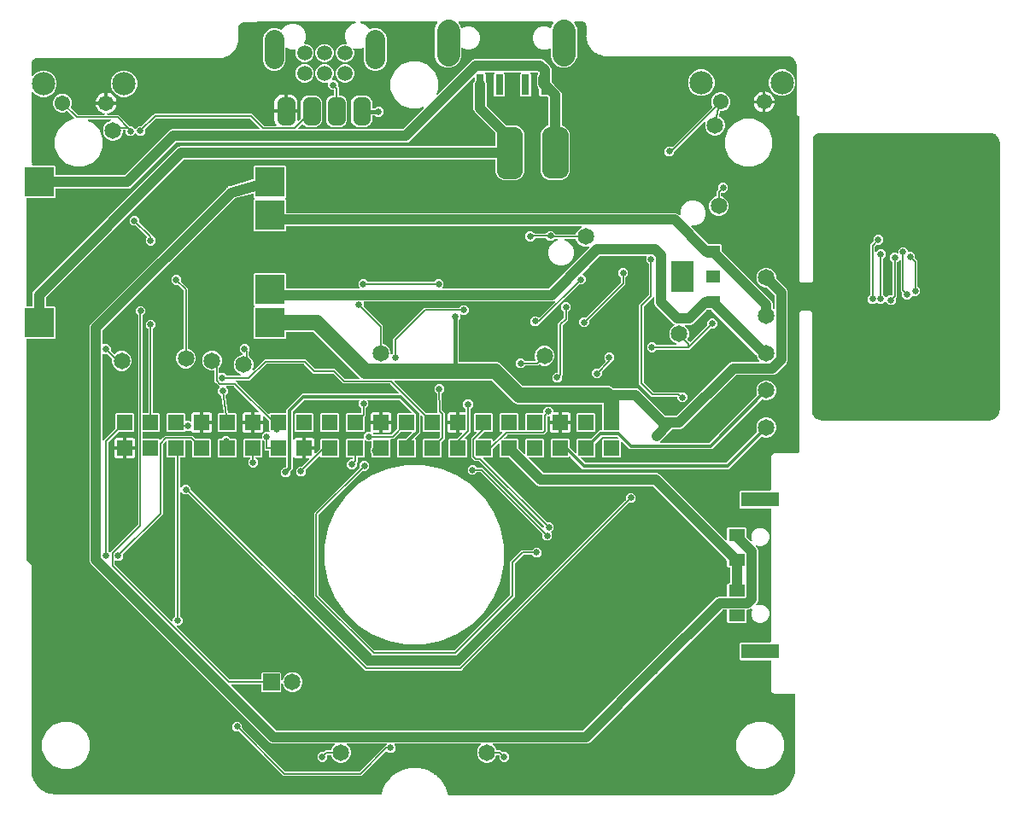
<source format=gbr>
G04 EAGLE Gerber X2 export*
%TF.Part,Single*%
%TF.FileFunction,Copper,L2,Bot,Mixed*%
%TF.FilePolarity,Positive*%
%TF.GenerationSoftware,Autodesk,EAGLE,9.0.0*%
%TF.CreationDate,2018-08-21T14:51:34Z*%
G75*
%MOMM*%
%FSLAX34Y34*%
%LPD*%
%AMOC8*
5,1,8,0,0,1.08239X$1,22.5*%
G01*
%ADD10C,1.120138*%
%ADD11R,1.524000X1.524000*%
%ADD12C,1.651000*%
%ADD13R,1.651000X1.651000*%
%ADD14C,1.508000*%
%ADD15C,1.950000*%
%ADD16C,2.308500*%
%ADD17C,1.546500*%
%ADD18R,0.772159X2.021841*%
%ADD19C,2.303700*%
%ADD20C,2.309700*%
%ADD21R,1.397000X1.270000*%
%ADD22R,2.286000X3.098800*%
%ADD23R,1.600200X1.143000*%
%ADD24R,3.810000X1.473200*%
%ADD25R,2.921000X2.921000*%
%ADD26C,1.574800*%
%ADD27C,0.654800*%
%ADD28R,0.654800X0.654800*%
%ADD29C,0.152400*%
%ADD30C,0.304800*%
%ADD31C,1.016000*%
%ADD32C,1.524000*%
%ADD33C,0.382400*%
%ADD34C,1.000000*%
%ADD35C,0.355600*%

G36*
X1124792Y223369D02*
X1124792Y223369D01*
X1124900Y223383D01*
X1124917Y223390D01*
X1124928Y223391D01*
X1124954Y223405D01*
X1125055Y223448D01*
X1125409Y223644D01*
X1125763Y223543D01*
X1125834Y223535D01*
X1125904Y223517D01*
X1125975Y223518D01*
X1126007Y223515D01*
X1126030Y223520D01*
X1126071Y223520D01*
X1127107Y223657D01*
X1127127Y223663D01*
X1127161Y223666D01*
X1127663Y223769D01*
X1127674Y223774D01*
X1127694Y223776D01*
X1129266Y224170D01*
X1129276Y224174D01*
X1129291Y224176D01*
X1130890Y224633D01*
X1130917Y224646D01*
X1130973Y224662D01*
X1132980Y225494D01*
X1132989Y225499D01*
X1133005Y225505D01*
X1134512Y226195D01*
X1134530Y226206D01*
X1134562Y226220D01*
X1136191Y227116D01*
X1136200Y227124D01*
X1136218Y227132D01*
X1137629Y227986D01*
X1137652Y228005D01*
X1137702Y228036D01*
X1139292Y229269D01*
X1139300Y229278D01*
X1139316Y229288D01*
X1140718Y230469D01*
X1140730Y230483D01*
X1140754Y230501D01*
X1141967Y231659D01*
X1141976Y231671D01*
X1141995Y231688D01*
X1143116Y232878D01*
X1143133Y232902D01*
X1143172Y232944D01*
X1144416Y234609D01*
X1144418Y234613D01*
X1144423Y234618D01*
X1145645Y236304D01*
X1145657Y236327D01*
X1145686Y236366D01*
X1146432Y237637D01*
X1146439Y237656D01*
X1146457Y237685D01*
X1147224Y239237D01*
X1147228Y239248D01*
X1147236Y239263D01*
X1148038Y241048D01*
X1148044Y241072D01*
X1148063Y241111D01*
X1148598Y242663D01*
X1148600Y242675D01*
X1148607Y242692D01*
X1149059Y244193D01*
X1149062Y244212D01*
X1149073Y244243D01*
X1149137Y244528D01*
X1149138Y244537D01*
X1149142Y244550D01*
X1149353Y245625D01*
X1149353Y245626D01*
X1149354Y245628D01*
X1149529Y246541D01*
X1149529Y246546D01*
X1149531Y246553D01*
X1149764Y247883D01*
X1149764Y247915D01*
X1149775Y248002D01*
X1149810Y250264D01*
X1149809Y250270D01*
X1149831Y251640D01*
X1149831Y251641D01*
X1149852Y252993D01*
X1149854Y253002D01*
X1149871Y254087D01*
X1149871Y254092D01*
X1149871Y254099D01*
X1149871Y280132D01*
X1149864Y280176D01*
X1149871Y281496D01*
X1149871Y281497D01*
X1149871Y281500D01*
X1149871Y282763D01*
X1149872Y282764D01*
X1149871Y282774D01*
X1149871Y282800D01*
X1149879Y282864D01*
X1149912Y288830D01*
X1149911Y288833D01*
X1149912Y288837D01*
X1149877Y296853D01*
X1149871Y296888D01*
X1149871Y298219D01*
X1149871Y298220D01*
X1149871Y298222D01*
X1149866Y299536D01*
X1149871Y299587D01*
X1149871Y322737D01*
X1149869Y322748D01*
X1149871Y322767D01*
X1149843Y323469D01*
X1149832Y323523D01*
X1149831Y323578D01*
X1149808Y323643D01*
X1149794Y323710D01*
X1149766Y323758D01*
X1149748Y323809D01*
X1149685Y323898D01*
X1149670Y323923D01*
X1149661Y323931D01*
X1149651Y323946D01*
X1149602Y324001D01*
X1149583Y324016D01*
X1149569Y324036D01*
X1149437Y324140D01*
X1149352Y324193D01*
X1149347Y324195D01*
X1149343Y324198D01*
X1149233Y324243D01*
X1149125Y324288D01*
X1149120Y324288D01*
X1149115Y324290D01*
X1148948Y324308D01*
X1131592Y324308D01*
X1131541Y324300D01*
X1131489Y324302D01*
X1131420Y324280D01*
X1131349Y324269D01*
X1131304Y324245D01*
X1131254Y324229D01*
X1131224Y324210D01*
X1130599Y324276D01*
X1130496Y324270D01*
X1130393Y324269D01*
X1130369Y324262D01*
X1130354Y324262D01*
X1130324Y324250D01*
X1130232Y324223D01*
X1130026Y324139D01*
X1129763Y324249D01*
X1129698Y324265D01*
X1129636Y324290D01*
X1129556Y324299D01*
X1129524Y324306D01*
X1129504Y324305D01*
X1129469Y324308D01*
X1129344Y324308D01*
X1129308Y324328D01*
X1129249Y324370D01*
X1129200Y324385D01*
X1129154Y324409D01*
X1129040Y324434D01*
X1129014Y324442D01*
X1129005Y324442D01*
X1128990Y324445D01*
X1128577Y324488D01*
X1128567Y324492D01*
X1128558Y324496D01*
X1128123Y324890D01*
X1128085Y324915D01*
X1128053Y324946D01*
X1127931Y325014D01*
X1127917Y325024D01*
X1127912Y325025D01*
X1127906Y325028D01*
X1127414Y325234D01*
X1127390Y325274D01*
X1127359Y325300D01*
X1127335Y325331D01*
X1127267Y325377D01*
X1126867Y325994D01*
X1126857Y326005D01*
X1126850Y326019D01*
X1126739Y326144D01*
X1126262Y326577D01*
X1126256Y326605D01*
X1126232Y326720D01*
X1126230Y326724D01*
X1126229Y326729D01*
X1126169Y326830D01*
X1126109Y326933D01*
X1126105Y326937D01*
X1126104Y326940D01*
X1126092Y326950D01*
X1125989Y327050D01*
X1125885Y327132D01*
X1125850Y327421D01*
X1125825Y327506D01*
X1125808Y327593D01*
X1125788Y327633D01*
X1125781Y327657D01*
X1125763Y327683D01*
X1125733Y327743D01*
X1125574Y327987D01*
X1125621Y328204D01*
X1125621Y328217D01*
X1125637Y328362D01*
X1125637Y329113D01*
X1125633Y329143D01*
X1125632Y329205D01*
X1125528Y330060D01*
X1125556Y330132D01*
X1125594Y330200D01*
X1125602Y330245D01*
X1125619Y330287D01*
X1125634Y330425D01*
X1125637Y330443D01*
X1125637Y330447D01*
X1125637Y330454D01*
X1125637Y331035D01*
X1125633Y331063D01*
X1125637Y332398D01*
X1125637Y332399D01*
X1125637Y332400D01*
X1125637Y333729D01*
X1125642Y333770D01*
X1125658Y338326D01*
X1125657Y338327D01*
X1125658Y338328D01*
X1125658Y356997D01*
X1125654Y357017D01*
X1125657Y357036D01*
X1125635Y357138D01*
X1125618Y357240D01*
X1125609Y357257D01*
X1125604Y357277D01*
X1125551Y357366D01*
X1125503Y357457D01*
X1125488Y357471D01*
X1125478Y357488D01*
X1125399Y357555D01*
X1125324Y357627D01*
X1125306Y357635D01*
X1125291Y357648D01*
X1125195Y357687D01*
X1125101Y357730D01*
X1125082Y357732D01*
X1125063Y357740D01*
X1124896Y357758D01*
X1095347Y357758D01*
X1094454Y358651D01*
X1094454Y374647D01*
X1095347Y375540D01*
X1124896Y375540D01*
X1124916Y375543D01*
X1124936Y375541D01*
X1125037Y375563D01*
X1125139Y375579D01*
X1125157Y375589D01*
X1125176Y375593D01*
X1125265Y375646D01*
X1125357Y375695D01*
X1125370Y375709D01*
X1125387Y375719D01*
X1125455Y375798D01*
X1125526Y375873D01*
X1125534Y375891D01*
X1125547Y375906D01*
X1125586Y376002D01*
X1125630Y376096D01*
X1125632Y376116D01*
X1125639Y376134D01*
X1125658Y376301D01*
X1125658Y413479D01*
X1125658Y413480D01*
X1125658Y413481D01*
X1125640Y422624D01*
X1125635Y422656D01*
X1125637Y423991D01*
X1125637Y423992D01*
X1125637Y423994D01*
X1125635Y425312D01*
X1125640Y425358D01*
X1125658Y434036D01*
X1125658Y434037D01*
X1125658Y434038D01*
X1125658Y497645D01*
X1125655Y497663D01*
X1125658Y499016D01*
X1125658Y499017D01*
X1125658Y499018D01*
X1125658Y500357D01*
X1125661Y500382D01*
X1125676Y507617D01*
X1125672Y507638D01*
X1125675Y507658D01*
X1125653Y507759D01*
X1125636Y507860D01*
X1125627Y507879D01*
X1125622Y507899D01*
X1125570Y507987D01*
X1125522Y508078D01*
X1125507Y508092D01*
X1125496Y508110D01*
X1125418Y508177D01*
X1125344Y508248D01*
X1125325Y508256D01*
X1125309Y508270D01*
X1125214Y508308D01*
X1125121Y508352D01*
X1125100Y508354D01*
X1125081Y508362D01*
X1124914Y508380D01*
X1095347Y508380D01*
X1094454Y509273D01*
X1094454Y525269D01*
X1095347Y526162D01*
X1124917Y526162D01*
X1124936Y526165D01*
X1124956Y526163D01*
X1125057Y526185D01*
X1125159Y526201D01*
X1125177Y526211D01*
X1125196Y526215D01*
X1125285Y526268D01*
X1125377Y526317D01*
X1125390Y526331D01*
X1125408Y526341D01*
X1125475Y526420D01*
X1125546Y526495D01*
X1125554Y526513D01*
X1125567Y526528D01*
X1125606Y526624D01*
X1125650Y526718D01*
X1125652Y526738D01*
X1125659Y526756D01*
X1125678Y526923D01*
X1125678Y528781D01*
X1125678Y528782D01*
X1125678Y528784D01*
X1125644Y536003D01*
X1125639Y536030D01*
X1125638Y537364D01*
X1125637Y537365D01*
X1125638Y537366D01*
X1125631Y538698D01*
X1125636Y538738D01*
X1125619Y551106D01*
X1125605Y551190D01*
X1125617Y552466D01*
X1125617Y552469D01*
X1125617Y552474D01*
X1125616Y553712D01*
X1125623Y553736D01*
X1125622Y553767D01*
X1125630Y553831D01*
X1125676Y558697D01*
X1125671Y558729D01*
X1125667Y558815D01*
X1125551Y559610D01*
X1125553Y559613D01*
X1125574Y559638D01*
X1125609Y559722D01*
X1125651Y559803D01*
X1125656Y559835D01*
X1125668Y559865D01*
X1125685Y560006D01*
X1126257Y560567D01*
X1126276Y560594D01*
X1126334Y560656D01*
X1126449Y560811D01*
X1126466Y560844D01*
X1126490Y560872D01*
X1126561Y561024D01*
X1126727Y561522D01*
X1126965Y561641D01*
X1127041Y561696D01*
X1127121Y561745D01*
X1127147Y561772D01*
X1127164Y561785D01*
X1127183Y561812D01*
X1127235Y561868D01*
X1127395Y562082D01*
X1127876Y562153D01*
X1127928Y562169D01*
X1127982Y562176D01*
X1128044Y562206D01*
X1128110Y562227D01*
X1128154Y562259D01*
X1128203Y562283D01*
X1128285Y562355D01*
X1128309Y562373D01*
X1128315Y562382D01*
X1128329Y562394D01*
X1128599Y562692D01*
X1128957Y562709D01*
X1129029Y562725D01*
X1129103Y562731D01*
X1129167Y562754D01*
X1129197Y562761D01*
X1129219Y562774D01*
X1129260Y562789D01*
X1129581Y562949D01*
X1129994Y562811D01*
X1130050Y562802D01*
X1130104Y562784D01*
X1130205Y562777D01*
X1130236Y562772D01*
X1130250Y562775D01*
X1130271Y562773D01*
X1130498Y562784D01*
X1130560Y562798D01*
X1130625Y562801D01*
X1130680Y562823D01*
X1130738Y562836D01*
X1130793Y562868D01*
X1130803Y562872D01*
X1131793Y562849D01*
X1131813Y562852D01*
X1131848Y562850D01*
X1132832Y562898D01*
X1132857Y562881D01*
X1132919Y562865D01*
X1132978Y562840D01*
X1133063Y562829D01*
X1133095Y562820D01*
X1133114Y562822D01*
X1133144Y562818D01*
X1133608Y562807D01*
X1133614Y562808D01*
X1133625Y562807D01*
X1152221Y562807D01*
X1152288Y562818D01*
X1152355Y562819D01*
X1152408Y562837D01*
X1152464Y562846D01*
X1152523Y562878D01*
X1152587Y562900D01*
X1152652Y562946D01*
X1152681Y562962D01*
X1152695Y562976D01*
X1152724Y562996D01*
X1153199Y563414D01*
X1153216Y563435D01*
X1153298Y563520D01*
X1153593Y563901D01*
X1153605Y563923D01*
X1153627Y563958D01*
X1153632Y563964D01*
X1153636Y563973D01*
X1153671Y564026D01*
X1153926Y564537D01*
X1153933Y564560D01*
X1153980Y564675D01*
X1154054Y564948D01*
X1154061Y564973D01*
X1154063Y564988D01*
X1154069Y565002D01*
X1154088Y565169D01*
X1154105Y567407D01*
X1154105Y567409D01*
X1154105Y567413D01*
X1154105Y610190D01*
X1154105Y610191D01*
X1154105Y610192D01*
X1154088Y618731D01*
X1154083Y618759D01*
X1154085Y620093D01*
X1154085Y620094D01*
X1154085Y620096D01*
X1154082Y621426D01*
X1154087Y621466D01*
X1154105Y635191D01*
X1154105Y635192D01*
X1154105Y635194D01*
X1154067Y656437D01*
X1154060Y656479D01*
X1154065Y657803D01*
X1154065Y657804D01*
X1154065Y657807D01*
X1154063Y659108D01*
X1154070Y659169D01*
X1154105Y669634D01*
X1154105Y669635D01*
X1154105Y669638D01*
X1154087Y683167D01*
X1154085Y683178D01*
X1154086Y683186D01*
X1154083Y683197D01*
X1154085Y684537D01*
X1154085Y684538D01*
X1154085Y684539D01*
X1154083Y685872D01*
X1154087Y685903D01*
X1154106Y702588D01*
X1155599Y704078D01*
X1157920Y704075D01*
X1157921Y704075D01*
X1163665Y704068D01*
X1163666Y704068D01*
X1164732Y704068D01*
X1165477Y703321D01*
X1165478Y703321D01*
X1165478Y703320D01*
X1166247Y702552D01*
X1166247Y605215D01*
X1166251Y605189D01*
X1166250Y605140D01*
X1166420Y603420D01*
X1166427Y603393D01*
X1166427Y603364D01*
X1166474Y603203D01*
X1167791Y600025D01*
X1167825Y599969D01*
X1167851Y599909D01*
X1167903Y599844D01*
X1167920Y599816D01*
X1167935Y599803D01*
X1167956Y599778D01*
X1170389Y597345D01*
X1170442Y597307D01*
X1170489Y597261D01*
X1170519Y597244D01*
X1170528Y597236D01*
X1170548Y597228D01*
X1170562Y597220D01*
X1170588Y597201D01*
X1170607Y597196D01*
X1170636Y597180D01*
X1173814Y595863D01*
X1173842Y595857D01*
X1173867Y595844D01*
X1174031Y595809D01*
X1175751Y595639D01*
X1175778Y595641D01*
X1175826Y595636D01*
X1342082Y595636D01*
X1342108Y595640D01*
X1342157Y595639D01*
X1344049Y595826D01*
X1344077Y595833D01*
X1344105Y595833D01*
X1344266Y595880D01*
X1347763Y597329D01*
X1347819Y597363D01*
X1347879Y597389D01*
X1347944Y597441D01*
X1347972Y597458D01*
X1347984Y597473D01*
X1348010Y597494D01*
X1350686Y600170D01*
X1350725Y600223D01*
X1350771Y600270D01*
X1350811Y600343D01*
X1350830Y600370D01*
X1350836Y600388D01*
X1350851Y600417D01*
X1352300Y603914D01*
X1352306Y603942D01*
X1352319Y603967D01*
X1352354Y604131D01*
X1352541Y606023D01*
X1352539Y606050D01*
X1352544Y606098D01*
X1352544Y871188D01*
X1352542Y871203D01*
X1352543Y871215D01*
X1352540Y871229D01*
X1352541Y871263D01*
X1352367Y873027D01*
X1352360Y873055D01*
X1352359Y873083D01*
X1352313Y873244D01*
X1350962Y876504D01*
X1350928Y876560D01*
X1350902Y876620D01*
X1350850Y876685D01*
X1350833Y876713D01*
X1350818Y876726D01*
X1350797Y876751D01*
X1348302Y879246D01*
X1348249Y879284D01*
X1348202Y879330D01*
X1348129Y879371D01*
X1348102Y879390D01*
X1348084Y879395D01*
X1348055Y879411D01*
X1344795Y880762D01*
X1344767Y880768D01*
X1344742Y880781D01*
X1344578Y880816D01*
X1342814Y880990D01*
X1342788Y880988D01*
X1342739Y880993D01*
X1173564Y880993D01*
X1173538Y880989D01*
X1173490Y880990D01*
X1172384Y880881D01*
X1172357Y880873D01*
X1172329Y880873D01*
X1172167Y880826D01*
X1170124Y879980D01*
X1170069Y879946D01*
X1170008Y879920D01*
X1169943Y879868D01*
X1169915Y879851D01*
X1169903Y879836D01*
X1169878Y879815D01*
X1168314Y878252D01*
X1168276Y878198D01*
X1168230Y878152D01*
X1168190Y878079D01*
X1168170Y878052D01*
X1168165Y878033D01*
X1168149Y878005D01*
X1167303Y875962D01*
X1167296Y875934D01*
X1167283Y875909D01*
X1167248Y875745D01*
X1167139Y874639D01*
X1167141Y874613D01*
X1167136Y874565D01*
X1167136Y734276D01*
X1165644Y732784D01*
X1155576Y732784D01*
X1154085Y734276D01*
X1154085Y812698D01*
X1154085Y812699D01*
X1154066Y830987D01*
X1154065Y830995D01*
X1154065Y832353D01*
X1154063Y833712D01*
X1154065Y833725D01*
X1154065Y844321D01*
X1154060Y844348D01*
X1154065Y845689D01*
X1154065Y845690D01*
X1154065Y845692D01*
X1154065Y847015D01*
X1154069Y847056D01*
X1154105Y857598D01*
X1154105Y857599D01*
X1154105Y857601D01*
X1154087Y870442D01*
X1154086Y870450D01*
X1154086Y870454D01*
X1154085Y870458D01*
X1154085Y871811D01*
X1154085Y871812D01*
X1154083Y873163D01*
X1154085Y873180D01*
X1154085Y890779D01*
X1154085Y890780D01*
X1154085Y890781D01*
X1154069Y896508D01*
X1154060Y896564D01*
X1154061Y896621D01*
X1154040Y896684D01*
X1154029Y896751D01*
X1154002Y896801D01*
X1153985Y896855D01*
X1153945Y896909D01*
X1153913Y896968D01*
X1153872Y897007D01*
X1153838Y897052D01*
X1153757Y897115D01*
X1153734Y897137D01*
X1153723Y897142D01*
X1153706Y897155D01*
X1153532Y897262D01*
X1153531Y897262D01*
X1153531Y897263D01*
X1153416Y897309D01*
X1153304Y897355D01*
X1153303Y897355D01*
X1153136Y897374D01*
X1153010Y897374D01*
X1152545Y897842D01*
X1152540Y897845D01*
X1152536Y897851D01*
X1152403Y897953D01*
X1151841Y898298D01*
X1151812Y898420D01*
X1151811Y898421D01*
X1151811Y898422D01*
X1151764Y898534D01*
X1151716Y898647D01*
X1151716Y898648D01*
X1151715Y898648D01*
X1151611Y898780D01*
X1151522Y898869D01*
X1151524Y899528D01*
X1151523Y899535D01*
X1151524Y899541D01*
X1151503Y899708D01*
X1151349Y900349D01*
X1151414Y900456D01*
X1151415Y900457D01*
X1151458Y900563D01*
X1151490Y900641D01*
X1151498Y900659D01*
X1151499Y900663D01*
X1151507Y900683D01*
X1151507Y900684D01*
X1151508Y900685D01*
X1151527Y900852D01*
X1151565Y918733D01*
X1151565Y918734D01*
X1151565Y936385D01*
X1151565Y936387D01*
X1151565Y936388D01*
X1151525Y946608D01*
X1151520Y946640D01*
X1151517Y946716D01*
X1151265Y948438D01*
X1151255Y948469D01*
X1151240Y948548D01*
X1150702Y950326D01*
X1150689Y950353D01*
X1150671Y950409D01*
X1150412Y951006D01*
X1150397Y951029D01*
X1150377Y951076D01*
X1148939Y953637D01*
X1148918Y953662D01*
X1148869Y953740D01*
X1148762Y953874D01*
X1148758Y953878D01*
X1148756Y953881D01*
X1148749Y953887D01*
X1148740Y953900D01*
X1147233Y955620D01*
X1147208Y955641D01*
X1147155Y955697D01*
X1146582Y956186D01*
X1146568Y956195D01*
X1146548Y956213D01*
X1145625Y956914D01*
X1145590Y956933D01*
X1145560Y956959D01*
X1145482Y956990D01*
X1145408Y957029D01*
X1145369Y957036D01*
X1145332Y957051D01*
X1145166Y957069D01*
X1145165Y957069D01*
X1144613Y957069D01*
X1141874Y957069D01*
X1138271Y957069D01*
X1138270Y957069D01*
X1138268Y957069D01*
X1128628Y957034D01*
X1128598Y957029D01*
X1127263Y957029D01*
X1127262Y957029D01*
X1127260Y957029D01*
X1125937Y957024D01*
X1125893Y957029D01*
X1125832Y957029D01*
X1125831Y957029D01*
X1125830Y957029D01*
X1120641Y957013D01*
X1120606Y957007D01*
X1119274Y957009D01*
X1119272Y957009D01*
X1119270Y957009D01*
X1117959Y957005D01*
X1117907Y957011D01*
X1103502Y957029D01*
X1103501Y957029D01*
X1054328Y957029D01*
X1054313Y957026D01*
X1052964Y957029D01*
X1052963Y957029D01*
X1051613Y957029D01*
X1051591Y957031D01*
X1041969Y957049D01*
X1041968Y957049D01*
X1041967Y957049D01*
X1014433Y957030D01*
X1014427Y957029D01*
X1013082Y957029D01*
X1011703Y957028D01*
X1011694Y957029D01*
X999330Y957029D01*
X999326Y957028D01*
X997980Y957029D01*
X997979Y957029D01*
X996599Y957029D01*
X996592Y957030D01*
X963891Y957049D01*
X963820Y957037D01*
X963749Y957035D01*
X963700Y957018D01*
X963648Y957009D01*
X963585Y956976D01*
X963526Y956954D01*
X962641Y957002D01*
X962611Y956998D01*
X962550Y957001D01*
X961687Y956944D01*
X961619Y956975D01*
X961553Y957016D01*
X961509Y957027D01*
X961467Y957046D01*
X961332Y957069D01*
X961314Y957073D01*
X961309Y957072D01*
X961302Y957074D01*
X961162Y957081D01*
X961150Y957080D01*
X961139Y957082D01*
X961028Y957066D01*
X960917Y957054D01*
X960907Y957049D01*
X960895Y957048D01*
X960742Y956981D01*
X960676Y956943D01*
X959994Y957127D01*
X959980Y957128D01*
X959837Y957152D01*
X959131Y957190D01*
X959081Y957246D01*
X959072Y957253D01*
X959065Y957263D01*
X958976Y957330D01*
X958889Y957400D01*
X958878Y957404D01*
X958869Y957411D01*
X958713Y957472D01*
X956429Y958088D01*
X956310Y958100D01*
X956188Y958113D01*
X956186Y958113D01*
X956184Y958113D01*
X956177Y958111D01*
X956023Y958085D01*
X955889Y958047D01*
X955324Y958362D01*
X955315Y958366D01*
X955308Y958371D01*
X955151Y958433D01*
X954527Y958601D01*
X954460Y958718D01*
X954458Y958721D01*
X954382Y958814D01*
X954305Y958909D01*
X954303Y958911D01*
X954302Y958912D01*
X954296Y958916D01*
X954168Y959007D01*
X952563Y959902D01*
X952537Y959911D01*
X952514Y959927D01*
X952422Y959953D01*
X952332Y959985D01*
X952304Y959986D01*
X952277Y959994D01*
X952110Y959994D01*
X951505Y960480D01*
X951477Y960496D01*
X951399Y960551D01*
X950676Y960954D01*
X950666Y960976D01*
X950636Y961008D01*
X950613Y961045D01*
X950551Y961096D01*
X950496Y961154D01*
X950475Y961165D01*
X949685Y961935D01*
X949664Y961950D01*
X949630Y961984D01*
X948909Y962563D01*
X948900Y962584D01*
X948881Y962650D01*
X948851Y962695D01*
X948829Y962746D01*
X948760Y962829D01*
X948743Y962854D01*
X948734Y962861D01*
X948722Y962875D01*
X948708Y962889D01*
X948672Y962914D01*
X948642Y962946D01*
X948572Y962984D01*
X948569Y962986D01*
X948548Y963003D01*
X948544Y963004D01*
X948507Y963030D01*
X948464Y963043D01*
X948426Y963063D01*
X948349Y963081D01*
X947813Y963754D01*
X947799Y963767D01*
X947793Y963778D01*
X947777Y963791D01*
X947749Y963825D01*
X947138Y964422D01*
X947138Y964425D01*
X947115Y964502D01*
X947101Y964581D01*
X947080Y964619D01*
X947068Y964661D01*
X946990Y964785D01*
X946983Y964797D01*
X946981Y964799D01*
X946978Y964803D01*
X946847Y964968D01*
X946827Y964986D01*
X946812Y965009D01*
X946736Y965068D01*
X946665Y965133D01*
X946640Y965144D01*
X946618Y965161D01*
X946463Y965225D01*
X946089Y965904D01*
X946069Y965929D01*
X946018Y966011D01*
X945535Y966617D01*
X945535Y966618D01*
X945534Y966646D01*
X945539Y966672D01*
X945528Y966768D01*
X945523Y966864D01*
X945513Y966889D01*
X945510Y966917D01*
X945445Y967072D01*
X945223Y967475D01*
X945187Y967521D01*
X945160Y967572D01*
X945112Y967617D01*
X945071Y967669D01*
X945023Y967701D01*
X944980Y967740D01*
X944979Y967741D01*
X944603Y968596D01*
X944589Y968616D01*
X944573Y968656D01*
X944432Y968911D01*
X944419Y968928D01*
X944411Y968947D01*
X944344Y969024D01*
X944281Y969104D01*
X944275Y969108D01*
X944224Y969262D01*
X944211Y969287D01*
X944168Y969390D01*
X944109Y969498D01*
X944111Y969513D01*
X944107Y969534D01*
X944108Y969555D01*
X944073Y969719D01*
X943982Y969996D01*
X943969Y970019D01*
X943955Y970064D01*
X943581Y970913D01*
X943583Y970933D01*
X943597Y971000D01*
X943590Y971055D01*
X943594Y971110D01*
X943572Y971215D01*
X943568Y971245D01*
X943563Y971256D01*
X943559Y971274D01*
X943449Y971607D01*
X943439Y971627D01*
X943434Y971649D01*
X943382Y971735D01*
X943335Y971825D01*
X943319Y971840D01*
X943307Y971860D01*
X943185Y971975D01*
X943167Y971989D01*
X943063Y972737D01*
X943054Y972765D01*
X943031Y972871D01*
X942794Y973587D01*
X942805Y973608D01*
X942812Y973629D01*
X942824Y973649D01*
X942837Y973699D01*
X942855Y973739D01*
X942860Y973784D01*
X942878Y973842D01*
X942878Y973865D01*
X942883Y973887D01*
X942881Y973974D01*
X942882Y973984D01*
X942880Y973991D01*
X942879Y974055D01*
X942812Y974532D01*
X942800Y974570D01*
X942797Y974609D01*
X942764Y974686D01*
X942739Y974766D01*
X942716Y974799D01*
X942700Y974835D01*
X942637Y974914D01*
X942634Y975754D01*
X942629Y975786D01*
X942627Y975857D01*
X942512Y976685D01*
X942521Y976697D01*
X942553Y976775D01*
X942592Y976849D01*
X942598Y976889D01*
X942613Y976926D01*
X942631Y977091D01*
X942631Y977092D01*
X942617Y981994D01*
X942614Y982016D01*
X942614Y983364D01*
X942614Y983365D01*
X942614Y983366D01*
X942610Y984697D01*
X942614Y984729D01*
X942614Y987626D01*
X942610Y987646D01*
X942612Y987678D01*
X942563Y988384D01*
X942560Y988396D01*
X942535Y988542D01*
X942309Y989330D01*
X942307Y989334D01*
X942246Y989483D01*
X942090Y989770D01*
X942090Y989771D01*
X941994Y989908D01*
X941671Y990277D01*
X941670Y990278D01*
X941669Y990279D01*
X941555Y990409D01*
X941534Y990427D01*
X941517Y990449D01*
X941385Y990553D01*
X941281Y990617D01*
X941269Y990622D01*
X941251Y990635D01*
X940796Y990889D01*
X940790Y990891D01*
X940785Y990895D01*
X940629Y990957D01*
X940411Y991018D01*
X940389Y991020D01*
X940352Y991032D01*
X940043Y991092D01*
X940014Y991093D01*
X939957Y991103D01*
X939183Y991163D01*
X939168Y991162D01*
X939144Y991165D01*
X938467Y991182D01*
X938459Y991181D01*
X938446Y991182D01*
X931348Y991165D01*
X931278Y991153D01*
X931207Y991151D01*
X931158Y991133D01*
X931105Y991125D01*
X931043Y991091D01*
X930976Y991067D01*
X930935Y991034D01*
X930888Y991009D01*
X930840Y990958D01*
X930784Y990913D01*
X930756Y990869D01*
X930719Y990830D01*
X930690Y990766D01*
X930651Y990706D01*
X930638Y990655D01*
X930616Y990607D01*
X930609Y990536D01*
X930591Y990468D01*
X930595Y990415D01*
X930590Y990362D01*
X930605Y990293D01*
X930610Y990223D01*
X930631Y990174D01*
X930643Y990122D01*
X930679Y990062D01*
X930707Y989996D01*
X930753Y989939D01*
X930769Y989911D01*
X930787Y989897D01*
X930812Y989865D01*
X931363Y989314D01*
X933349Y984520D01*
X933349Y956294D01*
X931363Y951500D01*
X927694Y947831D01*
X922900Y945845D01*
X917711Y945845D01*
X912917Y947831D01*
X909248Y951500D01*
X907262Y956294D01*
X907262Y963912D01*
X907255Y963957D01*
X907257Y964003D01*
X907235Y964078D01*
X907223Y964154D01*
X907201Y964195D01*
X907188Y964239D01*
X907144Y964303D01*
X907107Y964372D01*
X907074Y964403D01*
X907048Y964441D01*
X906986Y964488D01*
X906929Y964541D01*
X906887Y964561D01*
X906851Y964588D01*
X906777Y964612D01*
X906706Y964645D01*
X906660Y964650D01*
X906617Y964664D01*
X906539Y964663D01*
X906462Y964672D01*
X906417Y964662D01*
X906371Y964662D01*
X906239Y964624D01*
X906221Y964620D01*
X906217Y964617D01*
X906210Y964615D01*
X903021Y963294D01*
X898474Y963294D01*
X894272Y965035D01*
X891057Y968250D01*
X889317Y972451D01*
X889317Y976999D01*
X891057Y981200D01*
X894272Y984415D01*
X898474Y986156D01*
X903021Y986156D01*
X906516Y984708D01*
X906536Y984703D01*
X906553Y984694D01*
X906655Y984675D01*
X906756Y984652D01*
X906775Y984654D01*
X906795Y984650D01*
X906898Y984665D01*
X907001Y984675D01*
X907019Y984683D01*
X907038Y984686D01*
X907131Y984733D01*
X907225Y984775D01*
X907240Y984788D01*
X907258Y984797D01*
X907330Y984871D01*
X907406Y984941D01*
X907416Y984959D01*
X907430Y984973D01*
X907511Y985120D01*
X909248Y989314D01*
X909776Y989842D01*
X909818Y989901D01*
X909868Y989952D01*
X909890Y990000D01*
X909920Y990042D01*
X909941Y990110D01*
X909971Y990176D01*
X909977Y990227D01*
X909992Y990277D01*
X909990Y990349D01*
X909998Y990420D01*
X909987Y990471D01*
X909986Y990523D01*
X909961Y990590D01*
X909946Y990660D01*
X909919Y990705D01*
X909901Y990754D01*
X909857Y990810D01*
X909820Y990871D01*
X909780Y990905D01*
X909748Y990946D01*
X909687Y990985D01*
X909633Y991031D01*
X909585Y991051D01*
X909541Y991079D01*
X909471Y991097D01*
X909405Y991123D01*
X909334Y991131D01*
X909302Y991139D01*
X909279Y991137D01*
X909238Y991142D01*
X908141Y991142D01*
X908138Y991141D01*
X908133Y991142D01*
X906897Y991128D01*
X906895Y991128D01*
X906870Y991136D01*
X906839Y991135D01*
X906775Y991142D01*
X816637Y991142D01*
X816567Y991130D01*
X816495Y991128D01*
X816446Y991110D01*
X816395Y991102D01*
X816331Y991069D01*
X816264Y991044D01*
X816223Y991011D01*
X816177Y990987D01*
X816128Y990935D01*
X816072Y990890D01*
X816044Y990846D01*
X816008Y990809D01*
X815978Y990744D01*
X815939Y990683D01*
X815926Y990633D01*
X815904Y990586D01*
X815896Y990514D01*
X815879Y990445D01*
X815883Y990393D01*
X815877Y990341D01*
X815892Y990271D01*
X815898Y990200D01*
X815918Y990152D01*
X815929Y990101D01*
X815966Y990039D01*
X815994Y989973D01*
X816039Y989917D01*
X816056Y989890D01*
X816073Y989874D01*
X816099Y989842D01*
X816580Y989361D01*
X818442Y984866D01*
X818453Y984850D01*
X818458Y984830D01*
X818517Y984745D01*
X818572Y984657D01*
X818587Y984645D01*
X818598Y984628D01*
X818681Y984567D01*
X818761Y984501D01*
X818780Y984493D01*
X818796Y984482D01*
X818894Y984449D01*
X818991Y984412D01*
X819011Y984412D01*
X819030Y984405D01*
X819133Y984406D01*
X819237Y984402D01*
X819256Y984408D01*
X819276Y984408D01*
X819437Y984454D01*
X823544Y986156D01*
X828091Y986156D01*
X832293Y984415D01*
X835508Y981200D01*
X837248Y976999D01*
X837248Y972451D01*
X835508Y968250D01*
X832293Y965035D01*
X828091Y963294D01*
X823544Y963294D01*
X819623Y964918D01*
X819579Y964929D01*
X819537Y964948D01*
X819460Y964957D01*
X819384Y964974D01*
X819338Y964970D01*
X819293Y964975D01*
X819216Y964959D01*
X819139Y964951D01*
X819097Y964933D01*
X819052Y964923D01*
X818985Y964883D01*
X818914Y964851D01*
X818880Y964820D01*
X818841Y964797D01*
X818790Y964738D01*
X818733Y964685D01*
X818711Y964645D01*
X818681Y964610D01*
X818652Y964538D01*
X818615Y964469D01*
X818606Y964424D01*
X818589Y964382D01*
X818574Y964246D01*
X818571Y964227D01*
X818572Y964222D01*
X818571Y964215D01*
X818571Y956258D01*
X816580Y951453D01*
X812903Y947776D01*
X808098Y945785D01*
X802897Y945785D01*
X798092Y947776D01*
X794415Y951453D01*
X792424Y956258D01*
X792424Y984556D01*
X794415Y989361D01*
X794896Y989842D01*
X794938Y989901D01*
X794987Y989952D01*
X795009Y990000D01*
X795039Y990042D01*
X795061Y990110D01*
X795091Y990176D01*
X795097Y990227D01*
X795112Y990277D01*
X795110Y990349D01*
X795118Y990420D01*
X795107Y990471D01*
X795105Y990523D01*
X795081Y990590D01*
X795066Y990660D01*
X795039Y990705D01*
X795021Y990754D01*
X794976Y990810D01*
X794939Y990871D01*
X794900Y990905D01*
X794867Y990946D01*
X794807Y990985D01*
X794753Y991031D01*
X794704Y991051D01*
X794660Y991079D01*
X794591Y991096D01*
X794524Y991123D01*
X794453Y991131D01*
X794422Y991139D01*
X794399Y991137D01*
X794358Y991142D01*
X719028Y991142D01*
X718932Y991126D01*
X718835Y991117D01*
X718811Y991106D01*
X718785Y991102D01*
X718699Y991057D01*
X718610Y991017D01*
X718591Y990999D01*
X718567Y990987D01*
X718501Y990917D01*
X718429Y990851D01*
X718416Y990828D01*
X718398Y990809D01*
X718357Y990720D01*
X718310Y990635D01*
X718305Y990609D01*
X718294Y990586D01*
X718284Y990489D01*
X718266Y990393D01*
X718270Y990367D01*
X718267Y990341D01*
X718288Y990246D01*
X718302Y990150D01*
X718314Y990126D01*
X718320Y990101D01*
X718370Y990017D01*
X718414Y989930D01*
X718432Y989912D01*
X718446Y989890D01*
X718520Y989826D01*
X718589Y989758D01*
X718618Y989742D01*
X718633Y989730D01*
X718663Y989717D01*
X718736Y989677D01*
X723474Y987715D01*
X727047Y984142D01*
X727128Y983948D01*
X727138Y983931D01*
X727144Y983911D01*
X727203Y983826D01*
X727257Y983739D01*
X727273Y983726D01*
X727284Y983709D01*
X727367Y983647D01*
X727447Y983582D01*
X727465Y983575D01*
X727481Y983563D01*
X727580Y983530D01*
X727676Y983493D01*
X727696Y983493D01*
X727715Y983486D01*
X727819Y983487D01*
X727922Y983483D01*
X727941Y983489D01*
X727961Y983489D01*
X728122Y983536D01*
X731017Y984735D01*
X735503Y984735D01*
X739647Y983018D01*
X742818Y979847D01*
X744535Y975703D01*
X744535Y951717D01*
X742818Y947573D01*
X739647Y944402D01*
X735503Y942685D01*
X731017Y942685D01*
X726873Y944402D01*
X723702Y947573D01*
X721985Y951717D01*
X721985Y964424D01*
X721978Y964469D01*
X721980Y964515D01*
X721958Y964590D01*
X721946Y964667D01*
X721924Y964708D01*
X721911Y964752D01*
X721867Y964816D01*
X721830Y964884D01*
X721797Y964916D01*
X721771Y964954D01*
X721708Y965000D01*
X721652Y965054D01*
X721610Y965073D01*
X721574Y965100D01*
X721500Y965125D01*
X721429Y965157D01*
X721383Y965162D01*
X721340Y965177D01*
X721262Y965176D01*
X721185Y965184D01*
X721140Y965175D01*
X721094Y965174D01*
X720962Y965136D01*
X720944Y965132D01*
X720940Y965130D01*
X720933Y965128D01*
X718806Y964247D01*
X713754Y964247D01*
X712485Y964772D01*
X712418Y964788D01*
X712411Y964791D01*
X712409Y964791D01*
X712348Y964814D01*
X712296Y964817D01*
X712245Y964828D01*
X712174Y964822D01*
X712102Y964825D01*
X712052Y964810D01*
X712001Y964805D01*
X711935Y964776D01*
X711866Y964756D01*
X711823Y964727D01*
X711776Y964705D01*
X711723Y964657D01*
X711664Y964616D01*
X711633Y964574D01*
X711595Y964539D01*
X711560Y964476D01*
X711517Y964419D01*
X711501Y964369D01*
X711476Y964323D01*
X711463Y964253D01*
X711441Y964185D01*
X711442Y964133D01*
X711432Y964081D01*
X711443Y964013D01*
X711442Y964008D01*
X711443Y964005D01*
X711444Y963939D01*
X711463Y963870D01*
X711468Y963838D01*
X711479Y963817D01*
X711490Y963778D01*
X712325Y961763D01*
X712325Y958157D01*
X710945Y954825D01*
X708395Y952275D01*
X705063Y950895D01*
X701457Y950895D01*
X698125Y952275D01*
X695575Y954825D01*
X694195Y958157D01*
X694195Y961763D01*
X695575Y965095D01*
X698125Y967645D01*
X701457Y969025D01*
X704675Y969025D01*
X704721Y969032D01*
X704766Y969030D01*
X704841Y969052D01*
X704918Y969064D01*
X704959Y969086D01*
X705003Y969099D01*
X705067Y969143D01*
X705135Y969180D01*
X705167Y969213D01*
X705205Y969239D01*
X705251Y969302D01*
X705305Y969358D01*
X705324Y969400D01*
X705351Y969436D01*
X705376Y969510D01*
X705408Y969581D01*
X705413Y969627D01*
X705428Y969670D01*
X705427Y969748D01*
X705435Y969825D01*
X705426Y969870D01*
X705425Y969916D01*
X705387Y970048D01*
X705383Y970066D01*
X705381Y970070D01*
X705379Y970077D01*
X703579Y974421D01*
X703579Y979474D01*
X705513Y984142D01*
X709086Y987715D01*
X713824Y989677D01*
X713907Y989729D01*
X713993Y989774D01*
X714010Y989793D01*
X714033Y989807D01*
X714095Y989882D01*
X714162Y989952D01*
X714173Y989976D01*
X714190Y989996D01*
X714225Y990087D01*
X714266Y990176D01*
X714268Y990202D01*
X714278Y990226D01*
X714282Y990323D01*
X714293Y990420D01*
X714287Y990446D01*
X714288Y990472D01*
X714261Y990565D01*
X714240Y990660D01*
X714227Y990683D01*
X714220Y990708D01*
X714164Y990788D01*
X714114Y990871D01*
X714094Y990888D01*
X714079Y990910D01*
X714001Y990968D01*
X713927Y991031D01*
X713903Y991041D01*
X713882Y991057D01*
X713790Y991087D01*
X713699Y991123D01*
X713667Y991127D01*
X713648Y991133D01*
X713615Y991133D01*
X713532Y991142D01*
X649725Y991142D01*
X649724Y991142D01*
X649721Y991142D01*
X643287Y991109D01*
X643245Y991101D01*
X641921Y991101D01*
X641920Y991101D01*
X641917Y991101D01*
X640615Y991095D01*
X640554Y991101D01*
X634178Y991101D01*
X634094Y991088D01*
X634009Y991083D01*
X634006Y991081D01*
X632827Y991101D01*
X632822Y991101D01*
X632814Y991101D01*
X631632Y991101D01*
X631628Y991103D01*
X631578Y991110D01*
X631552Y991118D01*
X631521Y991117D01*
X631461Y991125D01*
X626976Y991202D01*
X626968Y991201D01*
X626955Y991202D01*
X604981Y990974D01*
X604899Y990960D01*
X604816Y990954D01*
X604797Y990946D01*
X603633Y990960D01*
X603627Y990959D01*
X603617Y990960D01*
X603571Y990960D01*
X603549Y990956D01*
X603513Y990957D01*
X602499Y990869D01*
X602472Y990862D01*
X602444Y990862D01*
X602282Y990817D01*
X600383Y990057D01*
X600327Y990023D01*
X600267Y989998D01*
X600201Y989947D01*
X600173Y989930D01*
X600160Y989915D01*
X600134Y989895D01*
X598671Y988466D01*
X598632Y988413D01*
X598586Y988367D01*
X598545Y988294D01*
X598525Y988268D01*
X598519Y988249D01*
X598503Y988221D01*
X597698Y986341D01*
X597692Y986313D01*
X597678Y986288D01*
X597641Y986125D01*
X597529Y985110D01*
X597531Y985079D01*
X597525Y985018D01*
X597625Y975301D01*
X597626Y975294D01*
X597625Y975284D01*
X597750Y971381D01*
X594968Y964002D01*
X589574Y958250D01*
X582388Y955000D01*
X579755Y954915D01*
X579677Y954900D01*
X579598Y954894D01*
X579561Y954878D01*
X579534Y954873D01*
X579531Y954872D01*
X578418Y954872D01*
X578409Y954870D01*
X578394Y954871D01*
X577269Y954835D01*
X577224Y954853D01*
X577166Y954860D01*
X577137Y954868D01*
X577110Y954866D01*
X577058Y954872D01*
X505259Y954872D01*
X505244Y954869D01*
X503894Y954872D01*
X503893Y954872D01*
X502546Y954872D01*
X502522Y954874D01*
X398194Y955073D01*
X398174Y955070D01*
X398141Y955071D01*
X396848Y954984D01*
X396843Y954983D01*
X396838Y954984D01*
X396673Y954952D01*
X395787Y954677D01*
X395756Y954661D01*
X395722Y954653D01*
X395575Y954572D01*
X395502Y954521D01*
X395494Y954514D01*
X395481Y954506D01*
X394111Y953470D01*
X394090Y953448D01*
X394064Y953432D01*
X393952Y953307D01*
X393382Y952514D01*
X393373Y952497D01*
X393353Y952472D01*
X392843Y951650D01*
X392841Y951645D01*
X392838Y951641D01*
X392794Y951532D01*
X392749Y951423D01*
X392749Y951418D01*
X392747Y951413D01*
X392729Y951246D01*
X392775Y938210D01*
X392787Y938140D01*
X392789Y938070D01*
X392807Y938020D01*
X392816Y937967D01*
X392849Y937905D01*
X392873Y937839D01*
X392906Y937797D01*
X392932Y937750D01*
X392983Y937702D01*
X393027Y937647D01*
X393072Y937618D01*
X393111Y937581D01*
X393174Y937552D01*
X393234Y937514D01*
X393286Y937501D01*
X393334Y937479D01*
X393404Y937471D01*
X393472Y937454D01*
X393525Y937458D01*
X393579Y937452D01*
X393647Y937468D01*
X393717Y937473D01*
X393766Y937494D01*
X393819Y937505D01*
X393879Y937542D01*
X393944Y937569D01*
X394002Y937616D01*
X394029Y937632D01*
X394044Y937650D01*
X394075Y937674D01*
X396966Y940565D01*
X401769Y942555D01*
X406967Y942555D01*
X411770Y940565D01*
X415446Y936890D01*
X417435Y932087D01*
X417435Y926888D01*
X415446Y922086D01*
X411770Y918410D01*
X406967Y916420D01*
X401769Y916420D01*
X396966Y918410D01*
X394137Y921239D01*
X394078Y921281D01*
X394025Y921331D01*
X393979Y921352D01*
X393937Y921382D01*
X393868Y921404D01*
X393801Y921434D01*
X393751Y921440D01*
X393702Y921454D01*
X393629Y921453D01*
X393557Y921460D01*
X393507Y921449D01*
X393456Y921448D01*
X393388Y921423D01*
X393317Y921407D01*
X393273Y921381D01*
X393225Y921364D01*
X393168Y921318D01*
X393106Y921280D01*
X393073Y921242D01*
X393033Y921210D01*
X392994Y921148D01*
X392947Y921093D01*
X392928Y921046D01*
X392900Y921003D01*
X392883Y920932D01*
X392856Y920864D01*
X392848Y920795D01*
X392840Y920764D01*
X392842Y920740D01*
X392838Y920698D01*
X393087Y850845D01*
X393099Y850772D01*
X393102Y850698D01*
X393122Y850634D01*
X393127Y850603D01*
X393139Y850581D01*
X393153Y850538D01*
X393298Y850212D01*
X393142Y849805D01*
X393130Y849749D01*
X393109Y849696D01*
X393098Y849595D01*
X393092Y849564D01*
X393094Y849551D01*
X393091Y849529D01*
X393092Y849244D01*
X393096Y849225D01*
X393094Y849207D01*
X393116Y849104D01*
X393133Y849001D01*
X393142Y848985D01*
X393146Y848966D01*
X393200Y848876D01*
X393249Y848784D01*
X393262Y848771D01*
X393272Y848755D01*
X393352Y848687D01*
X393428Y848615D01*
X393445Y848608D01*
X393459Y848595D01*
X393556Y848556D01*
X393651Y848512D01*
X393670Y848510D01*
X393687Y848504D01*
X393854Y848485D01*
X415387Y848485D01*
X416280Y847592D01*
X416280Y839721D01*
X416283Y839702D01*
X416281Y839682D01*
X416303Y839581D01*
X416319Y839479D01*
X416329Y839461D01*
X416333Y839441D01*
X416386Y839352D01*
X416435Y839261D01*
X416449Y839247D01*
X416459Y839230D01*
X416538Y839163D01*
X416613Y839092D01*
X416631Y839083D01*
X416646Y839070D01*
X416742Y839032D01*
X416836Y838988D01*
X416856Y838986D01*
X416874Y838979D01*
X417041Y838960D01*
X484658Y838960D01*
X484748Y838975D01*
X484839Y838982D01*
X484869Y838995D01*
X484901Y839000D01*
X484981Y839043D01*
X485065Y839078D01*
X485097Y839104D01*
X485118Y839115D01*
X485140Y839138D01*
X485196Y839183D01*
X529659Y883646D01*
X532086Y884651D01*
X617990Y884651D01*
X618060Y884663D01*
X618132Y884665D01*
X618181Y884683D01*
X618232Y884691D01*
X618296Y884724D01*
X618363Y884749D01*
X618404Y884782D01*
X618450Y884806D01*
X618499Y884858D01*
X618555Y884903D01*
X618583Y884947D01*
X618619Y884984D01*
X618649Y885049D01*
X618688Y885110D01*
X618701Y885160D01*
X618723Y885207D01*
X618731Y885279D01*
X618748Y885348D01*
X618744Y885400D01*
X618750Y885452D01*
X618735Y885522D01*
X618729Y885593D01*
X618709Y885641D01*
X618698Y885692D01*
X618661Y885754D01*
X618633Y885820D01*
X618588Y885876D01*
X618571Y885903D01*
X618554Y885919D01*
X618528Y885951D01*
X609352Y895126D01*
X609278Y895179D01*
X609209Y895239D01*
X609179Y895251D01*
X609152Y895270D01*
X609066Y895297D01*
X608981Y895331D01*
X608940Y895335D01*
X608917Y895342D01*
X608885Y895341D01*
X608814Y895349D01*
X516501Y895349D01*
X516411Y895335D01*
X516320Y895327D01*
X516291Y895315D01*
X516259Y895310D01*
X516178Y895267D01*
X516094Y895231D01*
X516062Y895205D01*
X516041Y895194D01*
X516019Y895171D01*
X515963Y895126D01*
X505497Y884660D01*
X505444Y884586D01*
X505433Y884574D01*
X505406Y884545D01*
X505402Y884538D01*
X505384Y884517D01*
X505372Y884486D01*
X505353Y884460D01*
X505328Y884377D01*
X505302Y884322D01*
X505301Y884309D01*
X505292Y884288D01*
X505288Y884248D01*
X505281Y884225D01*
X505282Y884193D01*
X505274Y884122D01*
X505274Y880885D01*
X502463Y878074D01*
X498488Y878074D01*
X496235Y880326D01*
X496219Y880338D01*
X496207Y880353D01*
X496119Y880409D01*
X496035Y880469D01*
X496016Y880475D01*
X496000Y880486D01*
X495899Y880511D01*
X495800Y880542D01*
X495780Y880541D01*
X495761Y880546D01*
X495658Y880538D01*
X495554Y880535D01*
X495536Y880529D01*
X495516Y880527D01*
X495421Y880487D01*
X495323Y880451D01*
X495308Y880438D01*
X495290Y880431D01*
X495159Y880326D01*
X492716Y877883D01*
X488740Y877883D01*
X485929Y880694D01*
X485929Y882983D01*
X485926Y883003D01*
X485928Y883023D01*
X485906Y883124D01*
X485890Y883226D01*
X485880Y883244D01*
X485876Y883263D01*
X485823Y883352D01*
X485774Y883444D01*
X485760Y883457D01*
X485750Y883474D01*
X485671Y883542D01*
X485596Y883613D01*
X485578Y883621D01*
X485563Y883634D01*
X485467Y883673D01*
X485373Y883717D01*
X485353Y883719D01*
X485335Y883726D01*
X485168Y883745D01*
X483723Y883745D01*
X483703Y883741D01*
X483683Y883744D01*
X483582Y883722D01*
X483480Y883705D01*
X483462Y883696D01*
X483443Y883691D01*
X483354Y883638D01*
X483263Y883590D01*
X483249Y883575D01*
X483232Y883565D01*
X483165Y883486D01*
X483093Y883411D01*
X483085Y883393D01*
X483072Y883378D01*
X483033Y883282D01*
X482990Y883188D01*
X482987Y883169D01*
X482980Y883150D01*
X482962Y882983D01*
X482962Y881192D01*
X481473Y877598D01*
X478722Y874847D01*
X475127Y873358D01*
X471237Y873358D01*
X467642Y874847D01*
X464891Y877598D01*
X463402Y881192D01*
X463402Y885083D01*
X464891Y888677D01*
X467642Y891429D01*
X470812Y892742D01*
X470895Y892793D01*
X470981Y892839D01*
X470999Y892858D01*
X471021Y892871D01*
X471084Y892946D01*
X471151Y893017D01*
X471162Y893041D01*
X471178Y893061D01*
X471213Y893152D01*
X471254Y893240D01*
X471257Y893266D01*
X471266Y893290D01*
X471271Y893388D01*
X471281Y893484D01*
X471276Y893510D01*
X471277Y893536D01*
X471250Y893630D01*
X471229Y893725D01*
X471216Y893747D01*
X471208Y893772D01*
X471153Y893852D01*
X471103Y893936D01*
X471083Y893953D01*
X471068Y893974D01*
X470990Y894033D01*
X470916Y894096D01*
X470892Y894106D01*
X470871Y894121D01*
X470778Y894151D01*
X470688Y894188D01*
X470655Y894191D01*
X470637Y894197D01*
X470604Y894197D01*
X470521Y894206D01*
X449151Y894206D01*
X449054Y894191D01*
X448958Y894181D01*
X448934Y894171D01*
X448908Y894167D01*
X448822Y894121D01*
X448733Y894081D01*
X448714Y894064D01*
X448690Y894051D01*
X448623Y893981D01*
X448552Y893915D01*
X448539Y893892D01*
X448521Y893873D01*
X448480Y893785D01*
X448433Y893699D01*
X448428Y893674D01*
X448417Y893650D01*
X448407Y893553D01*
X448389Y893457D01*
X448393Y893431D01*
X448390Y893406D01*
X448411Y893310D01*
X448425Y893214D01*
X448437Y893191D01*
X448443Y893165D01*
X448493Y893082D01*
X448537Y892995D01*
X448555Y892976D01*
X448569Y892954D01*
X448643Y892891D01*
X448712Y892823D01*
X448741Y892807D01*
X448756Y892794D01*
X448786Y892782D01*
X448859Y892742D01*
X452729Y891139D01*
X459339Y884529D01*
X462916Y875894D01*
X462916Y866546D01*
X459339Y857911D01*
X452729Y851301D01*
X444094Y847724D01*
X434746Y847724D01*
X426111Y851301D01*
X419501Y857911D01*
X415924Y866546D01*
X415924Y875894D01*
X419501Y884529D01*
X426111Y891139D01*
X434514Y894619D01*
X434553Y894644D01*
X434596Y894659D01*
X434657Y894708D01*
X434723Y894749D01*
X434752Y894784D01*
X434788Y894813D01*
X434830Y894879D01*
X434880Y894938D01*
X434896Y894981D01*
X434921Y895020D01*
X434940Y895096D01*
X434968Y895168D01*
X434970Y895214D01*
X434981Y895258D01*
X434975Y895336D01*
X434978Y895414D01*
X434965Y895458D01*
X434962Y895504D01*
X434931Y895575D01*
X434910Y895650D01*
X434884Y895688D01*
X434866Y895730D01*
X434780Y895837D01*
X434769Y895852D01*
X434765Y895855D01*
X434761Y895861D01*
X428576Y902046D01*
X428482Y902113D01*
X428387Y902183D01*
X428381Y902185D01*
X428376Y902189D01*
X428266Y902223D01*
X428154Y902260D01*
X428147Y902260D01*
X428141Y902261D01*
X428025Y902258D01*
X427908Y902257D01*
X427900Y902255D01*
X427895Y902255D01*
X427878Y902249D01*
X427747Y902211D01*
X425259Y901180D01*
X421577Y901180D01*
X418174Y902590D01*
X415570Y905194D01*
X414161Y908596D01*
X414161Y912279D01*
X415570Y915681D01*
X418174Y918285D01*
X421577Y919695D01*
X425259Y919695D01*
X428662Y918285D01*
X431266Y915681D01*
X432675Y912279D01*
X432675Y908596D01*
X431645Y906109D01*
X431618Y905996D01*
X431590Y905882D01*
X431590Y905876D01*
X431589Y905870D01*
X431600Y905753D01*
X431609Y905637D01*
X431611Y905631D01*
X431612Y905625D01*
X431660Y905517D01*
X431705Y905410D01*
X431710Y905405D01*
X431712Y905400D01*
X431725Y905386D01*
X431810Y905279D01*
X438087Y899003D01*
X438161Y898950D01*
X438230Y898890D01*
X438260Y898878D01*
X438287Y898859D01*
X438374Y898832D01*
X438458Y898798D01*
X438499Y898794D01*
X438522Y898787D01*
X438554Y898788D01*
X438625Y898780D01*
X464859Y898780D01*
X464922Y898790D01*
X464986Y898790D01*
X465043Y898810D01*
X465102Y898819D01*
X465158Y898849D01*
X465219Y898870D01*
X465266Y898907D01*
X465319Y898935D01*
X465363Y898981D01*
X465414Y899020D01*
X465447Y899069D01*
X465489Y899113D01*
X465516Y899171D01*
X465551Y899224D01*
X465567Y899282D01*
X465592Y899336D01*
X465599Y899399D01*
X465616Y899461D01*
X465613Y899521D01*
X465619Y899580D01*
X465606Y899643D01*
X465602Y899707D01*
X465580Y899762D01*
X465567Y899821D01*
X465534Y899876D01*
X465511Y899935D01*
X465472Y899980D01*
X465441Y900032D01*
X465392Y900073D01*
X465351Y900122D01*
X465300Y900153D01*
X465254Y900192D01*
X465195Y900216D01*
X465140Y900249D01*
X465057Y900271D01*
X465026Y900284D01*
X465002Y900286D01*
X464978Y900293D01*
X464192Y900417D01*
X462654Y900917D01*
X461214Y901651D01*
X459905Y902602D01*
X458762Y903745D01*
X457812Y905053D01*
X457077Y906494D01*
X456578Y908032D01*
X456438Y908914D01*
X465836Y908914D01*
X465856Y908918D01*
X465875Y908915D01*
X465977Y908937D01*
X466079Y908954D01*
X466096Y908963D01*
X466116Y908968D01*
X466205Y909021D01*
X466296Y909069D01*
X466310Y909084D01*
X466327Y909094D01*
X466394Y909173D01*
X466465Y909248D01*
X466474Y909266D01*
X466487Y909281D01*
X466525Y909377D01*
X466569Y909471D01*
X466571Y909490D01*
X466579Y909509D01*
X466597Y909676D01*
X466597Y910438D01*
X466599Y910438D01*
X466599Y909676D01*
X466602Y909656D01*
X466600Y909636D01*
X466622Y909535D01*
X466639Y909433D01*
X466648Y909415D01*
X466652Y909396D01*
X466705Y909307D01*
X466754Y909215D01*
X466768Y909202D01*
X466778Y909185D01*
X466857Y909117D01*
X466932Y909046D01*
X466950Y909038D01*
X466965Y909025D01*
X467061Y908986D01*
X467155Y908942D01*
X467175Y908940D01*
X467193Y908933D01*
X467360Y908914D01*
X476758Y908914D01*
X476618Y908032D01*
X476119Y906494D01*
X475384Y905053D01*
X474434Y903745D01*
X473291Y902602D01*
X471982Y901651D01*
X470542Y900917D01*
X469004Y900417D01*
X468218Y900293D01*
X468157Y900273D01*
X468094Y900262D01*
X468041Y900234D01*
X467984Y900216D01*
X467933Y900177D01*
X467877Y900147D01*
X467835Y900104D01*
X467787Y900068D01*
X467751Y900015D01*
X467707Y899969D01*
X467682Y899915D01*
X467648Y899865D01*
X467631Y899804D01*
X467604Y899746D01*
X467597Y899686D01*
X467581Y899629D01*
X467584Y899565D01*
X467577Y899502D01*
X467589Y899443D01*
X467592Y899383D01*
X467615Y899324D01*
X467629Y899261D01*
X467660Y899210D01*
X467681Y899154D01*
X467722Y899105D01*
X467755Y899050D01*
X467800Y899011D01*
X467839Y898965D01*
X467893Y898932D01*
X467942Y898890D01*
X467997Y898868D01*
X468049Y898836D01*
X468111Y898822D01*
X468170Y898798D01*
X468256Y898789D01*
X468288Y898781D01*
X468313Y898782D01*
X468337Y898780D01*
X479007Y898780D01*
X490083Y887703D01*
X490157Y887650D01*
X490227Y887591D01*
X490257Y887579D01*
X490283Y887560D01*
X490370Y887533D01*
X490455Y887499D01*
X490496Y887494D01*
X490518Y887488D01*
X490550Y887488D01*
X490622Y887480D01*
X492716Y887480D01*
X494968Y885228D01*
X494984Y885216D01*
X494997Y885201D01*
X495084Y885145D01*
X495168Y885085D01*
X495187Y885079D01*
X495204Y885068D01*
X495304Y885043D01*
X495403Y885012D01*
X495423Y885013D01*
X495442Y885008D01*
X495545Y885016D01*
X495649Y885019D01*
X495668Y885025D01*
X495687Y885027D01*
X495782Y885067D01*
X495880Y885103D01*
X495895Y885115D01*
X495914Y885123D01*
X496045Y885228D01*
X498488Y887671D01*
X501725Y887671D01*
X501815Y887686D01*
X501906Y887693D01*
X501936Y887705D01*
X501967Y887711D01*
X502048Y887753D01*
X502132Y887789D01*
X502164Y887815D01*
X502185Y887826D01*
X502207Y887849D01*
X502263Y887894D01*
X512729Y898360D01*
X514292Y899923D01*
X611024Y899923D01*
X623024Y887922D01*
X623098Y887869D01*
X623168Y887810D01*
X623198Y887797D01*
X623224Y887779D01*
X623311Y887752D01*
X623396Y887718D01*
X623437Y887713D01*
X623459Y887706D01*
X623491Y887707D01*
X623563Y887699D01*
X634639Y887699D01*
X634756Y887718D01*
X634875Y887737D01*
X634878Y887738D01*
X634881Y887739D01*
X634986Y887794D01*
X635094Y887850D01*
X635096Y887853D01*
X635099Y887854D01*
X635180Y887940D01*
X635264Y888027D01*
X635266Y888030D01*
X635268Y888032D01*
X635319Y888142D01*
X635370Y888249D01*
X635370Y888253D01*
X635372Y888255D01*
X635385Y888373D01*
X635399Y888494D01*
X635398Y888497D01*
X635399Y888500D01*
X635373Y888616D01*
X635349Y888734D01*
X635347Y888738D01*
X635346Y888740D01*
X635341Y888750D01*
X635271Y888883D01*
X634378Y890220D01*
X633764Y891702D01*
X633452Y893275D01*
X633452Y900923D01*
X644120Y900923D01*
X644140Y900926D01*
X644160Y900924D01*
X644261Y900946D01*
X644363Y900963D01*
X644381Y900972D01*
X644400Y900976D01*
X644489Y901029D01*
X644580Y901078D01*
X644594Y901092D01*
X644611Y901102D01*
X644679Y901181D01*
X644750Y901256D01*
X644758Y901274D01*
X644771Y901289D01*
X644810Y901385D01*
X644853Y901479D01*
X644856Y901499D01*
X644863Y901517D01*
X644881Y901684D01*
X644881Y902447D01*
X644883Y902447D01*
X644883Y901684D01*
X644886Y901664D01*
X644884Y901645D01*
X644906Y901543D01*
X644923Y901441D01*
X644932Y901424D01*
X644936Y901404D01*
X644990Y901315D01*
X645038Y901224D01*
X645052Y901210D01*
X645063Y901193D01*
X645141Y901126D01*
X645216Y901055D01*
X645234Y901046D01*
X645250Y901033D01*
X645346Y900994D01*
X645439Y900951D01*
X645459Y900949D01*
X645478Y900941D01*
X645644Y900923D01*
X656313Y900923D01*
X656313Y893498D01*
X656325Y893427D01*
X656327Y893355D01*
X656344Y893306D01*
X656353Y893255D01*
X656386Y893192D01*
X656411Y893124D01*
X656444Y893083D01*
X656468Y893037D01*
X656520Y892988D01*
X656565Y892932D01*
X656609Y892904D01*
X656646Y892868D01*
X656711Y892838D01*
X656772Y892799D01*
X656822Y892786D01*
X656869Y892764D01*
X656941Y892757D01*
X657010Y892739D01*
X657062Y892743D01*
X657114Y892737D01*
X657184Y892753D01*
X657255Y892758D01*
X657303Y892779D01*
X657354Y892790D01*
X657416Y892826D01*
X657482Y892855D01*
X657538Y892899D01*
X657565Y892916D01*
X657580Y892934D01*
X657613Y892959D01*
X659584Y894931D01*
X659638Y895005D01*
X659697Y895075D01*
X659709Y895105D01*
X659728Y895131D01*
X659755Y895218D01*
X659789Y895303D01*
X659794Y895344D01*
X659800Y895366D01*
X659800Y895398D01*
X659807Y895469D01*
X659807Y912122D01*
X660892Y914741D01*
X662897Y916745D01*
X665516Y917830D01*
X674929Y917830D01*
X677548Y916745D01*
X679552Y914741D01*
X680637Y912122D01*
X680637Y892548D01*
X679552Y889929D01*
X677548Y887925D01*
X674929Y886840D01*
X665516Y886840D01*
X662897Y887925D01*
X661510Y889312D01*
X661494Y889324D01*
X661481Y889339D01*
X661394Y889395D01*
X661310Y889456D01*
X661291Y889461D01*
X661274Y889472D01*
X661174Y889498D01*
X661075Y889528D01*
X661055Y889527D01*
X661036Y889532D01*
X660933Y889524D01*
X660829Y889522D01*
X660810Y889515D01*
X660790Y889513D01*
X660696Y889473D01*
X660598Y889437D01*
X660582Y889425D01*
X660564Y889417D01*
X660433Y889312D01*
X657072Y885951D01*
X657030Y885893D01*
X656981Y885840D01*
X656959Y885793D01*
X656928Y885751D01*
X656907Y885683D01*
X656877Y885617D01*
X656871Y885566D01*
X656856Y885516D01*
X656858Y885444D01*
X656850Y885373D01*
X656861Y885322D01*
X656862Y885270D01*
X656887Y885203D01*
X656902Y885133D01*
X656929Y885088D01*
X656947Y885039D01*
X656992Y884983D01*
X657028Y884921D01*
X657068Y884888D01*
X657100Y884847D01*
X657161Y884808D01*
X657215Y884762D01*
X657264Y884742D01*
X657307Y884714D01*
X657377Y884696D01*
X657443Y884670D01*
X657515Y884662D01*
X657546Y884654D01*
X657569Y884656D01*
X657610Y884651D01*
X760563Y884651D01*
X760654Y884666D01*
X760744Y884673D01*
X760774Y884686D01*
X760806Y884691D01*
X760887Y884734D01*
X760971Y884769D01*
X761003Y884795D01*
X761024Y884806D01*
X761046Y884829D01*
X761102Y884874D01*
X781414Y905186D01*
X781471Y905265D01*
X781533Y905340D01*
X781542Y905365D01*
X781557Y905386D01*
X781586Y905479D01*
X781621Y905570D01*
X781622Y905596D01*
X781630Y905621D01*
X781627Y905718D01*
X781631Y905816D01*
X781624Y905841D01*
X781623Y905867D01*
X781590Y905959D01*
X781563Y906052D01*
X781548Y906073D01*
X781539Y906098D01*
X781478Y906174D01*
X781423Y906254D01*
X781402Y906270D01*
X781385Y906290D01*
X781303Y906343D01*
X781225Y906401D01*
X781200Y906409D01*
X781178Y906423D01*
X781084Y906447D01*
X780991Y906477D01*
X780965Y906477D01*
X780940Y906483D01*
X780843Y906476D01*
X780745Y906475D01*
X780714Y906465D01*
X780695Y906464D01*
X780664Y906451D01*
X780584Y906428D01*
X776834Y904874D01*
X767486Y904874D01*
X758851Y908451D01*
X752241Y915061D01*
X748664Y923696D01*
X748664Y933044D01*
X752241Y941679D01*
X758851Y948289D01*
X767486Y951866D01*
X776834Y951866D01*
X785469Y948289D01*
X792079Y941679D01*
X795656Y933044D01*
X795656Y923696D01*
X794102Y919946D01*
X794080Y919851D01*
X794051Y919758D01*
X794052Y919732D01*
X794046Y919706D01*
X794055Y919609D01*
X794058Y919512D01*
X794067Y919487D01*
X794069Y919461D01*
X794109Y919372D01*
X794142Y919281D01*
X794158Y919261D01*
X794169Y919237D01*
X794235Y919165D01*
X794296Y919089D01*
X794318Y919075D01*
X794335Y919056D01*
X794421Y919009D01*
X794503Y918956D01*
X794528Y918950D01*
X794551Y918937D01*
X794647Y918920D01*
X794741Y918896D01*
X794767Y918898D01*
X794793Y918893D01*
X794890Y918907D01*
X794986Y918915D01*
X795010Y918925D01*
X795036Y918929D01*
X795123Y918973D01*
X795213Y919011D01*
X795238Y919032D01*
X795256Y919041D01*
X795279Y919064D01*
X795344Y919116D01*
X829501Y953273D01*
X831928Y954279D01*
X897934Y954279D01*
X900361Y953273D01*
X906982Y946653D01*
X907987Y944225D01*
X907987Y931548D01*
X908002Y931458D01*
X908009Y931367D01*
X908022Y931337D01*
X908027Y931305D01*
X908070Y931225D01*
X908105Y931141D01*
X908131Y931109D01*
X908142Y931088D01*
X908165Y931066D01*
X908210Y931010D01*
X911121Y928099D01*
X917173Y922047D01*
X918179Y919619D01*
X918179Y888817D01*
X918198Y888702D01*
X918215Y888586D01*
X918218Y888580D01*
X918219Y888574D01*
X918273Y888471D01*
X918326Y888367D01*
X918331Y888362D01*
X918334Y888357D01*
X918418Y888277D01*
X918502Y888194D01*
X918509Y888191D01*
X918512Y888187D01*
X918529Y888179D01*
X918649Y888113D01*
X921724Y886840D01*
X924368Y884196D01*
X925799Y880741D01*
X925799Y841950D01*
X924368Y838496D01*
X921724Y835852D01*
X918270Y834421D01*
X904879Y834421D01*
X901424Y835852D01*
X898780Y838496D01*
X897350Y841950D01*
X897350Y880741D01*
X898780Y884196D01*
X901424Y886840D01*
X904500Y888113D01*
X904599Y888175D01*
X904699Y888235D01*
X904703Y888240D01*
X904709Y888243D01*
X904783Y888333D01*
X904859Y888422D01*
X904861Y888428D01*
X904865Y888433D01*
X904907Y888541D01*
X904951Y888650D01*
X904952Y888658D01*
X904954Y888662D01*
X904954Y888680D01*
X904970Y888817D01*
X904970Y915254D01*
X904955Y915344D01*
X904948Y915435D01*
X904935Y915465D01*
X904930Y915497D01*
X904887Y915577D01*
X904851Y915661D01*
X904826Y915694D01*
X904815Y915714D01*
X904791Y915736D01*
X904747Y915792D01*
X903899Y916640D01*
X903825Y916693D01*
X903755Y916753D01*
X903725Y916765D01*
X903699Y916784D01*
X903612Y916810D01*
X903527Y916845D01*
X903486Y916849D01*
X903464Y916856D01*
X903432Y916855D01*
X903361Y916863D01*
X896890Y916863D01*
X895997Y917756D01*
X895997Y924227D01*
X895982Y924317D01*
X895975Y924408D01*
X895962Y924437D01*
X895957Y924469D01*
X895915Y924550D01*
X895879Y924634D01*
X895853Y924666D01*
X895842Y924687D01*
X895819Y924709D01*
X895774Y924765D01*
X895146Y925392D01*
X895146Y925393D01*
X894640Y925899D01*
X893635Y928326D01*
X893635Y936224D01*
X894661Y938703D01*
X894667Y938710D01*
X894680Y938740D01*
X894698Y938766D01*
X894725Y938853D01*
X894759Y938938D01*
X894764Y938979D01*
X894771Y939001D01*
X894770Y939033D01*
X894778Y939105D01*
X894778Y939860D01*
X894763Y939950D01*
X894756Y940041D01*
X894743Y940071D01*
X894738Y940103D01*
X894695Y940184D01*
X894660Y940268D01*
X894634Y940300D01*
X894623Y940321D01*
X894600Y940343D01*
X894555Y940399D01*
X894107Y940846D01*
X894033Y940899D01*
X893964Y940959D01*
X893934Y940971D01*
X893907Y940990D01*
X893820Y941017D01*
X893736Y941051D01*
X893695Y941055D01*
X893672Y941062D01*
X893640Y941061D01*
X893569Y941069D01*
X887724Y941069D01*
X887654Y941058D01*
X887582Y941056D01*
X887533Y941038D01*
X887482Y941030D01*
X887418Y940996D01*
X887351Y940971D01*
X887310Y940939D01*
X887264Y940914D01*
X887215Y940862D01*
X887159Y940818D01*
X887131Y940774D01*
X887095Y940736D01*
X887065Y940671D01*
X887026Y940611D01*
X887013Y940560D01*
X886991Y940513D01*
X886983Y940442D01*
X886966Y940372D01*
X886970Y940320D01*
X886964Y940269D01*
X886979Y940198D01*
X886985Y940127D01*
X887005Y940079D01*
X887016Y940028D01*
X887053Y939967D01*
X887081Y939901D01*
X887126Y939845D01*
X887143Y939817D01*
X887160Y939802D01*
X887186Y939770D01*
X887718Y939238D01*
X887718Y917756D01*
X886825Y916863D01*
X877840Y916863D01*
X876947Y917756D01*
X876947Y939238D01*
X877479Y939770D01*
X877521Y939828D01*
X877570Y939880D01*
X877592Y939927D01*
X877623Y939969D01*
X877644Y940038D01*
X877674Y940103D01*
X877680Y940155D01*
X877695Y940205D01*
X877693Y940276D01*
X877701Y940347D01*
X877690Y940398D01*
X877689Y940450D01*
X877664Y940518D01*
X877649Y940588D01*
X877622Y940633D01*
X877604Y940681D01*
X877559Y940737D01*
X877522Y940799D01*
X877483Y940833D01*
X877450Y940873D01*
X877390Y940912D01*
X877336Y940959D01*
X877287Y940978D01*
X877243Y941006D01*
X877174Y941024D01*
X877107Y941051D01*
X877036Y941059D01*
X877005Y941067D01*
X876982Y941065D01*
X876941Y941069D01*
X861689Y941069D01*
X861619Y941058D01*
X861547Y941056D01*
X861498Y941038D01*
X861447Y941030D01*
X861383Y940996D01*
X861316Y940971D01*
X861275Y940939D01*
X861229Y940914D01*
X861180Y940862D01*
X861124Y940818D01*
X861096Y940774D01*
X861060Y940736D01*
X861030Y940671D01*
X860991Y940611D01*
X860978Y940560D01*
X860956Y940513D01*
X860948Y940442D01*
X860931Y940372D01*
X860935Y940320D01*
X860929Y940269D01*
X860944Y940198D01*
X860950Y940127D01*
X860970Y940079D01*
X860981Y940028D01*
X861018Y939967D01*
X861046Y939901D01*
X861091Y939845D01*
X861108Y939817D01*
X861125Y939802D01*
X861151Y939770D01*
X861683Y939238D01*
X861683Y917756D01*
X860790Y916863D01*
X851805Y916863D01*
X850912Y917756D01*
X850912Y939238D01*
X851444Y939770D01*
X851486Y939828D01*
X851535Y939880D01*
X851557Y939927D01*
X851588Y939969D01*
X851609Y940038D01*
X851639Y940103D01*
X851645Y940155D01*
X851660Y940205D01*
X851658Y940276D01*
X851666Y940347D01*
X851655Y940398D01*
X851654Y940450D01*
X851629Y940518D01*
X851614Y940588D01*
X851587Y940633D01*
X851569Y940681D01*
X851524Y940737D01*
X851487Y940799D01*
X851448Y940833D01*
X851415Y940873D01*
X851355Y940912D01*
X851301Y940959D01*
X851252Y940978D01*
X851208Y941006D01*
X851139Y941024D01*
X851072Y941051D01*
X851001Y941059D01*
X850970Y941067D01*
X850947Y941065D01*
X850906Y941069D01*
X842766Y941069D01*
X842696Y941058D01*
X842624Y941056D01*
X842575Y941038D01*
X842524Y941030D01*
X842460Y940996D01*
X842393Y940971D01*
X842352Y940939D01*
X842306Y940914D01*
X842257Y940862D01*
X842201Y940818D01*
X842173Y940774D01*
X842137Y940736D01*
X842107Y940671D01*
X842068Y940611D01*
X842055Y940560D01*
X842033Y940513D01*
X842025Y940442D01*
X842008Y940372D01*
X842012Y940320D01*
X842006Y940269D01*
X842021Y940198D01*
X842027Y940127D01*
X842047Y940079D01*
X842058Y940028D01*
X842095Y939967D01*
X842123Y939901D01*
X842168Y939845D01*
X842185Y939817D01*
X842202Y939802D01*
X842228Y939770D01*
X842760Y939238D01*
X842760Y932767D01*
X842775Y932677D01*
X842782Y932586D01*
X842795Y932557D01*
X842800Y932525D01*
X842842Y932444D01*
X842878Y932360D01*
X842904Y932328D01*
X842915Y932307D01*
X842938Y932285D01*
X842972Y932243D01*
X843979Y929811D01*
X843979Y908466D01*
X843982Y908451D01*
X843980Y908437D01*
X843994Y908373D01*
X844001Y908285D01*
X844014Y908255D01*
X844019Y908223D01*
X844032Y908198D01*
X844033Y908197D01*
X844036Y908192D01*
X844062Y908142D01*
X844097Y908059D01*
X844123Y908026D01*
X844134Y908006D01*
X844157Y907984D01*
X844202Y907928D01*
X863711Y888418D01*
X863785Y888365D01*
X863855Y888306D01*
X863885Y888294D01*
X863911Y888275D01*
X863998Y888248D01*
X864083Y888214D01*
X864124Y888209D01*
X864146Y888202D01*
X864178Y888203D01*
X864250Y888195D01*
X873288Y888195D01*
X876743Y886765D01*
X879387Y884121D01*
X880817Y880666D01*
X880817Y841875D01*
X879387Y838421D01*
X876743Y835777D01*
X873288Y834346D01*
X859897Y834346D01*
X856443Y835777D01*
X853799Y838421D01*
X852368Y841875D01*
X852368Y853904D01*
X852365Y853923D01*
X852367Y853943D01*
X852345Y854044D01*
X852328Y854147D01*
X852319Y854164D01*
X852315Y854184D01*
X852262Y854273D01*
X852213Y854364D01*
X852199Y854378D01*
X852189Y854395D01*
X852110Y854462D01*
X852035Y854533D01*
X852017Y854542D01*
X852002Y854555D01*
X851906Y854593D01*
X851812Y854637D01*
X851792Y854639D01*
X851773Y854647D01*
X851607Y854665D01*
X785935Y854661D01*
X544325Y854646D01*
X544235Y854631D01*
X544144Y854624D01*
X544115Y854611D01*
X544083Y854606D01*
X544002Y854563D01*
X543918Y854528D01*
X543886Y854502D01*
X543865Y854491D01*
X543843Y854468D01*
X543787Y854423D01*
X406978Y717614D01*
X406925Y717540D01*
X406865Y717470D01*
X406853Y717440D01*
X406834Y717414D01*
X406807Y717327D01*
X406773Y717242D01*
X406769Y717201D01*
X406762Y717179D01*
X406763Y717147D01*
X406755Y717075D01*
X406755Y709546D01*
X406758Y709527D01*
X406756Y709507D01*
X406778Y709406D01*
X406794Y709304D01*
X406804Y709286D01*
X406808Y709266D01*
X406861Y709177D01*
X406910Y709086D01*
X406924Y709072D01*
X406934Y709055D01*
X407013Y708988D01*
X407088Y708917D01*
X407106Y708908D01*
X407121Y708895D01*
X407217Y708857D01*
X407311Y708813D01*
X407331Y708811D01*
X407349Y708804D01*
X407516Y708785D01*
X415387Y708785D01*
X416280Y707892D01*
X416280Y677419D01*
X415387Y676526D01*
X388043Y676526D01*
X388023Y676522D01*
X388004Y676525D01*
X387902Y676503D01*
X387800Y676486D01*
X387783Y676477D01*
X387763Y676472D01*
X387674Y676419D01*
X387583Y676371D01*
X387569Y676356D01*
X387552Y676346D01*
X387485Y676267D01*
X387413Y676192D01*
X387405Y676174D01*
X387392Y676159D01*
X387353Y676063D01*
X387310Y675969D01*
X387307Y675950D01*
X387300Y675931D01*
X387282Y675765D01*
X387203Y457983D01*
X387214Y457916D01*
X387215Y457848D01*
X387233Y457795D01*
X387242Y457740D01*
X387274Y457680D01*
X387297Y457616D01*
X387342Y457552D01*
X387357Y457522D01*
X387372Y457508D01*
X387393Y457479D01*
X391616Y452690D01*
X391631Y452678D01*
X391650Y452655D01*
X392359Y451948D01*
X392361Y451935D01*
X392388Y451884D01*
X392325Y450873D01*
X392327Y450855D01*
X392323Y450824D01*
X392543Y322878D01*
X392548Y322845D01*
X392545Y321512D01*
X392545Y321511D01*
X392545Y321509D01*
X392547Y320191D01*
X392542Y320144D01*
X392386Y251922D01*
X392406Y251799D01*
X392424Y251681D01*
X392425Y251680D01*
X392425Y251679D01*
X392427Y251676D01*
X392494Y251528D01*
X392563Y251413D01*
X392465Y251022D01*
X392465Y251019D01*
X392464Y251016D01*
X392443Y250850D01*
X392426Y249843D01*
X392430Y249818D01*
X392428Y249775D01*
X392497Y248831D01*
X392495Y248827D01*
X392460Y248771D01*
X392447Y248715D01*
X392435Y248686D01*
X392431Y248678D01*
X392431Y248677D01*
X392425Y248662D01*
X392412Y248561D01*
X392405Y248531D01*
X392406Y248517D01*
X392404Y248495D01*
X392387Y247485D01*
X392391Y247454D01*
X392391Y247389D01*
X392579Y245685D01*
X392604Y245594D01*
X392623Y245501D01*
X392637Y245476D01*
X392645Y245448D01*
X392698Y245370D01*
X392717Y245337D01*
X392830Y244394D01*
X392837Y244369D01*
X392843Y244321D01*
X393078Y243252D01*
X393084Y243237D01*
X393088Y243209D01*
X393424Y242020D01*
X393433Y242001D01*
X393441Y241965D01*
X394422Y239283D01*
X394433Y239264D01*
X394445Y239227D01*
X394534Y239032D01*
X394580Y238964D01*
X394618Y238892D01*
X394648Y238863D01*
X394671Y238828D01*
X394736Y238778D01*
X394769Y238747D01*
X395149Y237859D01*
X395161Y237840D01*
X395176Y237804D01*
X395710Y236792D01*
X395718Y236782D01*
X395726Y236764D01*
X395796Y236645D01*
X395803Y236635D01*
X395812Y236618D01*
X396630Y235341D01*
X396640Y235329D01*
X396653Y235306D01*
X396709Y235229D01*
X396743Y235195D01*
X396770Y235155D01*
X396830Y235109D01*
X396883Y235056D01*
X396927Y235034D01*
X396965Y235005D01*
X397015Y234985D01*
X397449Y234213D01*
X397467Y234190D01*
X397495Y234141D01*
X397771Y233758D01*
X397789Y233740D01*
X397816Y233703D01*
X398538Y232877D01*
X398540Y232874D01*
X398561Y232850D01*
X398600Y232794D01*
X398693Y232686D01*
X398702Y232679D01*
X398712Y232665D01*
X399323Y232009D01*
X399349Y231989D01*
X399413Y231927D01*
X400046Y231434D01*
X400052Y231387D01*
X400079Y231329D01*
X400097Y231267D01*
X400132Y231218D01*
X400157Y231165D01*
X400220Y231092D01*
X400239Y231065D01*
X400251Y231056D01*
X400267Y231038D01*
X401180Y230195D01*
X401187Y230191D01*
X401200Y230176D01*
X401539Y229885D01*
X401551Y229877D01*
X401567Y229861D01*
X402798Y228902D01*
X402813Y228894D01*
X402834Y228875D01*
X403589Y228355D01*
X403603Y228349D01*
X403623Y228333D01*
X404243Y227953D01*
X404257Y227947D01*
X404276Y227934D01*
X405138Y227462D01*
X405140Y227462D01*
X405143Y227460D01*
X406249Y226866D01*
X406257Y226858D01*
X406286Y226844D01*
X406340Y226806D01*
X406998Y226446D01*
X407018Y226439D01*
X407049Y226421D01*
X407905Y226033D01*
X407923Y226028D01*
X407951Y226014D01*
X409545Y225417D01*
X409559Y225414D01*
X409581Y225404D01*
X410633Y225069D01*
X410664Y225065D01*
X410726Y225046D01*
X411268Y224946D01*
X411272Y224946D01*
X411276Y224945D01*
X416097Y224110D01*
X416128Y224109D01*
X416229Y224099D01*
X421507Y224114D01*
X421513Y224115D01*
X422872Y224118D01*
X422873Y224118D01*
X424235Y224122D01*
X424245Y224121D01*
X431051Y224135D01*
X431085Y224141D01*
X432414Y224138D01*
X432416Y224138D01*
X432417Y224138D01*
X433736Y224141D01*
X433785Y224135D01*
X442345Y224118D01*
X442346Y224118D01*
X442347Y224118D01*
X482879Y224118D01*
X522321Y224137D01*
X522335Y224140D01*
X523689Y224138D01*
X523690Y224138D01*
X525037Y224139D01*
X525058Y224136D01*
X540157Y224118D01*
X540158Y224118D01*
X641857Y224118D01*
X641869Y224120D01*
X643232Y224118D01*
X643233Y224118D01*
X643234Y224118D01*
X644578Y224118D01*
X644595Y224116D01*
X657757Y224098D01*
X657759Y224098D01*
X657761Y224098D01*
X667179Y224133D01*
X667226Y224141D01*
X668546Y224138D01*
X668548Y224138D01*
X668551Y224138D01*
X669808Y224143D01*
X669810Y224142D01*
X669837Y224143D01*
X669843Y224143D01*
X669911Y224135D01*
X678408Y224118D01*
X678409Y224118D01*
X678410Y224118D01*
X695824Y224118D01*
X695826Y224118D01*
X703002Y224135D01*
X703022Y224138D01*
X704373Y224138D01*
X704374Y224138D01*
X705710Y224141D01*
X705739Y224138D01*
X712969Y224138D01*
X712992Y224142D01*
X714336Y224138D01*
X714337Y224138D01*
X714339Y224138D01*
X715671Y224138D01*
X715705Y224134D01*
X728784Y224098D01*
X728786Y224098D01*
X728790Y224098D01*
X736691Y224132D01*
X736726Y224138D01*
X738054Y224138D01*
X738055Y224138D01*
X738057Y224138D01*
X739231Y224143D01*
X739342Y224162D01*
X739453Y224177D01*
X739463Y224182D01*
X739474Y224184D01*
X739572Y224237D01*
X739673Y224287D01*
X739683Y224296D01*
X739691Y224300D01*
X739708Y224319D01*
X739797Y224399D01*
X739864Y224474D01*
X739884Y224506D01*
X739910Y224532D01*
X739949Y224609D01*
X739995Y224682D01*
X740004Y224718D01*
X740021Y224752D01*
X740053Y224916D01*
X740175Y226376D01*
X740172Y226408D01*
X740177Y226440D01*
X740162Y226530D01*
X740155Y226621D01*
X740143Y226651D01*
X740137Y226683D01*
X740077Y226812D01*
X740266Y227589D01*
X740269Y227622D01*
X740272Y227640D01*
X740281Y227668D01*
X740281Y227682D01*
X740285Y227706D01*
X740286Y227709D01*
X740281Y227773D01*
X740285Y227835D01*
X740276Y227871D01*
X740275Y227914D01*
X740268Y227938D01*
X740266Y227954D01*
X740254Y227984D01*
X740244Y228016D01*
X740287Y228126D01*
X740293Y228154D01*
X740306Y228179D01*
X740339Y228344D01*
X740352Y228506D01*
X740364Y228521D01*
X740383Y228534D01*
X740413Y228576D01*
X740469Y228634D01*
X740482Y228659D01*
X740493Y228672D01*
X740505Y228702D01*
X740511Y228712D01*
X740527Y228734D01*
X740535Y228757D01*
X740548Y228782D01*
X740551Y228789D01*
X740558Y228821D01*
X740584Y228892D01*
X740790Y229736D01*
X740826Y229766D01*
X740832Y229777D01*
X740842Y229786D01*
X740930Y229929D01*
X741363Y230835D01*
X741369Y230854D01*
X741384Y230882D01*
X741513Y231208D01*
X741524Y231256D01*
X741544Y231301D01*
X741547Y231338D01*
X741598Y231435D01*
X741608Y231462D01*
X741634Y231512D01*
X741758Y231823D01*
X741776Y231846D01*
X741814Y231877D01*
X741885Y231981D01*
X741900Y232000D01*
X741902Y232007D01*
X741909Y232016D01*
X742073Y232323D01*
X742077Y232336D01*
X742088Y232354D01*
X742305Y232807D01*
X742320Y232858D01*
X742344Y232907D01*
X742354Y232975D01*
X742483Y233188D01*
X742493Y233213D01*
X742519Y233255D01*
X742569Y233361D01*
X742619Y233426D01*
X742639Y233447D01*
X742644Y233457D01*
X742654Y233471D01*
X742916Y233903D01*
X742922Y233918D01*
X742936Y233939D01*
X743205Y234443D01*
X743219Y234483D01*
X743241Y234520D01*
X743259Y234599D01*
X743274Y234643D01*
X743400Y234821D01*
X743414Y234849D01*
X743452Y234904D01*
X743466Y234930D01*
X743514Y234984D01*
X743522Y234992D01*
X743523Y234994D01*
X743526Y234997D01*
X743862Y235469D01*
X743871Y235488D01*
X743893Y235516D01*
X744400Y236354D01*
X744433Y236368D01*
X744480Y236410D01*
X744533Y236444D01*
X744592Y236510D01*
X744617Y236532D01*
X744625Y236547D01*
X744645Y236569D01*
X745040Y237124D01*
X745064Y237173D01*
X745097Y237217D01*
X745118Y237283D01*
X745148Y237345D01*
X745156Y237399D01*
X745172Y237451D01*
X745173Y237471D01*
X745775Y238162D01*
X745788Y238184D01*
X745821Y238220D01*
X746425Y239069D01*
X746477Y239109D01*
X747276Y239892D01*
X747290Y239910D01*
X747318Y239936D01*
X747953Y240665D01*
X748001Y240677D01*
X748053Y240709D01*
X748109Y240732D01*
X748182Y240789D01*
X748210Y240806D01*
X748220Y240819D01*
X748241Y240835D01*
X749308Y241879D01*
X749337Y241918D01*
X749372Y241950D01*
X749409Y242016D01*
X749454Y242077D01*
X749468Y242123D01*
X749492Y242165D01*
X749505Y242218D01*
X750203Y242761D01*
X750223Y242782D01*
X750268Y242817D01*
X750898Y243434D01*
X750956Y243451D01*
X751030Y243462D01*
X751073Y243484D01*
X751120Y243497D01*
X751228Y243564D01*
X751249Y243574D01*
X751254Y243580D01*
X751263Y243585D01*
X751962Y244129D01*
X751998Y244168D01*
X752041Y244200D01*
X752081Y244258D01*
X752130Y244310D01*
X752151Y244358D01*
X752182Y244401D01*
X752191Y244429D01*
X752961Y244911D01*
X752981Y244929D01*
X753024Y244955D01*
X753744Y245515D01*
X753777Y245521D01*
X753848Y245524D01*
X753898Y245542D01*
X753950Y245552D01*
X754051Y245601D01*
X754078Y245611D01*
X754086Y245617D01*
X754101Y245624D01*
X754569Y245918D01*
X754612Y245955D01*
X754661Y245985D01*
X754704Y246036D01*
X754754Y246080D01*
X754783Y246130D01*
X754819Y246173D01*
X754822Y246180D01*
X755651Y246599D01*
X755671Y246613D01*
X755711Y246633D01*
X756538Y247150D01*
X756554Y247154D01*
X756593Y247156D01*
X756751Y247207D01*
X756753Y247207D01*
X756753Y247208D01*
X757696Y247633D01*
X757707Y247640D01*
X757726Y247647D01*
X758810Y248195D01*
X758840Y248217D01*
X758874Y248232D01*
X758939Y248289D01*
X758986Y248324D01*
X759898Y248630D01*
X759922Y248643D01*
X759969Y248658D01*
X760806Y249035D01*
X760834Y249034D01*
X760903Y249020D01*
X760956Y249027D01*
X761010Y249023D01*
X761118Y249047D01*
X761147Y249050D01*
X761157Y249055D01*
X761174Y249059D01*
X761263Y249089D01*
X761324Y249121D01*
X761389Y249144D01*
X761432Y249178D01*
X761480Y249204D01*
X761514Y249239D01*
X762504Y249507D01*
X762519Y249515D01*
X762547Y249521D01*
X763506Y249843D01*
X763507Y249842D01*
X763576Y249844D01*
X763645Y249836D01*
X763692Y249843D01*
X763695Y249843D01*
X763703Y249845D01*
X763721Y249848D01*
X763753Y249849D01*
X763774Y249856D01*
X763810Y249862D01*
X763829Y249867D01*
X763880Y249890D01*
X763933Y249904D01*
X763972Y249929D01*
X763984Y249933D01*
X763998Y249944D01*
X764053Y249969D01*
X764093Y250007D01*
X764140Y250037D01*
X764150Y250048D01*
X765058Y250204D01*
X765082Y250212D01*
X765128Y250219D01*
X766027Y250463D01*
X766044Y250459D01*
X766108Y250435D01*
X766163Y250433D01*
X766218Y250422D01*
X766323Y250428D01*
X766354Y250427D01*
X766366Y250431D01*
X766385Y250432D01*
X766595Y250468D01*
X766653Y250488D01*
X766712Y250498D01*
X766768Y250528D01*
X766828Y250548D01*
X766876Y250585D01*
X766909Y250603D01*
X767864Y250688D01*
X767886Y250694D01*
X767925Y250696D01*
X768876Y250860D01*
X768922Y250838D01*
X768982Y250830D01*
X769040Y250812D01*
X769134Y250810D01*
X769166Y250806D01*
X769182Y250809D01*
X769208Y250809D01*
X769282Y250815D01*
X769338Y250830D01*
X769395Y250834D01*
X769456Y250860D01*
X769520Y250876D01*
X769568Y250908D01*
X769622Y250930D01*
X769624Y250932D01*
X770556Y250932D01*
X770581Y250936D01*
X770624Y250935D01*
X771590Y251022D01*
X771637Y251012D01*
X771690Y250990D01*
X771790Y250979D01*
X771821Y250973D01*
X771835Y250974D01*
X771857Y250972D01*
X772298Y250972D01*
X772303Y250973D01*
X772637Y250973D01*
X772704Y250984D01*
X772773Y250985D01*
X772825Y251004D01*
X772880Y251012D01*
X772925Y251036D01*
X773624Y250994D01*
X773647Y250996D01*
X773689Y250992D01*
X773851Y250996D01*
X773889Y251004D01*
X773927Y251002D01*
X774009Y251026D01*
X774021Y251029D01*
X774456Y250978D01*
X774486Y250979D01*
X774544Y250973D01*
X774998Y250973D01*
X775004Y250969D01*
X775069Y250949D01*
X775131Y250920D01*
X775176Y250912D01*
X775184Y250909D01*
X775202Y250908D01*
X775207Y250907D01*
X775239Y250897D01*
X775260Y250898D01*
X775296Y250891D01*
X775310Y250890D01*
X775369Y250897D01*
X775429Y250893D01*
X775447Y250897D01*
X775595Y250876D01*
X775618Y250876D01*
X775658Y250869D01*
X776168Y250838D01*
X776187Y250831D01*
X776238Y250801D01*
X776330Y250777D01*
X776361Y250765D01*
X776376Y250765D01*
X776401Y250758D01*
X776434Y250754D01*
X776516Y250755D01*
X776598Y250748D01*
X776624Y250754D01*
X777109Y250672D01*
X777125Y250671D01*
X777149Y250666D01*
X777738Y250598D01*
X777782Y250600D01*
X777825Y250593D01*
X777904Y250605D01*
X777941Y250607D01*
X778636Y250437D01*
X778662Y250435D01*
X778708Y250423D01*
X778927Y250391D01*
X778948Y250378D01*
X779000Y250363D01*
X779025Y250351D01*
X779054Y250348D01*
X779109Y250332D01*
X779864Y250204D01*
X779906Y250204D01*
X779948Y250194D01*
X780000Y250200D01*
X780091Y250172D01*
X780108Y250170D01*
X780115Y250166D01*
X780125Y250161D01*
X780127Y250161D01*
X780131Y250160D01*
X780631Y250006D01*
X780717Y249994D01*
X780747Y249987D01*
X781103Y249872D01*
X781130Y249868D01*
X781178Y249852D01*
X781981Y249681D01*
X781984Y249679D01*
X782028Y249630D01*
X782079Y249602D01*
X782124Y249566D01*
X782216Y249526D01*
X782243Y249510D01*
X782257Y249508D01*
X782278Y249499D01*
X782504Y249429D01*
X782572Y249420D01*
X782638Y249401D01*
X782693Y249403D01*
X782748Y249396D01*
X782749Y249396D01*
X782859Y249355D01*
X782877Y249351D01*
X783758Y249019D01*
X783772Y249016D01*
X783794Y249006D01*
X784085Y248912D01*
X784136Y248905D01*
X784185Y248888D01*
X784257Y248887D01*
X784287Y248882D01*
X784542Y248770D01*
X784569Y248763D01*
X784616Y248741D01*
X784836Y248671D01*
X784871Y248665D01*
X784903Y248652D01*
X785070Y248634D01*
X785367Y248634D01*
X785554Y248447D01*
X785583Y248426D01*
X785607Y248399D01*
X785747Y248307D01*
X786009Y248174D01*
X786036Y248165D01*
X786085Y248140D01*
X786290Y248063D01*
X786308Y248043D01*
X786411Y247975D01*
X786430Y247960D01*
X786438Y247957D01*
X786448Y247951D01*
X786757Y247794D01*
X786772Y247789D01*
X786794Y247776D01*
X786891Y247733D01*
X786951Y247718D01*
X787007Y247693D01*
X787015Y247692D01*
X787130Y247630D01*
X787150Y247623D01*
X787183Y247605D01*
X787743Y247357D01*
X787771Y247334D01*
X787810Y247286D01*
X787885Y247235D01*
X787910Y247213D01*
X787925Y247207D01*
X787949Y247191D01*
X788008Y247159D01*
X788084Y247133D01*
X788157Y247098D01*
X788199Y247093D01*
X788683Y246815D01*
X788697Y246810D01*
X788717Y246797D01*
X789095Y246605D01*
X789109Y246589D01*
X789152Y246559D01*
X789173Y246539D01*
X789199Y246526D01*
X789247Y246494D01*
X789310Y246459D01*
X789353Y246445D01*
X789391Y246422D01*
X789468Y246405D01*
X789543Y246380D01*
X789588Y246379D01*
X789631Y246370D01*
X789640Y246370D01*
X790119Y246032D01*
X790146Y246018D01*
X790198Y245983D01*
X790233Y245964D01*
X790284Y245918D01*
X790296Y245906D01*
X790300Y245904D01*
X790305Y245900D01*
X790394Y245837D01*
X790417Y245826D01*
X790454Y245799D01*
X791262Y245335D01*
X791271Y245321D01*
X791299Y245259D01*
X791337Y245218D01*
X791367Y245171D01*
X791446Y245101D01*
X791467Y245079D01*
X791478Y245073D01*
X791493Y245060D01*
X791620Y244969D01*
X791685Y244938D01*
X791745Y244898D01*
X791795Y244884D01*
X791841Y244862D01*
X791873Y244858D01*
X792690Y244214D01*
X792758Y244177D01*
X792820Y244132D01*
X792865Y244118D01*
X792905Y244095D01*
X792907Y244095D01*
X793138Y243899D01*
X793159Y243887D01*
X793191Y243858D01*
X793584Y243580D01*
X793606Y243551D01*
X793642Y243488D01*
X793693Y243438D01*
X793713Y243413D01*
X793732Y243400D01*
X793762Y243370D01*
X793939Y243231D01*
X793985Y243205D01*
X794025Y243172D01*
X794092Y243146D01*
X794155Y243112D01*
X794176Y243108D01*
X794495Y242799D01*
X794517Y242783D01*
X794554Y242747D01*
X794642Y242677D01*
X794700Y242608D01*
X794715Y242585D01*
X794723Y242579D01*
X794733Y242567D01*
X794898Y242407D01*
X794914Y242396D01*
X794936Y242373D01*
X795695Y241728D01*
X795700Y241710D01*
X795735Y241654D01*
X795762Y241594D01*
X795814Y241531D01*
X795832Y241503D01*
X795848Y241490D01*
X795869Y241465D01*
X796160Y241182D01*
X796215Y241144D01*
X796263Y241098D01*
X796315Y241074D01*
X796362Y241041D01*
X796418Y241025D01*
X797068Y240306D01*
X797127Y240259D01*
X797180Y240205D01*
X797223Y240183D01*
X797260Y240153D01*
X797270Y240150D01*
X797441Y239944D01*
X797463Y239925D01*
X797496Y239885D01*
X797801Y239588D01*
X797824Y239572D01*
X797851Y239541D01*
X797888Y239504D01*
X797963Y239380D01*
X798254Y238999D01*
X798271Y238983D01*
X798294Y238951D01*
X798715Y238486D01*
X798737Y238418D01*
X798772Y238364D01*
X798785Y238336D01*
X798803Y238318D01*
X798829Y238278D01*
X799250Y237774D01*
X799270Y237702D01*
X799303Y237646D01*
X799315Y237617D01*
X799332Y237598D01*
X799356Y237558D01*
X799389Y237515D01*
X799438Y237469D01*
X799479Y237417D01*
X799527Y237386D01*
X799568Y237347D01*
X799621Y237322D01*
X800105Y236597D01*
X800127Y236573D01*
X800133Y236563D01*
X800148Y236550D01*
X800153Y236545D01*
X800193Y236487D01*
X800236Y236456D01*
X800272Y236417D01*
X800307Y236398D01*
X800499Y236073D01*
X800518Y236050D01*
X800550Y235998D01*
X800818Y235646D01*
X800819Y235632D01*
X800842Y235569D01*
X800856Y235504D01*
X800893Y235432D01*
X800904Y235401D01*
X800917Y235385D01*
X800933Y235355D01*
X801429Y234611D01*
X801444Y234560D01*
X801454Y234490D01*
X801484Y234423D01*
X801494Y234392D01*
X801507Y234373D01*
X801523Y234337D01*
X801726Y233993D01*
X801762Y233950D01*
X801790Y233901D01*
X801841Y233856D01*
X801884Y233804D01*
X801932Y233775D01*
X801973Y233737D01*
X801985Y233732D01*
X802377Y232896D01*
X802392Y232875D01*
X802411Y232833D01*
X802907Y231992D01*
X802907Y231961D01*
X802951Y231799D01*
X803255Y231032D01*
X803264Y231017D01*
X803274Y230989D01*
X803701Y230079D01*
X803700Y230071D01*
X803709Y230004D01*
X803709Y229936D01*
X803730Y229860D01*
X803734Y229827D01*
X803744Y229808D01*
X803753Y229774D01*
X804057Y229005D01*
X804082Y228964D01*
X804098Y228919D01*
X804145Y228859D01*
X804184Y228794D01*
X804220Y228763D01*
X804250Y228725D01*
X804295Y228692D01*
X804524Y227840D01*
X804537Y227813D01*
X804552Y227757D01*
X804876Y226939D01*
X804868Y226878D01*
X804850Y226805D01*
X804854Y226757D01*
X804848Y226709D01*
X804867Y226582D01*
X804869Y226560D01*
X804872Y226554D01*
X804873Y226543D01*
X805264Y225091D01*
X805283Y225049D01*
X805293Y225005D01*
X805334Y224938D01*
X805366Y224867D01*
X805397Y224834D01*
X805421Y224794D01*
X805470Y224748D01*
X805578Y224004D01*
X805604Y223920D01*
X805623Y223833D01*
X805641Y223803D01*
X805651Y223770D01*
X805704Y223698D01*
X805749Y223622D01*
X805776Y223599D01*
X805796Y223571D01*
X805869Y223520D01*
X805936Y223462D01*
X805969Y223449D01*
X805997Y223429D01*
X806082Y223403D01*
X806164Y223370D01*
X806209Y223365D01*
X806233Y223358D01*
X806264Y223359D01*
X806331Y223352D01*
X1124685Y223352D01*
X1124792Y223369D01*
G37*
%LPC*%
G36*
X642213Y242823D02*
X642213Y242823D01*
X598307Y286729D01*
X598233Y286782D01*
X598163Y286842D01*
X598133Y286854D01*
X598107Y286873D01*
X598020Y286899D01*
X597935Y286934D01*
X597894Y286938D01*
X597872Y286945D01*
X597840Y286944D01*
X597768Y286952D01*
X594531Y286952D01*
X591720Y289763D01*
X591720Y293738D01*
X594531Y296549D01*
X598507Y296549D01*
X601318Y293738D01*
X601318Y290501D01*
X601332Y290411D01*
X601340Y290320D01*
X601352Y290290D01*
X601357Y290259D01*
X601400Y290178D01*
X601436Y290094D01*
X601462Y290062D01*
X601473Y290041D01*
X601496Y290019D01*
X601541Y289963D01*
X643884Y247620D01*
X643958Y247567D01*
X644027Y247507D01*
X644058Y247495D01*
X644084Y247476D01*
X644171Y247449D01*
X644256Y247415D01*
X644296Y247411D01*
X644319Y247404D01*
X644351Y247405D01*
X644422Y247397D01*
X717335Y247397D01*
X717425Y247411D01*
X717516Y247419D01*
X717546Y247431D01*
X717578Y247436D01*
X717659Y247479D01*
X717743Y247515D01*
X717775Y247541D01*
X717795Y247552D01*
X717818Y247575D01*
X717874Y247620D01*
X743273Y273019D01*
X743786Y273019D01*
X743876Y273034D01*
X743967Y273041D01*
X743997Y273054D01*
X744029Y273059D01*
X744110Y273101D01*
X744194Y273137D01*
X744226Y273163D01*
X744247Y273174D01*
X744269Y273197D01*
X744325Y273242D01*
X744738Y273655D01*
X744779Y273713D01*
X744829Y273765D01*
X744851Y273812D01*
X744881Y273854D01*
X744902Y273923D01*
X744932Y273988D01*
X744938Y274040D01*
X744953Y274090D01*
X744952Y274161D01*
X744960Y274232D01*
X744948Y274283D01*
X744947Y274335D01*
X744923Y274403D01*
X744907Y274473D01*
X744881Y274518D01*
X744863Y274566D01*
X744818Y274622D01*
X744781Y274684D01*
X744742Y274718D01*
X744709Y274758D01*
X744649Y274797D01*
X744594Y274844D01*
X744546Y274863D01*
X744502Y274891D01*
X744433Y274909D01*
X744366Y274936D01*
X744295Y274944D01*
X744264Y274952D01*
X744240Y274950D01*
X744199Y274954D01*
X705914Y274954D01*
X705843Y274943D01*
X705772Y274941D01*
X705723Y274923D01*
X705671Y274915D01*
X705608Y274881D01*
X705541Y274856D01*
X705500Y274824D01*
X705454Y274799D01*
X705405Y274747D01*
X705349Y274703D01*
X705320Y274659D01*
X705285Y274621D01*
X705254Y274556D01*
X705216Y274496D01*
X705203Y274445D01*
X705181Y274398D01*
X705173Y274327D01*
X705156Y274257D01*
X705160Y274205D01*
X705154Y274154D01*
X705169Y274083D01*
X705175Y274012D01*
X705195Y273964D01*
X705206Y273913D01*
X705243Y273852D01*
X705271Y273786D01*
X705316Y273730D01*
X705332Y273702D01*
X705350Y273687D01*
X705376Y273655D01*
X707553Y271478D01*
X709042Y267883D01*
X709042Y263993D01*
X707553Y260398D01*
X704802Y257647D01*
X701207Y256158D01*
X697317Y256158D01*
X693722Y257647D01*
X690971Y260398D01*
X689818Y263181D01*
X689757Y263281D01*
X689697Y263381D01*
X689692Y263385D01*
X689689Y263390D01*
X689599Y263465D01*
X689510Y263541D01*
X689504Y263543D01*
X689499Y263547D01*
X689391Y263589D01*
X689282Y263633D01*
X689274Y263634D01*
X689270Y263635D01*
X689251Y263636D01*
X689115Y263651D01*
X686301Y263651D01*
X686210Y263637D01*
X686120Y263629D01*
X686090Y263617D01*
X686058Y263612D01*
X685977Y263569D01*
X685893Y263533D01*
X685861Y263507D01*
X685840Y263496D01*
X685818Y263473D01*
X685797Y263456D01*
X685789Y263451D01*
X685785Y263446D01*
X685762Y263428D01*
X685742Y263408D01*
X685697Y263345D01*
X685671Y263318D01*
X685666Y263308D01*
X685629Y263264D01*
X685617Y263234D01*
X685598Y263208D01*
X685571Y263121D01*
X685537Y263036D01*
X685533Y262995D01*
X685526Y262973D01*
X685527Y262941D01*
X685519Y262869D01*
X685519Y259632D01*
X682708Y256821D01*
X678732Y256821D01*
X675921Y259632D01*
X675921Y263608D01*
X678732Y266419D01*
X681969Y266419D01*
X682060Y266433D01*
X682150Y266441D01*
X682180Y266453D01*
X682212Y266458D01*
X682293Y266501D01*
X682377Y266537D01*
X682409Y266563D01*
X682430Y266574D01*
X682452Y266597D01*
X682508Y266642D01*
X684091Y268225D01*
X689115Y268225D01*
X689230Y268244D01*
X689346Y268261D01*
X689352Y268263D01*
X689358Y268264D01*
X689460Y268319D01*
X689565Y268372D01*
X689570Y268377D01*
X689575Y268380D01*
X689655Y268464D01*
X689737Y268548D01*
X689741Y268554D01*
X689745Y268558D01*
X689752Y268575D01*
X689818Y268695D01*
X690971Y271478D01*
X693148Y273655D01*
X693190Y273713D01*
X693239Y273765D01*
X693261Y273812D01*
X693292Y273854D01*
X693313Y273923D01*
X693343Y273988D01*
X693349Y274040D01*
X693364Y274090D01*
X693362Y274161D01*
X693370Y274232D01*
X693359Y274283D01*
X693358Y274335D01*
X693333Y274403D01*
X693318Y274473D01*
X693291Y274518D01*
X693273Y274566D01*
X693228Y274622D01*
X693192Y274684D01*
X693152Y274718D01*
X693120Y274758D01*
X693059Y274797D01*
X693005Y274844D01*
X692956Y274863D01*
X692913Y274891D01*
X692843Y274909D01*
X692777Y274936D01*
X692705Y274944D01*
X692674Y274952D01*
X692651Y274950D01*
X692610Y274954D01*
X631210Y274954D01*
X628783Y275960D01*
X626818Y277925D01*
X452895Y451847D01*
X450930Y453812D01*
X449925Y456240D01*
X449925Y688701D01*
X450930Y691129D01*
X585443Y825642D01*
X585455Y825658D01*
X585471Y825671D01*
X585569Y825808D01*
X585714Y826067D01*
X586403Y826609D01*
X586424Y826632D01*
X586471Y826669D01*
X587091Y827289D01*
X587366Y827403D01*
X587383Y827414D01*
X587403Y827420D01*
X587545Y827508D01*
X587779Y827692D01*
X588623Y827930D01*
X588650Y827942D01*
X588708Y827959D01*
X589518Y828295D01*
X589816Y828295D01*
X589836Y828298D01*
X589856Y828296D01*
X590022Y828323D01*
X612065Y834523D01*
X612101Y834540D01*
X612139Y834548D01*
X612211Y834592D01*
X612288Y834627D01*
X612316Y834654D01*
X612350Y834674D01*
X612405Y834739D01*
X612466Y834797D01*
X612484Y834832D01*
X612510Y834861D01*
X612542Y834940D01*
X612581Y835015D01*
X612587Y835053D01*
X612602Y835089D01*
X612620Y835256D01*
X612620Y847592D01*
X613513Y848485D01*
X643987Y848485D01*
X644880Y847592D01*
X644880Y817119D01*
X644145Y816384D01*
X644133Y816367D01*
X644117Y816355D01*
X644061Y816268D01*
X644001Y816184D01*
X643995Y816165D01*
X643984Y816148D01*
X643959Y816048D01*
X643929Y815949D01*
X643929Y815929D01*
X643924Y815910D01*
X643932Y815807D01*
X643935Y815703D01*
X643942Y815684D01*
X643943Y815664D01*
X643984Y815569D01*
X644019Y815472D01*
X644032Y815456D01*
X644040Y815438D01*
X644145Y815307D01*
X644880Y814572D01*
X644880Y802037D01*
X644883Y802017D01*
X644881Y801997D01*
X644903Y801896D01*
X644919Y801794D01*
X644929Y801776D01*
X644933Y801757D01*
X644986Y801668D01*
X645035Y801577D01*
X645049Y801563D01*
X645059Y801546D01*
X645138Y801478D01*
X645213Y801407D01*
X645231Y801399D01*
X645246Y801386D01*
X645342Y801347D01*
X645436Y801304D01*
X645456Y801301D01*
X645474Y801294D01*
X645641Y801275D01*
X1031480Y801275D01*
X1033907Y800270D01*
X1034545Y799632D01*
X1034603Y799590D01*
X1034655Y799541D01*
X1034702Y799519D01*
X1034744Y799489D01*
X1034813Y799468D01*
X1034878Y799437D01*
X1034930Y799432D01*
X1034980Y799416D01*
X1035051Y799418D01*
X1035122Y799410D01*
X1035173Y799421D01*
X1035225Y799423D01*
X1035293Y799447D01*
X1035363Y799463D01*
X1035408Y799489D01*
X1035456Y799507D01*
X1035512Y799552D01*
X1035574Y799589D01*
X1035608Y799628D01*
X1035648Y799661D01*
X1035687Y799721D01*
X1035734Y799776D01*
X1035753Y799824D01*
X1035781Y799868D01*
X1035799Y799937D01*
X1035826Y800004D01*
X1035834Y800075D01*
X1035842Y800106D01*
X1035840Y800130D01*
X1035844Y800171D01*
X1035844Y803865D01*
X1037753Y808474D01*
X1041281Y812002D01*
X1045890Y813911D01*
X1050880Y813911D01*
X1055489Y812002D01*
X1059017Y808474D01*
X1060926Y803865D01*
X1060926Y798875D01*
X1059017Y794266D01*
X1055489Y790738D01*
X1050880Y788829D01*
X1047186Y788829D01*
X1047115Y788818D01*
X1047043Y788816D01*
X1046994Y788798D01*
X1046943Y788790D01*
X1046880Y788756D01*
X1046812Y788731D01*
X1046771Y788699D01*
X1046725Y788674D01*
X1046676Y788623D01*
X1046620Y788578D01*
X1046592Y788534D01*
X1046556Y788496D01*
X1046526Y788431D01*
X1046487Y788371D01*
X1046474Y788320D01*
X1046452Y788273D01*
X1046445Y788202D01*
X1046427Y788132D01*
X1046431Y788080D01*
X1046425Y788029D01*
X1046441Y787958D01*
X1046446Y787887D01*
X1046466Y787839D01*
X1046478Y787788D01*
X1046514Y787727D01*
X1046542Y787661D01*
X1046587Y787605D01*
X1046604Y787577D01*
X1046622Y787562D01*
X1046647Y787530D01*
X1063159Y771018D01*
X1063232Y770965D01*
X1063302Y770906D01*
X1063332Y770894D01*
X1063358Y770875D01*
X1063445Y770848D01*
X1063530Y770814D01*
X1063571Y770809D01*
X1063593Y770803D01*
X1063626Y770803D01*
X1063697Y770795D01*
X1075687Y770795D01*
X1076580Y769902D01*
X1076580Y764067D01*
X1076594Y763977D01*
X1076602Y763886D01*
X1076614Y763856D01*
X1076619Y763824D01*
X1076662Y763743D01*
X1076698Y763660D01*
X1076724Y763627D01*
X1076735Y763607D01*
X1076758Y763585D01*
X1076803Y763529D01*
X1088207Y752125D01*
X1126501Y713830D01*
X1127507Y711403D01*
X1127507Y706549D01*
X1127521Y706459D01*
X1127529Y706368D01*
X1127541Y706338D01*
X1127546Y706306D01*
X1127589Y706226D01*
X1127625Y706142D01*
X1127651Y706110D01*
X1127662Y706089D01*
X1127685Y706067D01*
X1127730Y706011D01*
X1127857Y705884D01*
X1127915Y705842D01*
X1127967Y705793D01*
X1128014Y705771D01*
X1128056Y705740D01*
X1128125Y705719D01*
X1128190Y705689D01*
X1128242Y705683D01*
X1128291Y705668D01*
X1128363Y705670D01*
X1128434Y705662D01*
X1128485Y705673D01*
X1128537Y705674D01*
X1128605Y705699D01*
X1128675Y705714D01*
X1128720Y705741D01*
X1128768Y705759D01*
X1128824Y705804D01*
X1128886Y705840D01*
X1128920Y705880D01*
X1128960Y705912D01*
X1128999Y705973D01*
X1129046Y706027D01*
X1129065Y706076D01*
X1129093Y706119D01*
X1129111Y706189D01*
X1129138Y706255D01*
X1129146Y706327D01*
X1129154Y706358D01*
X1129152Y706381D01*
X1129156Y706422D01*
X1129156Y719198D01*
X1129142Y719288D01*
X1129134Y719379D01*
X1129122Y719409D01*
X1129117Y719441D01*
X1129074Y719521D01*
X1129038Y719605D01*
X1129012Y719637D01*
X1129001Y719658D01*
X1128978Y719680D01*
X1128933Y719736D01*
X1121564Y727105D01*
X1121490Y727158D01*
X1121421Y727218D01*
X1121391Y727230D01*
X1121364Y727249D01*
X1121277Y727276D01*
X1121193Y727310D01*
X1121152Y727314D01*
X1121129Y727321D01*
X1121097Y727320D01*
X1121026Y727328D01*
X1118957Y727328D01*
X1115362Y728817D01*
X1112611Y731568D01*
X1111122Y735163D01*
X1111122Y739053D01*
X1112611Y742648D01*
X1115362Y745399D01*
X1118957Y746888D01*
X1122847Y746888D01*
X1126442Y745399D01*
X1129193Y742648D01*
X1130682Y739053D01*
X1130682Y736984D01*
X1130696Y736894D01*
X1130704Y736803D01*
X1130716Y736773D01*
X1130721Y736741D01*
X1130764Y736661D01*
X1130800Y736577D01*
X1130826Y736545D01*
X1130837Y736524D01*
X1130860Y736502D01*
X1130905Y736446D01*
X1139395Y727955D01*
X1141360Y725990D01*
X1142366Y723563D01*
X1142366Y654709D01*
X1141360Y652282D01*
X1139395Y650317D01*
X1132763Y643685D01*
X1130798Y641720D01*
X1128371Y640714D01*
X1091377Y640714D01*
X1091287Y640700D01*
X1091196Y640692D01*
X1091166Y640680D01*
X1091134Y640675D01*
X1091054Y640632D01*
X1090970Y640596D01*
X1090938Y640570D01*
X1090917Y640559D01*
X1090895Y640536D01*
X1090839Y640491D01*
X1038226Y587879D01*
X1035799Y586873D01*
X1028216Y586873D01*
X1028126Y586858D01*
X1028035Y586851D01*
X1028005Y586839D01*
X1027973Y586833D01*
X1027892Y586791D01*
X1027809Y586755D01*
X1027776Y586729D01*
X1027756Y586718D01*
X1027734Y586695D01*
X1027678Y586650D01*
X1027209Y586182D01*
X1015860Y574832D01*
X1015818Y574774D01*
X1015768Y574722D01*
X1015746Y574675D01*
X1015716Y574633D01*
X1015695Y574564D01*
X1015665Y574499D01*
X1015659Y574447D01*
X1015644Y574397D01*
X1015646Y574326D01*
X1015638Y574255D01*
X1015649Y574204D01*
X1015650Y574152D01*
X1015675Y574084D01*
X1015690Y574014D01*
X1015717Y573969D01*
X1015735Y573921D01*
X1015779Y573865D01*
X1015816Y573803D01*
X1015856Y573769D01*
X1015888Y573729D01*
X1015949Y573690D01*
X1016003Y573643D01*
X1016051Y573624D01*
X1016095Y573596D01*
X1016165Y573578D01*
X1016231Y573551D01*
X1016303Y573543D01*
X1016334Y573535D01*
X1016357Y573537D01*
X1016398Y573533D01*
X1064101Y573533D01*
X1064191Y573547D01*
X1064282Y573555D01*
X1064311Y573567D01*
X1064343Y573572D01*
X1064424Y573615D01*
X1064508Y573651D01*
X1064540Y573677D01*
X1064561Y573688D01*
X1064583Y573711D01*
X1064639Y573756D01*
X1111689Y620806D01*
X1111757Y620901D01*
X1111827Y620995D01*
X1111829Y621001D01*
X1111833Y621006D01*
X1111867Y621117D01*
X1111903Y621229D01*
X1111903Y621235D01*
X1111905Y621241D01*
X1111902Y621358D01*
X1111901Y621474D01*
X1111899Y621482D01*
X1111899Y621487D01*
X1111892Y621504D01*
X1111854Y621636D01*
X1111122Y623403D01*
X1111122Y627293D01*
X1112611Y630888D01*
X1115362Y633639D01*
X1118957Y635128D01*
X1122847Y635128D01*
X1126442Y633639D01*
X1129193Y630888D01*
X1130682Y627293D01*
X1130682Y623403D01*
X1129193Y619808D01*
X1126442Y617057D01*
X1122847Y615568D01*
X1118957Y615568D01*
X1117190Y616300D01*
X1117076Y616327D01*
X1116962Y616355D01*
X1116956Y616355D01*
X1116950Y616356D01*
X1116834Y616345D01*
X1116717Y616336D01*
X1116712Y616334D01*
X1116705Y616333D01*
X1116598Y616285D01*
X1116491Y616240D01*
X1116485Y616235D01*
X1116481Y616233D01*
X1116467Y616221D01*
X1116360Y616135D01*
X1069310Y569085D01*
X1067152Y566927D01*
X985422Y566927D01*
X978184Y574165D01*
X978126Y574207D01*
X978074Y574256D01*
X978027Y574278D01*
X977985Y574309D01*
X977916Y574330D01*
X977851Y574360D01*
X977799Y574366D01*
X977749Y574381D01*
X977678Y574379D01*
X977607Y574387D01*
X977556Y574376D01*
X977504Y574375D01*
X977436Y574350D01*
X977366Y574335D01*
X977321Y574308D01*
X977273Y574290D01*
X977217Y574245D01*
X977155Y574208D01*
X977121Y574169D01*
X977081Y574136D01*
X977042Y574076D01*
X976995Y574022D01*
X976976Y573973D01*
X976948Y573929D01*
X976930Y573860D01*
X976903Y573793D01*
X976895Y573722D01*
X976887Y573691D01*
X976889Y573668D01*
X976885Y573627D01*
X976885Y559826D01*
X975992Y558933D01*
X959488Y558933D01*
X958595Y559826D01*
X958595Y576329D01*
X959488Y577223D01*
X973289Y577223D01*
X973360Y577234D01*
X973431Y577236D01*
X973480Y577254D01*
X973532Y577262D01*
X973595Y577296D01*
X973662Y577321D01*
X973703Y577353D01*
X973749Y577377D01*
X973798Y577429D01*
X973854Y577474D01*
X973882Y577518D01*
X973918Y577556D01*
X973949Y577621D01*
X973987Y577681D01*
X974000Y577732D01*
X974022Y577779D01*
X974030Y577850D01*
X974047Y577920D01*
X974043Y577972D01*
X974049Y578023D01*
X974034Y578093D01*
X974028Y578165D01*
X974008Y578213D01*
X973997Y578264D01*
X973960Y578325D01*
X973932Y578391D01*
X973887Y578447D01*
X973871Y578475D01*
X973853Y578490D01*
X973827Y578522D01*
X973319Y579030D01*
X973245Y579084D01*
X973176Y579143D01*
X973146Y579155D01*
X973119Y579174D01*
X973032Y579201D01*
X972947Y579235D01*
X972906Y579239D01*
X972884Y579246D01*
X972852Y579245D01*
X972781Y579253D01*
X958501Y579253D01*
X958411Y579238D01*
X958320Y579231D01*
X958291Y579219D01*
X958259Y579213D01*
X958178Y579171D01*
X958094Y579135D01*
X958062Y579109D01*
X958041Y579098D01*
X958019Y579075D01*
X957963Y579030D01*
X951708Y572775D01*
X951655Y572701D01*
X951595Y572631D01*
X951583Y572601D01*
X951564Y572575D01*
X951537Y572488D01*
X951503Y572403D01*
X951499Y572362D01*
X951492Y572340D01*
X951493Y572308D01*
X951485Y572237D01*
X951485Y559826D01*
X950592Y558933D01*
X938084Y558933D01*
X938013Y558922D01*
X937941Y558920D01*
X937892Y558902D01*
X937841Y558893D01*
X937777Y558860D01*
X937710Y558835D01*
X937669Y558803D01*
X937623Y558778D01*
X937574Y558726D01*
X937518Y558682D01*
X937490Y558638D01*
X937454Y558600D01*
X937424Y558535D01*
X937385Y558475D01*
X937372Y558424D01*
X937350Y558377D01*
X937343Y558306D01*
X937325Y558236D01*
X937329Y558184D01*
X937323Y558132D01*
X937339Y558062D01*
X937344Y557991D01*
X937365Y557943D01*
X937376Y557892D01*
X937412Y557830D01*
X937440Y557765D01*
X937485Y557709D01*
X937502Y557681D01*
X937520Y557666D01*
X937545Y557634D01*
X941585Y553594D01*
X941659Y553541D01*
X941728Y553482D01*
X941758Y553470D01*
X941784Y553451D01*
X941871Y553424D01*
X941956Y553390D01*
X941997Y553385D01*
X942019Y553379D01*
X942052Y553379D01*
X942123Y553371D01*
X1080769Y553371D01*
X1080859Y553386D01*
X1080950Y553393D01*
X1080980Y553406D01*
X1081012Y553411D01*
X1081093Y553454D01*
X1081177Y553490D01*
X1081209Y553515D01*
X1081229Y553526D01*
X1081252Y553550D01*
X1081308Y553594D01*
X1111689Y583976D01*
X1111757Y584071D01*
X1111827Y584165D01*
X1111829Y584171D01*
X1111833Y584176D01*
X1111867Y584287D01*
X1111903Y584399D01*
X1111903Y584405D01*
X1111905Y584411D01*
X1111902Y584528D01*
X1111901Y584644D01*
X1111899Y584652D01*
X1111899Y584657D01*
X1111892Y584674D01*
X1111854Y584806D01*
X1111122Y586573D01*
X1111122Y590463D01*
X1112611Y594058D01*
X1115362Y596809D01*
X1118957Y598298D01*
X1122847Y598298D01*
X1126442Y596809D01*
X1129193Y594058D01*
X1130682Y590463D01*
X1130682Y586573D01*
X1129193Y582978D01*
X1126442Y580227D01*
X1122847Y578738D01*
X1118957Y578738D01*
X1117190Y579470D01*
X1117076Y579497D01*
X1116962Y579525D01*
X1116956Y579525D01*
X1116950Y579526D01*
X1116834Y579515D01*
X1116717Y579506D01*
X1116712Y579504D01*
X1116705Y579503D01*
X1116598Y579455D01*
X1116491Y579410D01*
X1116485Y579405D01*
X1116481Y579403D01*
X1116467Y579391D01*
X1116360Y579305D01*
X1083821Y546766D01*
X939071Y546766D01*
X926586Y559251D01*
X926570Y559263D01*
X926558Y559278D01*
X926470Y559334D01*
X926386Y559395D01*
X926367Y559401D01*
X926351Y559411D01*
X926250Y559437D01*
X926151Y559467D01*
X926131Y559467D01*
X926112Y559471D01*
X926009Y559463D01*
X925905Y559461D01*
X925887Y559454D01*
X925867Y559452D01*
X925772Y559412D01*
X925674Y559376D01*
X925659Y559364D01*
X925641Y559356D01*
X925510Y559251D01*
X925192Y558933D01*
X908688Y558933D01*
X907795Y559826D01*
X907795Y576329D01*
X908688Y577223D01*
X925192Y577223D01*
X926085Y576329D01*
X926085Y569410D01*
X926099Y569319D01*
X926107Y569229D01*
X926119Y569199D01*
X926124Y569167D01*
X926167Y569086D01*
X926203Y569002D01*
X926229Y568970D01*
X926240Y568949D01*
X926263Y568927D01*
X926308Y568871D01*
X931896Y563283D01*
X931954Y563241D01*
X932006Y563192D01*
X932053Y563170D01*
X932095Y563140D01*
X932164Y563119D01*
X932229Y563088D01*
X932281Y563083D01*
X932331Y563067D01*
X932402Y563069D01*
X932473Y563061D01*
X932524Y563072D01*
X932576Y563074D01*
X932644Y563098D01*
X932714Y563114D01*
X932759Y563140D01*
X932807Y563158D01*
X932863Y563203D01*
X932925Y563240D01*
X932959Y563279D01*
X932999Y563312D01*
X933038Y563372D01*
X933085Y563427D01*
X933104Y563475D01*
X933132Y563519D01*
X933150Y563588D01*
X933177Y563655D01*
X933185Y563726D01*
X933193Y563757D01*
X933191Y563781D01*
X933195Y563821D01*
X933195Y576329D01*
X934088Y577223D01*
X946499Y577223D01*
X946589Y577237D01*
X946680Y577244D01*
X946709Y577257D01*
X946741Y577262D01*
X946822Y577305D01*
X946906Y577341D01*
X946938Y577366D01*
X946959Y577377D01*
X946981Y577401D01*
X947037Y577446D01*
X955450Y585859D01*
X957834Y585859D01*
X957854Y585862D01*
X957873Y585860D01*
X957975Y585882D01*
X958077Y585898D01*
X958094Y585908D01*
X958114Y585912D01*
X958203Y585965D01*
X958294Y586013D01*
X958308Y586028D01*
X958325Y586038D01*
X958392Y586117D01*
X958464Y586192D01*
X958472Y586210D01*
X958485Y586225D01*
X958524Y586321D01*
X958567Y586415D01*
X958569Y586435D01*
X958577Y586453D01*
X958595Y586620D01*
X958595Y610648D01*
X958592Y610667D01*
X958594Y610687D01*
X958572Y610788D01*
X958556Y610891D01*
X958546Y610908D01*
X958542Y610928D01*
X958489Y611017D01*
X958440Y611108D01*
X958426Y611122D01*
X958416Y611139D01*
X958337Y611206D01*
X958262Y611277D01*
X958244Y611286D01*
X958229Y611299D01*
X958133Y611337D01*
X958039Y611381D01*
X958019Y611383D01*
X958001Y611391D01*
X957834Y611409D01*
X874354Y611409D01*
X870993Y612801D01*
X848764Y635030D01*
X848690Y635083D01*
X848620Y635143D01*
X848590Y635155D01*
X848564Y635174D01*
X848477Y635201D01*
X848392Y635235D01*
X848351Y635239D01*
X848329Y635246D01*
X848297Y635245D01*
X848226Y635253D01*
X753236Y635253D01*
X753166Y635242D01*
X753094Y635240D01*
X753045Y635222D01*
X752994Y635214D01*
X752930Y635180D01*
X752863Y635155D01*
X752822Y635123D01*
X752776Y635098D01*
X752727Y635046D01*
X752671Y635002D01*
X752643Y634958D01*
X752607Y634920D01*
X752577Y634855D01*
X752538Y634795D01*
X752525Y634744D01*
X752503Y634697D01*
X752495Y634626D01*
X752478Y634556D01*
X752482Y634504D01*
X752476Y634453D01*
X752491Y634382D01*
X752497Y634311D01*
X752517Y634263D01*
X752528Y634212D01*
X752565Y634151D01*
X752593Y634085D01*
X752638Y634029D01*
X752655Y634001D01*
X752672Y633986D01*
X752698Y633954D01*
X783806Y602846D01*
X783880Y602792D01*
X783950Y602733D01*
X783980Y602721D01*
X784006Y602702D01*
X784093Y602675D01*
X784178Y602641D01*
X784219Y602637D01*
X784241Y602630D01*
X784273Y602631D01*
X784345Y602623D01*
X794175Y602623D01*
X794252Y602635D01*
X794329Y602638D01*
X794372Y602655D01*
X794418Y602662D01*
X794486Y602698D01*
X794559Y602726D01*
X794594Y602756D01*
X794636Y602777D01*
X794689Y602833D01*
X794748Y602883D01*
X794773Y602922D01*
X794805Y602956D01*
X794837Y603026D01*
X794878Y603091D01*
X794889Y603137D01*
X794909Y603179D01*
X794917Y603255D01*
X794935Y603331D01*
X794931Y603377D01*
X794936Y603423D01*
X794919Y603499D01*
X794912Y603576D01*
X794893Y603618D01*
X794883Y603664D01*
X794844Y603730D01*
X794813Y603801D01*
X794773Y603849D01*
X794762Y603868D01*
X794762Y604820D01*
X794761Y604825D01*
X794761Y604831D01*
X794514Y621902D01*
X794499Y621987D01*
X794493Y622072D01*
X794478Y622107D01*
X794471Y622145D01*
X794430Y622220D01*
X794396Y622299D01*
X794366Y622337D01*
X794353Y622360D01*
X794330Y622381D01*
X794291Y622430D01*
X791932Y624789D01*
X791932Y628764D01*
X794743Y631575D01*
X798718Y631575D01*
X801529Y628764D01*
X801529Y624789D01*
X799309Y622569D01*
X799253Y622491D01*
X799191Y622416D01*
X799182Y622391D01*
X799166Y622369D01*
X799137Y622277D01*
X799103Y622187D01*
X799099Y622153D01*
X799094Y622134D01*
X799094Y622101D01*
X799087Y622020D01*
X799317Y606112D01*
X799332Y606028D01*
X799339Y605942D01*
X799353Y605907D01*
X799360Y605870D01*
X799401Y605795D01*
X799435Y605716D01*
X799466Y605678D01*
X799478Y605654D01*
X799501Y605634D01*
X799540Y605585D01*
X800570Y604554D01*
X802133Y602992D01*
X802133Y577037D01*
X799308Y574212D01*
X799255Y574138D01*
X799195Y574068D01*
X799183Y574038D01*
X799164Y574012D01*
X799137Y573925D01*
X799103Y573840D01*
X799099Y573799D01*
X799092Y573777D01*
X799093Y573745D01*
X799085Y573673D01*
X799085Y559826D01*
X798192Y558933D01*
X781688Y558933D01*
X780795Y559826D01*
X780795Y576329D01*
X781688Y577223D01*
X795535Y577223D01*
X795626Y577237D01*
X795716Y577244D01*
X795746Y577257D01*
X795778Y577262D01*
X795859Y577305D01*
X795943Y577341D01*
X795975Y577366D01*
X795996Y577377D01*
X796018Y577401D01*
X796074Y577446D01*
X797336Y578708D01*
X797389Y578782D01*
X797449Y578852D01*
X797461Y578882D01*
X797480Y578908D01*
X797507Y578995D01*
X797541Y579080D01*
X797545Y579121D01*
X797552Y579143D01*
X797551Y579175D01*
X797559Y579246D01*
X797559Y583572D01*
X797556Y583592D01*
X797558Y583611D01*
X797536Y583713D01*
X797520Y583815D01*
X797510Y583832D01*
X797506Y583852D01*
X797453Y583941D01*
X797404Y584032D01*
X797390Y584046D01*
X797380Y584063D01*
X797301Y584130D01*
X797226Y584201D01*
X797208Y584210D01*
X797193Y584223D01*
X797097Y584262D01*
X797003Y584305D01*
X796983Y584307D01*
X796965Y584315D01*
X796798Y584333D01*
X781688Y584333D01*
X780795Y585226D01*
X780795Y599073D01*
X780781Y599163D01*
X780773Y599254D01*
X780761Y599284D01*
X780756Y599316D01*
X780713Y599397D01*
X780677Y599481D01*
X780651Y599513D01*
X780640Y599534D01*
X780617Y599556D01*
X780572Y599612D01*
X779556Y600628D01*
X779498Y600670D01*
X779446Y600719D01*
X779399Y600741D01*
X779357Y600771D01*
X779288Y600792D01*
X779223Y600823D01*
X779171Y600828D01*
X779121Y600844D01*
X779050Y600842D01*
X778979Y600850D01*
X778928Y600839D01*
X778876Y600837D01*
X778808Y600813D01*
X778738Y600797D01*
X778693Y600771D01*
X778645Y600753D01*
X778589Y600708D01*
X778527Y600671D01*
X778493Y600632D01*
X778453Y600599D01*
X778414Y600539D01*
X778367Y600484D01*
X778348Y600436D01*
X778320Y600392D01*
X778302Y600323D01*
X778275Y600256D01*
X778267Y600185D01*
X778259Y600154D01*
X778261Y600130D01*
X778257Y600089D01*
X778257Y583333D01*
X773007Y578083D01*
X772996Y578067D01*
X772980Y578055D01*
X772924Y577967D01*
X772864Y577884D01*
X772858Y577865D01*
X772847Y577848D01*
X772822Y577747D01*
X772792Y577648D01*
X772792Y577629D01*
X772787Y577609D01*
X772795Y577506D01*
X772798Y577403D01*
X772805Y577384D01*
X772806Y577364D01*
X772847Y577269D01*
X772882Y577172D01*
X772895Y577156D01*
X772903Y577138D01*
X773007Y577007D01*
X773685Y576329D01*
X773685Y559826D01*
X772792Y558933D01*
X756288Y558933D01*
X755395Y559826D01*
X755395Y576329D01*
X756288Y577223D01*
X763208Y577223D01*
X763298Y577237D01*
X763389Y577244D01*
X763419Y577257D01*
X763451Y577262D01*
X763532Y577305D01*
X763616Y577341D01*
X763648Y577366D01*
X763668Y577377D01*
X763691Y577401D01*
X763747Y577446D01*
X769335Y583034D01*
X769376Y583092D01*
X769426Y583144D01*
X769448Y583191D01*
X769478Y583233D01*
X769499Y583302D01*
X769529Y583367D01*
X769535Y583419D01*
X769551Y583468D01*
X769549Y583540D01*
X769557Y583611D01*
X769546Y583662D01*
X769544Y583714D01*
X769520Y583782D01*
X769504Y583852D01*
X769478Y583896D01*
X769460Y583945D01*
X769415Y584001D01*
X769378Y584063D01*
X769339Y584097D01*
X769306Y584137D01*
X769246Y584176D01*
X769191Y584223D01*
X769143Y584242D01*
X769099Y584270D01*
X769030Y584288D01*
X768963Y584315D01*
X768892Y584323D01*
X768861Y584330D01*
X768837Y584329D01*
X768796Y584333D01*
X758945Y584333D01*
X758854Y584318D01*
X758764Y584311D01*
X758734Y584299D01*
X758702Y584293D01*
X758621Y584251D01*
X758537Y584215D01*
X758505Y584189D01*
X758484Y584178D01*
X758462Y584155D01*
X758406Y584110D01*
X751447Y577151D01*
X749046Y577151D01*
X749026Y577148D01*
X749007Y577150D01*
X748905Y577128D01*
X748803Y577111D01*
X748786Y577102D01*
X748766Y577097D01*
X748677Y577044D01*
X748586Y576996D01*
X748572Y576982D01*
X748555Y576971D01*
X748488Y576893D01*
X748416Y576818D01*
X748408Y576800D01*
X748395Y576784D01*
X748356Y576688D01*
X748313Y576595D01*
X748311Y576575D01*
X748303Y576556D01*
X748285Y576390D01*
X748285Y559826D01*
X747392Y558933D01*
X730888Y558933D01*
X729995Y559826D01*
X729995Y561887D01*
X729981Y561977D01*
X729973Y562068D01*
X729961Y562098D01*
X729956Y562130D01*
X729913Y562210D01*
X729877Y562294D01*
X729851Y562327D01*
X729840Y562347D01*
X729817Y562369D01*
X729772Y562425D01*
X728400Y563797D01*
X728400Y567773D01*
X729772Y569145D01*
X729825Y569219D01*
X729885Y569288D01*
X729897Y569318D01*
X729916Y569344D01*
X729943Y569431D01*
X729977Y569516D01*
X729981Y569557D01*
X729988Y569580D01*
X729987Y569612D01*
X729995Y569683D01*
X729995Y573878D01*
X729992Y573897D01*
X729994Y573917D01*
X729972Y574018D01*
X729956Y574120D01*
X729946Y574138D01*
X729942Y574157D01*
X729889Y574246D01*
X729840Y574338D01*
X729826Y574351D01*
X729816Y574368D01*
X729737Y574436D01*
X729662Y574507D01*
X729644Y574515D01*
X729629Y574528D01*
X729533Y574567D01*
X729439Y574611D01*
X729419Y574613D01*
X729401Y574620D01*
X729234Y574639D01*
X725087Y574639D01*
X724184Y575542D01*
X724126Y575584D01*
X724074Y575633D01*
X724027Y575655D01*
X723985Y575685D01*
X723916Y575706D01*
X723851Y575737D01*
X723799Y575742D01*
X723749Y575758D01*
X723678Y575756D01*
X723607Y575764D01*
X723556Y575753D01*
X723504Y575751D01*
X723436Y575727D01*
X723366Y575712D01*
X723321Y575685D01*
X723273Y575667D01*
X723217Y575622D01*
X723155Y575585D01*
X723121Y575546D01*
X723081Y575513D01*
X723042Y575453D01*
X722995Y575398D01*
X722976Y575350D01*
X722948Y575306D01*
X722930Y575237D01*
X722903Y575170D01*
X722895Y575099D01*
X722887Y575068D01*
X722889Y575044D01*
X722885Y575004D01*
X722885Y559826D01*
X721992Y558933D01*
X716788Y558933D01*
X716768Y558930D01*
X716748Y558932D01*
X716647Y558910D01*
X716545Y558893D01*
X716528Y558884D01*
X716508Y558880D01*
X716419Y558827D01*
X716328Y558778D01*
X716314Y558764D01*
X716297Y558754D01*
X716230Y558675D01*
X716158Y558600D01*
X716150Y558582D01*
X716137Y558567D01*
X716098Y558471D01*
X716055Y558377D01*
X716053Y558357D01*
X716045Y558339D01*
X716027Y558172D01*
X716027Y554678D01*
X715269Y553920D01*
X715216Y553846D01*
X715157Y553777D01*
X715145Y553747D01*
X715126Y553721D01*
X715099Y553634D01*
X715065Y553549D01*
X715060Y553508D01*
X715053Y553485D01*
X715054Y553453D01*
X715046Y553382D01*
X715046Y550145D01*
X712235Y547334D01*
X708260Y547334D01*
X705449Y550145D01*
X705449Y554120D01*
X708260Y556931D01*
X710692Y556931D01*
X710712Y556934D01*
X710731Y556932D01*
X710833Y556954D01*
X710935Y556971D01*
X710952Y556980D01*
X710972Y556985D01*
X711061Y557038D01*
X711152Y557086D01*
X711166Y557100D01*
X711183Y557111D01*
X711250Y557189D01*
X711321Y557264D01*
X711330Y557282D01*
X711343Y557298D01*
X711382Y557394D01*
X711425Y557487D01*
X711427Y557507D01*
X711435Y557526D01*
X711453Y557692D01*
X711453Y558172D01*
X711450Y558192D01*
X711452Y558211D01*
X711430Y558313D01*
X711413Y558415D01*
X711404Y558432D01*
X711400Y558452D01*
X711347Y558541D01*
X711298Y558632D01*
X711284Y558646D01*
X711274Y558663D01*
X711195Y558730D01*
X711120Y558801D01*
X711102Y558810D01*
X711087Y558823D01*
X710991Y558862D01*
X710897Y558905D01*
X710877Y558907D01*
X710859Y558915D01*
X710692Y558933D01*
X705488Y558933D01*
X704595Y559826D01*
X704595Y576329D01*
X705488Y577223D01*
X721515Y577223D01*
X721535Y577226D01*
X721554Y577224D01*
X721656Y577246D01*
X721758Y577262D01*
X721775Y577272D01*
X721795Y577276D01*
X721884Y577329D01*
X721975Y577377D01*
X721989Y577392D01*
X722006Y577402D01*
X722073Y577481D01*
X722145Y577556D01*
X722153Y577574D01*
X722166Y577589D01*
X722205Y577685D01*
X722248Y577779D01*
X722250Y577799D01*
X722258Y577817D01*
X722276Y577984D01*
X722276Y581425D01*
X725087Y584236D01*
X728332Y584236D01*
X728448Y584255D01*
X728567Y584273D01*
X728571Y584275D01*
X728575Y584276D01*
X728679Y584331D01*
X728786Y584386D01*
X728789Y584389D01*
X728792Y584391D01*
X728873Y584477D01*
X728957Y584563D01*
X728959Y584566D01*
X728962Y584569D01*
X729011Y584677D01*
X729063Y584785D01*
X729063Y584789D01*
X729065Y584792D01*
X729078Y584911D01*
X729093Y585029D01*
X729092Y585034D01*
X729092Y585037D01*
X729089Y585050D01*
X729067Y585195D01*
X728979Y585523D01*
X728979Y591955D01*
X737617Y591955D01*
X737617Y583317D01*
X731820Y583317D01*
X731749Y583306D01*
X731677Y583304D01*
X731628Y583286D01*
X731577Y583277D01*
X731513Y583244D01*
X731446Y583219D01*
X731405Y583187D01*
X731359Y583162D01*
X731310Y583110D01*
X731254Y583065D01*
X731226Y583022D01*
X731190Y582984D01*
X731160Y582919D01*
X731121Y582859D01*
X731108Y582808D01*
X731086Y582761D01*
X731079Y582690D01*
X731061Y582620D01*
X731065Y582568D01*
X731059Y582516D01*
X731075Y582446D01*
X731080Y582375D01*
X731101Y582327D01*
X731112Y582276D01*
X731148Y582215D01*
X731177Y582148D01*
X731221Y582093D01*
X731238Y582065D01*
X731256Y582050D01*
X731281Y582018D01*
X731352Y581947D01*
X731426Y581894D01*
X731495Y581835D01*
X731525Y581822D01*
X731552Y581804D01*
X731639Y581777D01*
X731723Y581743D01*
X731764Y581738D01*
X731787Y581731D01*
X731819Y581732D01*
X731890Y581724D01*
X749237Y581724D01*
X749327Y581739D01*
X749418Y581746D01*
X749448Y581759D01*
X749480Y581764D01*
X749561Y581807D01*
X749644Y581842D01*
X749677Y581868D01*
X749697Y581879D01*
X749719Y581902D01*
X749775Y581947D01*
X755172Y587344D01*
X755225Y587418D01*
X755285Y587488D01*
X755297Y587518D01*
X755316Y587544D01*
X755343Y587631D01*
X755377Y587716D01*
X755381Y587757D01*
X755388Y587779D01*
X755387Y587811D01*
X755395Y587882D01*
X755395Y601729D01*
X756288Y602623D01*
X768796Y602623D01*
X768867Y602634D01*
X768939Y602636D01*
X768988Y602654D01*
X769039Y602662D01*
X769102Y602696D01*
X769170Y602721D01*
X769210Y602753D01*
X769256Y602777D01*
X769306Y602829D01*
X769362Y602874D01*
X769390Y602918D01*
X769426Y602956D01*
X769456Y603021D01*
X769495Y603081D01*
X769508Y603132D01*
X769529Y603179D01*
X769537Y603250D01*
X769555Y603320D01*
X769551Y603372D01*
X769557Y603423D01*
X769541Y603493D01*
X769536Y603565D01*
X769515Y603613D01*
X769504Y603664D01*
X769467Y603725D01*
X769439Y603791D01*
X769395Y603847D01*
X769378Y603875D01*
X769360Y603890D01*
X769335Y603922D01*
X757558Y615698D01*
X757485Y615751D01*
X757415Y615811D01*
X757385Y615823D01*
X757359Y615842D01*
X757272Y615869D01*
X757187Y615903D01*
X757146Y615907D01*
X757124Y615914D01*
X757091Y615913D01*
X757020Y615921D01*
X726520Y615921D01*
X726450Y615910D01*
X726378Y615908D01*
X726329Y615890D01*
X726278Y615882D01*
X726214Y615848D01*
X726147Y615823D01*
X726106Y615791D01*
X726060Y615766D01*
X726011Y615714D01*
X725955Y615670D01*
X725927Y615626D01*
X725891Y615588D01*
X725861Y615523D01*
X725822Y615463D01*
X725809Y615412D01*
X725787Y615365D01*
X725779Y615294D01*
X725762Y615224D01*
X725766Y615172D01*
X725760Y615121D01*
X725775Y615050D01*
X725781Y614979D01*
X725801Y614931D01*
X725812Y614880D01*
X725849Y614819D01*
X725877Y614753D01*
X725922Y614697D01*
X725939Y614669D01*
X725956Y614654D01*
X725982Y614622D01*
X726476Y614128D01*
X726476Y610152D01*
X724187Y607863D01*
X724134Y607789D01*
X724075Y607720D01*
X724062Y607690D01*
X724044Y607664D01*
X724017Y607577D01*
X723983Y607492D01*
X723978Y607451D01*
X723971Y607428D01*
X723972Y607396D01*
X723964Y607325D01*
X723964Y600468D01*
X723108Y599612D01*
X723055Y599538D01*
X722995Y599468D01*
X722983Y599438D01*
X722964Y599412D01*
X722937Y599325D01*
X722903Y599240D01*
X722899Y599199D01*
X722892Y599177D01*
X722893Y599145D01*
X722885Y599073D01*
X722885Y585226D01*
X721992Y584333D01*
X705488Y584333D01*
X704595Y585226D01*
X704595Y601729D01*
X705488Y602623D01*
X718630Y602623D01*
X718649Y602626D01*
X718669Y602624D01*
X718770Y602646D01*
X718872Y602662D01*
X718890Y602672D01*
X718909Y602676D01*
X718998Y602729D01*
X719090Y602777D01*
X719103Y602792D01*
X719120Y602802D01*
X719188Y602881D01*
X719259Y602956D01*
X719267Y602974D01*
X719280Y602989D01*
X719319Y603085D01*
X719363Y603179D01*
X719365Y603199D01*
X719372Y603217D01*
X719391Y603384D01*
X719391Y607325D01*
X719376Y607415D01*
X719369Y607506D01*
X719356Y607536D01*
X719351Y607568D01*
X719308Y607648D01*
X719273Y607732D01*
X719247Y607764D01*
X719236Y607785D01*
X719213Y607807D01*
X719168Y607863D01*
X716879Y610152D01*
X716879Y614128D01*
X717373Y614622D01*
X717415Y614680D01*
X717464Y614732D01*
X717486Y614779D01*
X717516Y614821D01*
X717537Y614890D01*
X717568Y614955D01*
X717573Y615007D01*
X717589Y615057D01*
X717587Y615128D01*
X717595Y615199D01*
X717584Y615250D01*
X717582Y615302D01*
X717558Y615370D01*
X717543Y615440D01*
X717516Y615485D01*
X717498Y615533D01*
X717453Y615589D01*
X717416Y615651D01*
X717377Y615685D01*
X717344Y615725D01*
X717284Y615764D01*
X717229Y615811D01*
X717181Y615830D01*
X717137Y615858D01*
X717068Y615876D01*
X717001Y615903D01*
X716930Y615911D01*
X716899Y615919D01*
X716875Y615917D01*
X716835Y615921D01*
X663728Y615921D01*
X663638Y615907D01*
X663547Y615899D01*
X663517Y615887D01*
X663485Y615882D01*
X663405Y615839D01*
X663321Y615803D01*
X663289Y615777D01*
X663268Y615766D01*
X663246Y615743D01*
X663190Y615698D01*
X651607Y604115D01*
X651554Y604041D01*
X651494Y603972D01*
X651482Y603942D01*
X651463Y603915D01*
X651436Y603828D01*
X651402Y603744D01*
X651398Y603703D01*
X651391Y603680D01*
X651392Y603648D01*
X651384Y603577D01*
X651384Y576606D01*
X651388Y576583D01*
X651385Y576559D01*
X651407Y576462D01*
X651423Y576364D01*
X651435Y576342D01*
X651440Y576319D01*
X651492Y576234D01*
X651539Y576146D01*
X651556Y576130D01*
X651569Y576109D01*
X651645Y576045D01*
X651717Y575977D01*
X651739Y575967D01*
X651757Y575951D01*
X651850Y575915D01*
X651940Y575873D01*
X651964Y575871D01*
X651986Y575862D01*
X652086Y575857D01*
X652184Y575846D01*
X652208Y575851D01*
X652232Y575850D01*
X652328Y575877D01*
X652425Y575898D01*
X652446Y575911D01*
X652469Y575917D01*
X652551Y575974D01*
X652636Y576025D01*
X652652Y576043D01*
X652671Y576057D01*
X652731Y576136D01*
X652796Y576212D01*
X652805Y576234D01*
X652819Y576253D01*
X652880Y576409D01*
X652952Y576679D01*
X653287Y577258D01*
X653760Y577731D01*
X654339Y578065D01*
X654986Y578239D01*
X661417Y578239D01*
X661417Y568840D01*
X661420Y568820D01*
X661418Y568801D01*
X661440Y568699D01*
X661457Y568597D01*
X661466Y568580D01*
X661470Y568560D01*
X661523Y568471D01*
X661572Y568380D01*
X661586Y568366D01*
X661596Y568349D01*
X661675Y568282D01*
X661750Y568211D01*
X661768Y568202D01*
X661783Y568189D01*
X661879Y568150D01*
X661973Y568107D01*
X661993Y568105D01*
X662011Y568097D01*
X662178Y568079D01*
X662941Y568079D01*
X662941Y568077D01*
X662178Y568077D01*
X662158Y568074D01*
X662139Y568076D01*
X662037Y568054D01*
X661935Y568037D01*
X661918Y568028D01*
X661898Y568024D01*
X661809Y567971D01*
X661718Y567922D01*
X661704Y567908D01*
X661687Y567898D01*
X661620Y567819D01*
X661549Y567744D01*
X661540Y567726D01*
X661527Y567711D01*
X661488Y567614D01*
X661445Y567521D01*
X661443Y567501D01*
X661435Y567483D01*
X661417Y567316D01*
X661417Y557917D01*
X654986Y557917D01*
X654339Y558090D01*
X653760Y558425D01*
X653287Y558898D01*
X652952Y559477D01*
X652880Y559746D01*
X652870Y559768D01*
X652866Y559792D01*
X652820Y559880D01*
X652779Y559971D01*
X652763Y559988D01*
X652751Y560010D01*
X652680Y560078D01*
X652612Y560151D01*
X652591Y560162D01*
X652573Y560179D01*
X652483Y560221D01*
X652396Y560268D01*
X652372Y560272D01*
X652350Y560283D01*
X652251Y560293D01*
X652153Y560311D01*
X652129Y560307D01*
X652106Y560310D01*
X652009Y560289D01*
X651910Y560274D01*
X651889Y560262D01*
X651865Y560257D01*
X651780Y560206D01*
X651691Y560161D01*
X651675Y560143D01*
X651654Y560131D01*
X651589Y560056D01*
X651520Y559984D01*
X651510Y559963D01*
X651494Y559944D01*
X651457Y559852D01*
X651414Y559762D01*
X651411Y559739D01*
X651402Y559716D01*
X651384Y559549D01*
X651384Y546742D01*
X649547Y544905D01*
X649494Y544831D01*
X649434Y544762D01*
X649422Y544732D01*
X649403Y544705D01*
X649376Y544618D01*
X649342Y544534D01*
X649338Y544493D01*
X649331Y544470D01*
X649332Y544438D01*
X649324Y544367D01*
X649324Y542207D01*
X646513Y539396D01*
X642537Y539396D01*
X639726Y542207D01*
X639726Y546183D01*
X642537Y548994D01*
X644525Y548994D01*
X644545Y548997D01*
X644564Y548995D01*
X644666Y549017D01*
X644768Y549033D01*
X644785Y549043D01*
X644805Y549047D01*
X644894Y549100D01*
X644985Y549149D01*
X644999Y549163D01*
X645016Y549173D01*
X645083Y549252D01*
X645155Y549327D01*
X645163Y549345D01*
X645176Y549360D01*
X645215Y549456D01*
X645258Y549550D01*
X645260Y549570D01*
X645268Y549588D01*
X645286Y549755D01*
X645286Y558172D01*
X645283Y558192D01*
X645285Y558211D01*
X645263Y558313D01*
X645247Y558415D01*
X645237Y558432D01*
X645233Y558452D01*
X645180Y558541D01*
X645131Y558632D01*
X645117Y558646D01*
X645107Y558663D01*
X645028Y558730D01*
X644953Y558801D01*
X644935Y558810D01*
X644920Y558823D01*
X644824Y558862D01*
X644730Y558905D01*
X644710Y558907D01*
X644692Y558915D01*
X644525Y558933D01*
X629288Y558933D01*
X628395Y559826D01*
X628395Y565030D01*
X628392Y565050D01*
X628394Y565069D01*
X628372Y565171D01*
X628356Y565273D01*
X628346Y565290D01*
X628342Y565310D01*
X628289Y565399D01*
X628240Y565490D01*
X628226Y565504D01*
X628216Y565521D01*
X628137Y565588D01*
X628062Y565659D01*
X628044Y565668D01*
X628029Y565681D01*
X627933Y565720D01*
X627839Y565763D01*
X627819Y565765D01*
X627801Y565773D01*
X627634Y565791D01*
X626973Y565791D01*
X626926Y565783D01*
X625717Y565791D01*
X625715Y565791D01*
X625713Y565791D01*
X624766Y565791D01*
X624101Y566465D01*
X624099Y566466D01*
X624098Y566469D01*
X623429Y567137D01*
X623435Y568084D01*
X623435Y568086D01*
X623435Y568089D01*
X623435Y569242D01*
X623436Y569245D01*
X623436Y569276D01*
X623443Y569344D01*
X623475Y574331D01*
X623461Y574423D01*
X623453Y574517D01*
X623442Y574544D01*
X623437Y574574D01*
X623394Y574657D01*
X623357Y574743D01*
X623333Y574772D01*
X623323Y574792D01*
X623300Y574814D01*
X623252Y574874D01*
X622584Y575542D01*
X622526Y575584D01*
X622474Y575633D01*
X622427Y575655D01*
X622385Y575685D01*
X622316Y575706D01*
X622251Y575737D01*
X622199Y575742D01*
X622149Y575758D01*
X622078Y575756D01*
X622007Y575764D01*
X621956Y575753D01*
X621904Y575751D01*
X621836Y575727D01*
X621766Y575712D01*
X621721Y575685D01*
X621673Y575667D01*
X621617Y575622D01*
X621555Y575585D01*
X621521Y575546D01*
X621481Y575513D01*
X621442Y575453D01*
X621395Y575398D01*
X621376Y575350D01*
X621348Y575306D01*
X621330Y575237D01*
X621303Y575170D01*
X621295Y575099D01*
X621287Y575068D01*
X621289Y575044D01*
X621285Y575004D01*
X621285Y559826D01*
X620392Y558933D01*
X615621Y558933D01*
X615551Y558922D01*
X615479Y558920D01*
X615430Y558902D01*
X615379Y558893D01*
X615315Y558860D01*
X615248Y558835D01*
X615207Y558803D01*
X615161Y558778D01*
X615112Y558726D01*
X615056Y558682D01*
X615028Y558638D01*
X614992Y558600D01*
X614962Y558535D01*
X614923Y558475D01*
X614910Y558424D01*
X614888Y558377D01*
X614880Y558306D01*
X614863Y558236D01*
X614867Y558184D01*
X614861Y558132D01*
X614876Y558062D01*
X614882Y557991D01*
X614902Y557943D01*
X614913Y557892D01*
X614950Y557830D01*
X614978Y557765D01*
X615023Y557709D01*
X615040Y557681D01*
X615057Y557666D01*
X615083Y557634D01*
X616939Y555778D01*
X616939Y551803D01*
X614128Y548992D01*
X610152Y548992D01*
X607341Y551803D01*
X607341Y555778D01*
X609197Y557634D01*
X609239Y557692D01*
X609288Y557744D01*
X609310Y557791D01*
X609340Y557833D01*
X609361Y557902D01*
X609392Y557967D01*
X609397Y558019D01*
X609413Y558068D01*
X609411Y558140D01*
X609419Y558211D01*
X609408Y558262D01*
X609406Y558314D01*
X609382Y558382D01*
X609367Y558452D01*
X609340Y558496D01*
X609322Y558545D01*
X609277Y558601D01*
X609240Y558663D01*
X609201Y558697D01*
X609168Y558737D01*
X609108Y558776D01*
X609053Y558823D01*
X609005Y558842D01*
X608961Y558870D01*
X608892Y558888D01*
X608825Y558915D01*
X608754Y558923D01*
X608723Y558930D01*
X608699Y558929D01*
X608659Y558933D01*
X603888Y558933D01*
X602995Y559826D01*
X602995Y576329D01*
X603888Y577223D01*
X620233Y577223D01*
X620252Y577226D01*
X620272Y577224D01*
X620373Y577246D01*
X620475Y577262D01*
X620493Y577272D01*
X620512Y577276D01*
X620601Y577329D01*
X620693Y577377D01*
X620706Y577392D01*
X620723Y577402D01*
X620791Y577481D01*
X620862Y577556D01*
X620870Y577574D01*
X620883Y577589D01*
X620922Y577685D01*
X620966Y577779D01*
X620968Y577799D01*
X620975Y577817D01*
X620994Y577984D01*
X620994Y581108D01*
X623805Y583919D01*
X627865Y583919D01*
X627936Y583930D01*
X628008Y583932D01*
X628057Y583950D01*
X628108Y583958D01*
X628171Y583992D01*
X628239Y584017D01*
X628279Y584049D01*
X628325Y584074D01*
X628375Y584125D01*
X628431Y584170D01*
X628459Y584214D01*
X628495Y584252D01*
X628525Y584317D01*
X628564Y584377D01*
X628576Y584428D01*
X628598Y584475D01*
X628606Y584546D01*
X628624Y584616D01*
X628620Y584668D01*
X628625Y584719D01*
X628610Y584790D01*
X628604Y584861D01*
X628584Y584909D01*
X628573Y584960D01*
X628536Y585021D01*
X628508Y585087D01*
X628463Y585143D01*
X628447Y585171D01*
X628429Y585186D01*
X628403Y585218D01*
X628395Y585226D01*
X628395Y594373D01*
X628381Y594463D01*
X628373Y594554D01*
X628361Y594584D01*
X628356Y594616D01*
X628313Y594697D01*
X628277Y594781D01*
X628251Y594813D01*
X628240Y594833D01*
X628217Y594856D01*
X628172Y594912D01*
X623600Y599484D01*
X623542Y599525D01*
X623490Y599575D01*
X623443Y599597D01*
X623401Y599627D01*
X623332Y599648D01*
X623267Y599678D01*
X623215Y599684D01*
X623165Y599699D01*
X623094Y599698D01*
X623023Y599705D01*
X622972Y599694D01*
X622920Y599693D01*
X622852Y599668D01*
X622782Y599653D01*
X622738Y599627D01*
X622689Y599609D01*
X622633Y599564D01*
X622571Y599527D01*
X622537Y599487D01*
X622497Y599455D01*
X622458Y599395D01*
X622411Y599340D01*
X622392Y599292D01*
X622364Y599248D01*
X622346Y599179D01*
X622319Y599112D01*
X622311Y599041D01*
X622303Y599009D01*
X622305Y598986D01*
X622301Y598945D01*
X622301Y595001D01*
X613663Y595001D01*
X613663Y603639D01*
X617607Y603639D01*
X617678Y603650D01*
X617750Y603652D01*
X617799Y603670D01*
X617850Y603678D01*
X617913Y603712D01*
X617981Y603736D01*
X618022Y603769D01*
X618068Y603793D01*
X618117Y603845D01*
X618173Y603890D01*
X618201Y603934D01*
X618237Y603972D01*
X618267Y604037D01*
X618306Y604097D01*
X618319Y604148D01*
X618341Y604195D01*
X618348Y604266D01*
X618366Y604336D01*
X618362Y604388D01*
X618368Y604439D01*
X618352Y604509D01*
X618347Y604581D01*
X618326Y604629D01*
X618315Y604680D01*
X618279Y604741D01*
X618250Y604807D01*
X618206Y604863D01*
X618189Y604891D01*
X618171Y604906D01*
X618146Y604938D01*
X593614Y629470D01*
X593540Y629523D01*
X593470Y629583D01*
X593440Y629595D01*
X593414Y629614D01*
X593327Y629641D01*
X593242Y629675D01*
X593201Y629679D01*
X593179Y629686D01*
X593147Y629685D01*
X593075Y629693D01*
X586066Y629693D01*
X585995Y629682D01*
X585924Y629680D01*
X585875Y629662D01*
X585823Y629654D01*
X585760Y629620D01*
X585693Y629595D01*
X585652Y629563D01*
X585606Y629538D01*
X585556Y629486D01*
X585500Y629442D01*
X585472Y629398D01*
X585436Y629360D01*
X585406Y629295D01*
X585367Y629235D01*
X585355Y629184D01*
X585333Y629137D01*
X585325Y629066D01*
X585307Y628996D01*
X585311Y628944D01*
X585306Y628893D01*
X585321Y628822D01*
X585327Y628751D01*
X585347Y628703D01*
X585358Y628652D01*
X585395Y628591D01*
X585423Y628525D01*
X585468Y628469D01*
X585484Y628441D01*
X585502Y628426D01*
X585528Y628394D01*
X587094Y626828D01*
X587094Y622852D01*
X585429Y621188D01*
X585416Y621170D01*
X585400Y621157D01*
X585345Y621071D01*
X585286Y620988D01*
X585279Y620967D01*
X585268Y620949D01*
X585243Y620850D01*
X585213Y620753D01*
X585214Y620731D01*
X585209Y620710D01*
X585214Y620543D01*
X587661Y603277D01*
X587687Y603192D01*
X587706Y603104D01*
X587724Y603075D01*
X587734Y603042D01*
X587787Y602970D01*
X587833Y602893D01*
X587859Y602871D01*
X587879Y602843D01*
X587952Y602791D01*
X588020Y602733D01*
X588051Y602720D01*
X588079Y602701D01*
X588165Y602675D01*
X588248Y602641D01*
X588291Y602636D01*
X588314Y602629D01*
X588346Y602630D01*
X588414Y602623D01*
X594992Y602623D01*
X595885Y601729D01*
X595885Y585226D01*
X594992Y584333D01*
X578488Y584333D01*
X577595Y585226D01*
X577595Y601729D01*
X578488Y602623D01*
X582258Y602623D01*
X582330Y602635D01*
X582403Y602637D01*
X582451Y602654D01*
X582500Y602662D01*
X582565Y602697D01*
X582634Y602722D01*
X582673Y602754D01*
X582718Y602777D01*
X582768Y602831D01*
X582825Y602877D01*
X582852Y602919D01*
X582887Y602956D01*
X582918Y603022D01*
X582957Y603084D01*
X582969Y603133D01*
X582991Y603179D01*
X582999Y603252D01*
X583016Y603323D01*
X583014Y603392D01*
X583018Y603423D01*
X583013Y603447D01*
X583011Y603491D01*
X580758Y619387D01*
X580732Y619472D01*
X580713Y619560D01*
X580695Y619589D01*
X580685Y619622D01*
X580632Y619694D01*
X580586Y619771D01*
X580560Y619793D01*
X580540Y619821D01*
X580497Y619852D01*
X577496Y622852D01*
X577496Y626828D01*
X579062Y628394D01*
X579104Y628452D01*
X579154Y628504D01*
X579175Y628551D01*
X579206Y628593D01*
X579227Y628662D01*
X579257Y628727D01*
X579263Y628779D01*
X579278Y628829D01*
X579276Y628900D01*
X579284Y628971D01*
X579273Y629022D01*
X579272Y629074D01*
X579247Y629142D01*
X579232Y629212D01*
X579205Y629257D01*
X579187Y629305D01*
X579143Y629361D01*
X579106Y629423D01*
X579066Y629457D01*
X579034Y629497D01*
X578973Y629536D01*
X578919Y629583D01*
X578871Y629602D01*
X578827Y629630D01*
X578757Y629648D01*
X578691Y629675D01*
X578619Y629683D01*
X578588Y629691D01*
X578565Y629689D01*
X578524Y629693D01*
X578410Y629693D01*
X576847Y631256D01*
X575376Y632727D01*
X573813Y634290D01*
X573813Y644261D01*
X573810Y644280D01*
X573812Y644300D01*
X573790Y644401D01*
X573774Y644503D01*
X573764Y644521D01*
X573760Y644540D01*
X573707Y644629D01*
X573658Y644721D01*
X573644Y644734D01*
X573634Y644751D01*
X573555Y644819D01*
X573480Y644890D01*
X573462Y644898D01*
X573447Y644911D01*
X573351Y644950D01*
X573257Y644994D01*
X573237Y644996D01*
X573219Y645003D01*
X573052Y645022D01*
X569571Y645022D01*
X565976Y646511D01*
X563225Y649262D01*
X561736Y652856D01*
X561736Y656747D01*
X563225Y660341D01*
X565976Y663092D01*
X569571Y664581D01*
X573461Y664581D01*
X577056Y663092D01*
X579807Y660341D01*
X581296Y656747D01*
X581296Y652856D01*
X579807Y649262D01*
X578610Y648064D01*
X578557Y647990D01*
X578497Y647921D01*
X578485Y647891D01*
X578466Y647865D01*
X578439Y647778D01*
X578405Y647693D01*
X578401Y647652D01*
X578394Y647630D01*
X578395Y647597D01*
X578387Y647526D01*
X578387Y642891D01*
X578398Y642820D01*
X578400Y642748D01*
X578418Y642699D01*
X578426Y642648D01*
X578460Y642585D01*
X578485Y642517D01*
X578517Y642477D01*
X578542Y642431D01*
X578593Y642382D01*
X578638Y642325D01*
X578682Y642297D01*
X578720Y642261D01*
X578785Y642231D01*
X578845Y642192D01*
X578896Y642180D01*
X578943Y642158D01*
X579014Y642150D01*
X579084Y642132D01*
X579136Y642136D01*
X579187Y642131D01*
X579258Y642146D01*
X579329Y642152D01*
X579377Y642172D01*
X579428Y642183D01*
X579489Y642220D01*
X579555Y642248D01*
X579611Y642293D01*
X579639Y642309D01*
X579654Y642327D01*
X579669Y642339D01*
X583648Y642339D01*
X585937Y640050D01*
X586011Y639997D01*
X586080Y639937D01*
X586110Y639925D01*
X586136Y639906D01*
X586223Y639879D01*
X586308Y639845D01*
X586349Y639841D01*
X586372Y639834D01*
X586404Y639835D01*
X586475Y639827D01*
X599726Y639827D01*
X599822Y639842D01*
X599919Y639852D01*
X599943Y639862D01*
X599968Y639866D01*
X600054Y639912D01*
X600143Y639952D01*
X600163Y639969D01*
X600186Y639982D01*
X600253Y640052D01*
X600324Y640118D01*
X600337Y640141D01*
X600355Y640160D01*
X600396Y640248D01*
X600443Y640334D01*
X600448Y640359D01*
X600459Y640383D01*
X600469Y640480D01*
X600487Y640576D01*
X600483Y640602D01*
X600486Y640627D01*
X600465Y640723D01*
X600451Y640819D01*
X600439Y640842D01*
X600434Y640868D01*
X600384Y640951D01*
X600339Y641038D01*
X600321Y641057D01*
X600307Y641079D01*
X600233Y641142D01*
X600164Y641210D01*
X600135Y641226D01*
X600120Y641239D01*
X600090Y641251D01*
X600017Y641291D01*
X597202Y642457D01*
X594451Y645208D01*
X592962Y648803D01*
X592962Y652693D01*
X594451Y656288D01*
X597202Y659039D01*
X600797Y660528D01*
X600928Y660528D01*
X600999Y660539D01*
X601070Y660541D01*
X601119Y660559D01*
X601171Y660567D01*
X601234Y660601D01*
X601301Y660626D01*
X601342Y660658D01*
X601388Y660683D01*
X601438Y660735D01*
X601494Y660779D01*
X601522Y660823D01*
X601558Y660861D01*
X601588Y660926D01*
X601627Y660986D01*
X601639Y661037D01*
X601661Y661084D01*
X601669Y661155D01*
X601687Y661225D01*
X601683Y661277D01*
X601688Y661328D01*
X601673Y661399D01*
X601667Y661470D01*
X601647Y661518D01*
X601636Y661569D01*
X601599Y661630D01*
X601571Y661696D01*
X601526Y661752D01*
X601510Y661780D01*
X601492Y661795D01*
X601466Y661827D01*
X598931Y664362D01*
X598931Y668338D01*
X601742Y671149D01*
X605718Y671149D01*
X608529Y668338D01*
X608529Y664362D01*
X608340Y664173D01*
X608287Y664099D01*
X608227Y664030D01*
X608215Y664000D01*
X608196Y663974D01*
X608169Y663887D01*
X608135Y663802D01*
X608131Y663761D01*
X608124Y663738D01*
X608125Y663706D01*
X608117Y663635D01*
X608117Y659519D01*
X608118Y659511D01*
X608118Y659508D01*
X608121Y659495D01*
X608131Y659429D01*
X608139Y659338D01*
X608151Y659308D01*
X608156Y659276D01*
X608199Y659196D01*
X608235Y659112D01*
X608261Y659080D01*
X608272Y659059D01*
X608295Y659037D01*
X608340Y658981D01*
X611033Y656288D01*
X612522Y652693D01*
X612522Y648803D01*
X611520Y646384D01*
X611498Y646290D01*
X611469Y646197D01*
X611470Y646170D01*
X611464Y646145D01*
X611473Y646048D01*
X611476Y645951D01*
X611484Y645926D01*
X611487Y645900D01*
X611527Y645811D01*
X611560Y645720D01*
X611576Y645699D01*
X611587Y645675D01*
X611653Y645604D01*
X611714Y645528D01*
X611736Y645513D01*
X611753Y645494D01*
X611839Y645447D01*
X611921Y645395D01*
X611946Y645388D01*
X611969Y645376D01*
X612065Y645358D01*
X612159Y645335D01*
X612185Y645337D01*
X612211Y645332D01*
X612307Y645346D01*
X612404Y645354D01*
X612428Y645364D01*
X612454Y645368D01*
X612541Y645412D01*
X612631Y645450D01*
X612656Y645470D01*
X612674Y645479D01*
X612697Y645503D01*
X612762Y645555D01*
X623544Y656337D01*
X664363Y656337D01*
X673824Y646876D01*
X673898Y646823D01*
X673968Y646763D01*
X673998Y646751D01*
X674024Y646732D01*
X674111Y646706D01*
X674196Y646671D01*
X674237Y646667D01*
X674259Y646660D01*
X674291Y646661D01*
X674363Y646653D01*
X693344Y646653D01*
X702995Y637002D01*
X703069Y636949D01*
X703138Y636889D01*
X703169Y636877D01*
X703195Y636858D01*
X703282Y636831D01*
X703367Y636797D01*
X703407Y636793D01*
X703430Y636786D01*
X703462Y636787D01*
X703533Y636779D01*
X716749Y636779D01*
X716820Y636790D01*
X716891Y636792D01*
X716940Y636810D01*
X716992Y636818D01*
X717055Y636852D01*
X717122Y636877D01*
X717163Y636909D01*
X717209Y636934D01*
X717258Y636986D01*
X717314Y637030D01*
X717343Y637074D01*
X717378Y637112D01*
X717409Y637177D01*
X717447Y637237D01*
X717460Y637288D01*
X717482Y637335D01*
X717490Y637406D01*
X717507Y637476D01*
X717503Y637528D01*
X717509Y637579D01*
X717494Y637650D01*
X717488Y637721D01*
X717468Y637769D01*
X717457Y637820D01*
X717420Y637881D01*
X717392Y637947D01*
X717347Y638003D01*
X717331Y638031D01*
X717313Y638046D01*
X717287Y638078D01*
X716041Y639325D01*
X716040Y639325D01*
X672078Y683288D01*
X672004Y683341D01*
X671934Y683400D01*
X671904Y683412D01*
X671878Y683431D01*
X671791Y683458D01*
X671706Y683492D01*
X671665Y683497D01*
X671643Y683504D01*
X671611Y683503D01*
X671539Y683511D01*
X645641Y683511D01*
X645621Y683507D01*
X645602Y683510D01*
X645500Y683488D01*
X645398Y683471D01*
X645381Y683462D01*
X645361Y683457D01*
X645272Y683404D01*
X645181Y683356D01*
X645167Y683341D01*
X645150Y683331D01*
X645083Y683252D01*
X645011Y683177D01*
X645003Y683159D01*
X644990Y683144D01*
X644951Y683048D01*
X644908Y682954D01*
X644906Y682935D01*
X644898Y682916D01*
X644880Y682749D01*
X644880Y677419D01*
X643987Y676526D01*
X613513Y676526D01*
X612620Y677419D01*
X612620Y707892D01*
X613355Y708627D01*
X613367Y708643D01*
X613383Y708656D01*
X613439Y708743D01*
X613499Y708827D01*
X613505Y708846D01*
X613516Y708863D01*
X613541Y708963D01*
X613571Y709062D01*
X613571Y709082D01*
X613576Y709101D01*
X613568Y709204D01*
X613565Y709308D01*
X613558Y709326D01*
X613557Y709346D01*
X613516Y709441D01*
X613481Y709539D01*
X613468Y709554D01*
X613460Y709573D01*
X613355Y709704D01*
X612620Y710439D01*
X612620Y740912D01*
X613513Y741805D01*
X643987Y741805D01*
X644880Y740912D01*
X644880Y727484D01*
X644883Y727464D01*
X644881Y727445D01*
X644903Y727343D01*
X644919Y727241D01*
X644929Y727224D01*
X644933Y727204D01*
X644986Y727115D01*
X645035Y727024D01*
X645049Y727010D01*
X645059Y726993D01*
X645138Y726926D01*
X645213Y726854D01*
X645231Y726846D01*
X645246Y726833D01*
X645342Y726794D01*
X645436Y726751D01*
X645456Y726749D01*
X645474Y726741D01*
X645641Y726723D01*
X716952Y726723D01*
X717023Y726734D01*
X717094Y726736D01*
X717143Y726754D01*
X717195Y726762D01*
X717258Y726796D01*
X717325Y726821D01*
X717366Y726853D01*
X717412Y726878D01*
X717461Y726930D01*
X717517Y726974D01*
X717546Y727018D01*
X717582Y727056D01*
X717612Y727121D01*
X717650Y727181D01*
X717663Y727232D01*
X717685Y727279D01*
X717693Y727350D01*
X717711Y727420D01*
X717706Y727472D01*
X717712Y727523D01*
X717697Y727594D01*
X717691Y727665D01*
X717671Y727713D01*
X717660Y727764D01*
X717623Y727825D01*
X717595Y727891D01*
X717550Y727947D01*
X717534Y727975D01*
X717516Y727990D01*
X717490Y728022D01*
X716594Y728919D01*
X716594Y732894D01*
X719405Y735705D01*
X723380Y735705D01*
X725672Y733413D01*
X725746Y733360D01*
X725816Y733300D01*
X725846Y733288D01*
X725872Y733269D01*
X725959Y733243D01*
X726044Y733208D01*
X726085Y733204D01*
X726107Y733197D01*
X726139Y733198D01*
X726211Y733190D01*
X791410Y733190D01*
X791500Y733205D01*
X791591Y733212D01*
X791620Y733224D01*
X791652Y733230D01*
X791733Y733272D01*
X791817Y733308D01*
X791849Y733334D01*
X791870Y733345D01*
X791892Y733368D01*
X791948Y733413D01*
X794237Y735702D01*
X798212Y735702D01*
X801023Y732891D01*
X801023Y728916D01*
X800130Y728022D01*
X800088Y727964D01*
X800039Y727912D01*
X800017Y727865D01*
X799987Y727823D01*
X799965Y727754D01*
X799935Y727689D01*
X799929Y727637D01*
X799914Y727587D01*
X799916Y727516D01*
X799908Y727445D01*
X799919Y727394D01*
X799921Y727342D01*
X799945Y727274D01*
X799960Y727204D01*
X799987Y727159D01*
X800005Y727111D01*
X800050Y727055D01*
X800087Y726993D01*
X800126Y726959D01*
X800159Y726919D01*
X800219Y726880D01*
X800273Y726833D01*
X800322Y726814D01*
X800366Y726786D01*
X800435Y726768D01*
X800502Y726741D01*
X800573Y726733D01*
X800604Y726725D01*
X800627Y726727D01*
X800668Y726723D01*
X904971Y726723D01*
X905061Y726737D01*
X905152Y726745D01*
X905182Y726757D01*
X905214Y726762D01*
X905294Y726805D01*
X905378Y726841D01*
X905410Y726867D01*
X905431Y726878D01*
X905453Y726901D01*
X905509Y726946D01*
X935971Y757407D01*
X945773Y767210D01*
X945830Y767289D01*
X945892Y767364D01*
X945902Y767388D01*
X945917Y767410D01*
X945946Y767503D01*
X945980Y767594D01*
X945982Y767620D01*
X945989Y767645D01*
X945987Y767742D01*
X945991Y767839D01*
X945984Y767864D01*
X945983Y767891D01*
X945949Y767982D01*
X945922Y768076D01*
X945907Y768097D01*
X945898Y768122D01*
X945837Y768198D01*
X945782Y768278D01*
X945761Y768293D01*
X945745Y768314D01*
X945663Y768366D01*
X945585Y768424D01*
X945560Y768432D01*
X945538Y768447D01*
X945443Y768470D01*
X945351Y768501D01*
X945325Y768500D01*
X945299Y768507D01*
X945202Y768499D01*
X945105Y768498D01*
X945073Y768489D01*
X945054Y768488D01*
X945024Y768475D01*
X944944Y768451D01*
X943777Y767968D01*
X939887Y767968D01*
X936292Y769457D01*
X933541Y772208D01*
X932388Y774991D01*
X932327Y775091D01*
X932267Y775191D01*
X932262Y775195D01*
X932259Y775200D01*
X932169Y775275D01*
X932080Y775351D01*
X932074Y775353D01*
X932069Y775357D01*
X931961Y775399D01*
X931852Y775443D01*
X931844Y775444D01*
X931840Y775445D01*
X931821Y775446D01*
X931685Y775461D01*
X921674Y775461D01*
X921578Y775446D01*
X921481Y775436D01*
X921457Y775426D01*
X921431Y775422D01*
X921345Y775376D01*
X921256Y775336D01*
X921237Y775319D01*
X921214Y775306D01*
X921147Y775236D01*
X921075Y775170D01*
X921063Y775147D01*
X921045Y775128D01*
X921004Y775040D01*
X920957Y774954D01*
X920952Y774929D01*
X920941Y774905D01*
X920930Y774808D01*
X920913Y774712D01*
X920917Y774686D01*
X920914Y774661D01*
X920935Y774565D01*
X920949Y774469D01*
X920961Y774446D01*
X920966Y774420D01*
X921016Y774337D01*
X921060Y774250D01*
X921079Y774231D01*
X921092Y774209D01*
X921166Y774146D01*
X921236Y774078D01*
X921264Y774062D01*
X921279Y774049D01*
X921310Y774037D01*
X921383Y773997D01*
X924679Y772632D01*
X928207Y769104D01*
X930116Y764495D01*
X930116Y759505D01*
X928207Y754896D01*
X924679Y751368D01*
X920070Y749459D01*
X915080Y749459D01*
X910471Y751368D01*
X906943Y754896D01*
X905034Y759505D01*
X905034Y764495D01*
X906943Y769104D01*
X910471Y772632D01*
X913767Y773997D01*
X913850Y774048D01*
X913936Y774094D01*
X913954Y774112D01*
X913976Y774126D01*
X914038Y774202D01*
X914105Y774272D01*
X914116Y774296D01*
X914133Y774316D01*
X914168Y774407D01*
X914209Y774495D01*
X914212Y774521D01*
X914221Y774545D01*
X914225Y774643D01*
X914236Y774739D01*
X914231Y774765D01*
X914232Y774791D01*
X914204Y774885D01*
X914184Y774980D01*
X914170Y775002D01*
X914163Y775027D01*
X914108Y775107D01*
X914058Y775191D01*
X914038Y775208D01*
X914023Y775229D01*
X913945Y775288D01*
X913871Y775351D01*
X913846Y775361D01*
X913825Y775376D01*
X913733Y775406D01*
X913643Y775443D01*
X913610Y775446D01*
X913592Y775452D01*
X913559Y775452D01*
X913476Y775461D01*
X911123Y775461D01*
X911032Y775447D01*
X910942Y775439D01*
X910912Y775427D01*
X910880Y775422D01*
X910799Y775379D01*
X910715Y775343D01*
X910683Y775317D01*
X910662Y775306D01*
X910640Y775283D01*
X910584Y775238D01*
X909121Y773775D01*
X905145Y773775D01*
X902638Y776282D01*
X902564Y776335D01*
X902494Y776395D01*
X902464Y776407D01*
X902438Y776426D01*
X902351Y776453D01*
X902266Y776487D01*
X902225Y776491D01*
X902203Y776498D01*
X902171Y776497D01*
X902099Y776505D01*
X892382Y776505D01*
X892292Y776491D01*
X892201Y776483D01*
X892172Y776471D01*
X892140Y776466D01*
X892059Y776423D01*
X891975Y776387D01*
X891943Y776361D01*
X891922Y776350D01*
X891900Y776327D01*
X891844Y776282D01*
X888987Y773426D01*
X885012Y773426D01*
X882201Y776237D01*
X882201Y780212D01*
X885012Y783023D01*
X885233Y783023D01*
X885323Y783038D01*
X885414Y783045D01*
X885444Y783057D01*
X885476Y783063D01*
X885556Y783105D01*
X885640Y783141D01*
X885672Y783167D01*
X885693Y783178D01*
X885715Y783201D01*
X885771Y783246D01*
X886116Y783591D01*
X888010Y783591D01*
X888355Y783246D01*
X888429Y783193D01*
X888499Y783133D01*
X888529Y783121D01*
X888555Y783102D01*
X888642Y783076D01*
X888727Y783041D01*
X888768Y783037D01*
X888790Y783030D01*
X888822Y783031D01*
X888894Y783023D01*
X888987Y783023D01*
X890709Y781302D01*
X890783Y781249D01*
X890852Y781189D01*
X890882Y781177D01*
X890908Y781158D01*
X890995Y781131D01*
X891080Y781097D01*
X891121Y781093D01*
X891144Y781086D01*
X891176Y781087D01*
X891247Y781079D01*
X902536Y781079D01*
X902627Y781093D01*
X902717Y781101D01*
X902747Y781113D01*
X902779Y781118D01*
X902860Y781161D01*
X902944Y781197D01*
X902976Y781223D01*
X902997Y781234D01*
X903019Y781257D01*
X903075Y781302D01*
X905145Y783372D01*
X909121Y783372D01*
X911997Y780496D01*
X912038Y780427D01*
X912087Y780336D01*
X912101Y780322D01*
X912111Y780305D01*
X912190Y780238D01*
X912265Y780166D01*
X912283Y780158D01*
X912298Y780145D01*
X912394Y780106D01*
X912488Y780063D01*
X912508Y780061D01*
X912526Y780053D01*
X912693Y780035D01*
X931685Y780035D01*
X931800Y780054D01*
X931916Y780071D01*
X931922Y780073D01*
X931928Y780074D01*
X932030Y780129D01*
X932135Y780182D01*
X932140Y780187D01*
X932145Y780190D01*
X932225Y780274D01*
X932307Y780358D01*
X932311Y780364D01*
X932315Y780368D01*
X932322Y780385D01*
X932388Y780505D01*
X933541Y783288D01*
X936292Y786039D01*
X937651Y786601D01*
X937734Y786653D01*
X937819Y786698D01*
X937837Y786717D01*
X937860Y786731D01*
X937922Y786806D01*
X937989Y786877D01*
X938000Y786900D01*
X938016Y786921D01*
X938051Y787011D01*
X938092Y787100D01*
X938095Y787126D01*
X938105Y787150D01*
X938109Y787247D01*
X938119Y787344D01*
X938114Y787370D01*
X938115Y787396D01*
X938088Y787489D01*
X938067Y787585D01*
X938054Y787607D01*
X938047Y787632D01*
X937991Y787712D01*
X937941Y787796D01*
X937921Y787813D01*
X937906Y787834D01*
X937828Y787892D01*
X937754Y787956D01*
X937730Y787965D01*
X937709Y787981D01*
X937616Y788011D01*
X937526Y788048D01*
X937494Y788051D01*
X937475Y788057D01*
X937442Y788057D01*
X937359Y788066D01*
X645641Y788066D01*
X645621Y788063D01*
X645602Y788065D01*
X645500Y788043D01*
X645398Y788026D01*
X645381Y788017D01*
X645361Y788013D01*
X645272Y787960D01*
X645181Y787911D01*
X645167Y787897D01*
X645150Y787887D01*
X645083Y787808D01*
X645011Y787733D01*
X645003Y787715D01*
X644990Y787700D01*
X644951Y787603D01*
X644908Y787510D01*
X644906Y787490D01*
X644898Y787471D01*
X644880Y787305D01*
X644880Y784099D01*
X643987Y783206D01*
X613513Y783206D01*
X612620Y784099D01*
X612620Y814572D01*
X613355Y815307D01*
X613367Y815323D01*
X613383Y815336D01*
X613439Y815423D01*
X613499Y815507D01*
X613505Y815526D01*
X613516Y815543D01*
X613541Y815643D01*
X613571Y815742D01*
X613571Y815762D01*
X613576Y815781D01*
X613568Y815884D01*
X613565Y815988D01*
X613558Y816006D01*
X613557Y816026D01*
X613516Y816121D01*
X613481Y816219D01*
X613468Y816234D01*
X613460Y816253D01*
X613355Y816384D01*
X612620Y817119D01*
X612620Y819953D01*
X612620Y819954D01*
X612599Y820083D01*
X612581Y820195D01*
X612580Y820196D01*
X612517Y820316D01*
X612465Y820413D01*
X612465Y820414D01*
X612372Y820501D01*
X612287Y820582D01*
X612286Y820583D01*
X612180Y820632D01*
X612064Y820686D01*
X612063Y820686D01*
X611942Y820699D01*
X611820Y820713D01*
X611819Y820713D01*
X611818Y820713D01*
X611653Y820685D01*
X594473Y815853D01*
X594373Y815806D01*
X594272Y815763D01*
X594260Y815754D01*
X594250Y815749D01*
X594230Y815730D01*
X594141Y815659D01*
X463357Y684875D01*
X463304Y684801D01*
X463245Y684731D01*
X463232Y684701D01*
X463214Y684675D01*
X463187Y684588D01*
X463153Y684503D01*
X463148Y684462D01*
X463141Y684440D01*
X463142Y684408D01*
X463134Y684336D01*
X463134Y671701D01*
X463136Y671692D01*
X463135Y671688D01*
X463139Y671669D01*
X463146Y671630D01*
X463148Y671558D01*
X463166Y671509D01*
X463174Y671458D01*
X463207Y671395D01*
X463232Y671327D01*
X463265Y671287D01*
X463289Y671241D01*
X463341Y671192D01*
X463386Y671135D01*
X463430Y671107D01*
X463467Y671071D01*
X463533Y671041D01*
X463593Y671002D01*
X463643Y670990D01*
X463690Y670968D01*
X463762Y670960D01*
X463831Y670942D01*
X463883Y670946D01*
X463935Y670941D01*
X464005Y670956D01*
X464077Y670962D01*
X464124Y670982D01*
X464175Y670993D01*
X464237Y671030D01*
X464303Y671058D01*
X464359Y671103D01*
X464386Y671119D01*
X464402Y671137D01*
X464416Y671149D01*
X468395Y671149D01*
X471206Y668338D01*
X471206Y665101D01*
X471221Y665010D01*
X471228Y664920D01*
X471241Y664890D01*
X471246Y664858D01*
X471289Y664777D01*
X471324Y664693D01*
X471350Y664661D01*
X471361Y664640D01*
X471384Y664618D01*
X471429Y664562D01*
X474309Y661682D01*
X474325Y661671D01*
X474338Y661655D01*
X474425Y661599D01*
X474509Y661539D01*
X474528Y661533D01*
X474545Y661522D01*
X474645Y661497D01*
X474744Y661466D01*
X474764Y661467D01*
X474783Y661462D01*
X474886Y661470D01*
X474990Y661473D01*
X475009Y661480D01*
X475028Y661481D01*
X475123Y661522D01*
X475221Y661557D01*
X475236Y661570D01*
X475255Y661577D01*
X475386Y661682D01*
X476552Y662849D01*
X480147Y664338D01*
X484037Y664338D01*
X487632Y662849D01*
X490383Y660098D01*
X491872Y656503D01*
X491872Y652613D01*
X490383Y649018D01*
X487632Y646267D01*
X484037Y644778D01*
X480147Y644778D01*
X476552Y646267D01*
X473801Y649018D01*
X472312Y652613D01*
X472312Y656503D01*
X472325Y656534D01*
X472352Y656648D01*
X472380Y656761D01*
X472380Y656767D01*
X472381Y656773D01*
X472370Y656890D01*
X472361Y657006D01*
X472359Y657012D01*
X472358Y657018D01*
X472310Y657126D01*
X472265Y657233D01*
X472260Y657238D01*
X472258Y657243D01*
X472245Y657257D01*
X472160Y657364D01*
X468195Y661328D01*
X468121Y661381D01*
X468052Y661441D01*
X468022Y661453D01*
X467996Y661472D01*
X467908Y661499D01*
X467824Y661533D01*
X467783Y661537D01*
X467760Y661544D01*
X467728Y661543D01*
X467657Y661551D01*
X464414Y661551D01*
X464376Y661579D01*
X464324Y661629D01*
X464276Y661650D01*
X464234Y661681D01*
X464165Y661702D01*
X464100Y661732D01*
X464049Y661738D01*
X463999Y661753D01*
X463927Y661751D01*
X463856Y661759D01*
X463805Y661748D01*
X463753Y661747D01*
X463686Y661722D01*
X463616Y661707D01*
X463571Y661680D01*
X463522Y661662D01*
X463466Y661618D01*
X463405Y661581D01*
X463371Y661541D01*
X463330Y661509D01*
X463291Y661448D01*
X463245Y661394D01*
X463225Y661346D01*
X463197Y661302D01*
X463180Y661232D01*
X463153Y661166D01*
X463145Y661095D01*
X463137Y661063D01*
X463139Y661040D01*
X463134Y660999D01*
X463134Y576544D01*
X463136Y576535D01*
X463135Y576532D01*
X463139Y576516D01*
X463146Y576473D01*
X463148Y576401D01*
X463166Y576352D01*
X463174Y576301D01*
X463208Y576238D01*
X463232Y576170D01*
X463265Y576130D01*
X463289Y576084D01*
X463341Y576034D01*
X463386Y575978D01*
X463430Y575950D01*
X463467Y575914D01*
X463532Y575884D01*
X463593Y575845D01*
X463643Y575833D01*
X463690Y575811D01*
X463762Y575803D01*
X463831Y575785D01*
X463883Y575789D01*
X463935Y575784D01*
X464005Y575799D01*
X464076Y575804D01*
X464124Y575825D01*
X464175Y575836D01*
X464237Y575873D01*
X464303Y575901D01*
X464359Y575946D01*
X464386Y575962D01*
X464402Y575980D01*
X464434Y576006D01*
X475772Y587344D01*
X475825Y587418D01*
X475885Y587488D01*
X475897Y587518D01*
X475916Y587544D01*
X475943Y587631D01*
X475977Y587716D01*
X475981Y587757D01*
X475988Y587779D01*
X475987Y587811D01*
X475995Y587882D01*
X475995Y601729D01*
X476888Y602623D01*
X493392Y602623D01*
X494285Y601729D01*
X494285Y585226D01*
X493392Y584333D01*
X479545Y584333D01*
X479454Y584318D01*
X479364Y584311D01*
X479334Y584299D01*
X479302Y584293D01*
X479221Y584251D01*
X479137Y584215D01*
X479105Y584189D01*
X479084Y584178D01*
X479062Y584155D01*
X479006Y584110D01*
X468917Y574021D01*
X468864Y573947D01*
X468805Y573878D01*
X468792Y573848D01*
X468774Y573821D01*
X468747Y573734D01*
X468713Y573650D01*
X468708Y573609D01*
X468701Y573586D01*
X468702Y573554D01*
X468694Y573483D01*
X468694Y466460D01*
X468709Y466370D01*
X468716Y466279D01*
X468729Y466249D01*
X468734Y466217D01*
X468777Y466137D01*
X468812Y466053D01*
X468838Y466021D01*
X468849Y466000D01*
X468872Y465978D01*
X468917Y465922D01*
X469905Y464934D01*
X469921Y464922D01*
X469934Y464907D01*
X470021Y464850D01*
X470105Y464790D01*
X470124Y464784D01*
X470141Y464774D01*
X470241Y464748D01*
X470340Y464718D01*
X470360Y464718D01*
X470379Y464713D01*
X470482Y464722D01*
X470586Y464724D01*
X470605Y464731D01*
X470624Y464733D01*
X470719Y464773D01*
X470817Y464809D01*
X470833Y464821D01*
X470851Y464829D01*
X470982Y464934D01*
X472188Y466140D01*
X498124Y492076D01*
X498177Y492150D01*
X498237Y492220D01*
X498249Y492250D01*
X498268Y492276D01*
X498295Y492363D01*
X498329Y492448D01*
X498333Y492489D01*
X498340Y492511D01*
X498339Y492543D01*
X498347Y492615D01*
X498347Y699559D01*
X498333Y699649D01*
X498325Y699740D01*
X498313Y699770D01*
X498308Y699802D01*
X498265Y699882D01*
X498229Y699966D01*
X498203Y699998D01*
X498192Y700019D01*
X498169Y700041D01*
X498124Y700097D01*
X495931Y702291D01*
X495931Y706266D01*
X498742Y709077D01*
X502717Y709077D01*
X505528Y706266D01*
X505528Y702291D01*
X503144Y699907D01*
X503091Y699833D01*
X503031Y699763D01*
X503019Y699733D01*
X503000Y699707D01*
X502973Y699620D01*
X502939Y699535D01*
X502935Y699494D01*
X502928Y699472D01*
X502929Y699440D01*
X502921Y699368D01*
X502921Y603384D01*
X502924Y603364D01*
X502922Y603344D01*
X502944Y603243D01*
X502960Y603141D01*
X502970Y603124D01*
X502974Y603104D01*
X503027Y603015D01*
X503076Y602924D01*
X503090Y602910D01*
X503100Y602893D01*
X503179Y602826D01*
X503254Y602754D01*
X503272Y602746D01*
X503287Y602733D01*
X503383Y602694D01*
X503477Y602651D01*
X503497Y602649D01*
X503515Y602641D01*
X503682Y602623D01*
X507619Y602623D01*
X507639Y602626D01*
X507658Y602624D01*
X507760Y602646D01*
X507862Y602662D01*
X507879Y602672D01*
X507899Y602676D01*
X507988Y602729D01*
X508079Y602777D01*
X508093Y602792D01*
X508110Y602802D01*
X508177Y602881D01*
X508249Y602956D01*
X508257Y602974D01*
X508270Y602989D01*
X508309Y603085D01*
X508352Y603179D01*
X508354Y603199D01*
X508362Y603217D01*
X508380Y603384D01*
X508380Y685938D01*
X508366Y686028D01*
X508358Y686119D01*
X508346Y686149D01*
X508341Y686181D01*
X508298Y686261D01*
X508262Y686345D01*
X508236Y686377D01*
X508225Y686398D01*
X508202Y686420D01*
X508157Y686476D01*
X505868Y688765D01*
X505868Y692741D01*
X508679Y695552D01*
X512655Y695552D01*
X515466Y692741D01*
X515466Y688765D01*
X513177Y686476D01*
X513124Y686402D01*
X513064Y686333D01*
X513052Y686303D01*
X513033Y686277D01*
X513006Y686190D01*
X512972Y686105D01*
X512968Y686064D01*
X512961Y686041D01*
X512962Y686009D01*
X512954Y685938D01*
X512954Y603384D01*
X512957Y603364D01*
X512955Y603344D01*
X512977Y603243D01*
X512993Y603141D01*
X513003Y603124D01*
X513007Y603104D01*
X513060Y603015D01*
X513109Y602924D01*
X513123Y602910D01*
X513133Y602893D01*
X513212Y602826D01*
X513287Y602754D01*
X513305Y602746D01*
X513320Y602733D01*
X513416Y602694D01*
X513510Y602651D01*
X513530Y602649D01*
X513548Y602641D01*
X513715Y602623D01*
X518792Y602623D01*
X519685Y601729D01*
X519685Y585226D01*
X518792Y584333D01*
X503682Y584333D01*
X503662Y584330D01*
X503643Y584332D01*
X503541Y584310D01*
X503439Y584293D01*
X503422Y584284D01*
X503402Y584280D01*
X503313Y584227D01*
X503222Y584178D01*
X503208Y584164D01*
X503191Y584154D01*
X503124Y584075D01*
X503052Y584000D01*
X503044Y583982D01*
X503031Y583967D01*
X502992Y583871D01*
X502949Y583777D01*
X502947Y583757D01*
X502939Y583739D01*
X502921Y583572D01*
X502921Y577984D01*
X502924Y577964D01*
X502922Y577944D01*
X502944Y577843D01*
X502960Y577741D01*
X502970Y577724D01*
X502974Y577704D01*
X503027Y577615D01*
X503076Y577524D01*
X503090Y577510D01*
X503100Y577493D01*
X503179Y577426D01*
X503254Y577354D01*
X503272Y577346D01*
X503287Y577333D01*
X503383Y577294D01*
X503477Y577251D01*
X503497Y577249D01*
X503515Y577241D01*
X503682Y577223D01*
X518792Y577223D01*
X519690Y576324D01*
X519706Y576313D01*
X519718Y576297D01*
X519806Y576241D01*
X519890Y576181D01*
X519909Y576175D01*
X519925Y576164D01*
X520026Y576139D01*
X520125Y576108D01*
X520145Y576109D01*
X520164Y576104D01*
X520267Y576112D01*
X520371Y576115D01*
X520389Y576122D01*
X520409Y576123D01*
X520504Y576164D01*
X520602Y576199D01*
X520617Y576212D01*
X520635Y576220D01*
X520766Y576324D01*
X523150Y578708D01*
X524713Y580271D01*
X552381Y580271D01*
X555206Y577446D01*
X555280Y577392D01*
X555350Y577333D01*
X555380Y577321D01*
X555406Y577302D01*
X555493Y577275D01*
X555578Y577241D01*
X555619Y577237D01*
X555641Y577230D01*
X555673Y577231D01*
X555744Y577223D01*
X569592Y577223D01*
X570485Y576329D01*
X570485Y559826D01*
X569592Y558933D01*
X553088Y558933D01*
X552195Y559826D01*
X552195Y573673D01*
X552181Y573764D01*
X552173Y573854D01*
X552161Y573884D01*
X552156Y573916D01*
X552113Y573997D01*
X552077Y574081D01*
X552051Y574113D01*
X552040Y574134D01*
X552017Y574156D01*
X551972Y574212D01*
X550710Y575474D01*
X550636Y575527D01*
X550566Y575587D01*
X550536Y575599D01*
X550510Y575618D01*
X550423Y575645D01*
X550338Y575679D01*
X550297Y575683D01*
X550275Y575690D01*
X550243Y575689D01*
X550172Y575697D01*
X545846Y575697D01*
X545826Y575694D01*
X545807Y575696D01*
X545705Y575674D01*
X545603Y575657D01*
X545586Y575648D01*
X545566Y575644D01*
X545477Y575591D01*
X545386Y575542D01*
X545372Y575528D01*
X545355Y575518D01*
X545288Y575439D01*
X545216Y575364D01*
X545208Y575346D01*
X545195Y575331D01*
X545156Y575235D01*
X545113Y575141D01*
X545111Y575121D01*
X545103Y575103D01*
X545085Y574936D01*
X545085Y559826D01*
X544192Y558933D01*
X540575Y558933D01*
X540556Y558930D01*
X540536Y558932D01*
X540435Y558910D01*
X540333Y558893D01*
X540315Y558884D01*
X540296Y558880D01*
X540207Y558827D01*
X540115Y558778D01*
X540102Y558764D01*
X540085Y558754D01*
X540017Y558675D01*
X539946Y558600D01*
X539938Y558582D01*
X539925Y558567D01*
X539886Y558471D01*
X539842Y558377D01*
X539840Y558357D01*
X539833Y558339D01*
X539814Y558172D01*
X539814Y529674D01*
X539826Y529603D01*
X539828Y529532D01*
X539846Y529483D01*
X539854Y529431D01*
X539888Y529368D01*
X539912Y529301D01*
X539945Y529260D01*
X539969Y529214D01*
X540021Y529165D01*
X540066Y529109D01*
X540110Y529081D01*
X540147Y529045D01*
X540212Y529015D01*
X540273Y528976D01*
X540323Y528963D01*
X540370Y528941D01*
X540442Y528933D01*
X540511Y528916D01*
X540563Y528920D01*
X540615Y528914D01*
X540685Y528929D01*
X540756Y528935D01*
X540804Y528955D01*
X540855Y528966D01*
X540917Y529003D01*
X540983Y529031D01*
X541039Y529076D01*
X541066Y529092D01*
X541082Y529110D01*
X541114Y529136D01*
X543700Y531722D01*
X547675Y531722D01*
X550486Y528911D01*
X550486Y527166D01*
X550501Y527076D01*
X550508Y526985D01*
X550520Y526955D01*
X550526Y526923D01*
X550568Y526842D01*
X550604Y526758D01*
X550630Y526726D01*
X550641Y526706D01*
X550664Y526683D01*
X550709Y526627D01*
X725259Y352077D01*
X725333Y352024D01*
X725403Y351965D01*
X725433Y351952D01*
X725459Y351934D01*
X725546Y351907D01*
X725631Y351873D01*
X725672Y351868D01*
X725694Y351861D01*
X725726Y351862D01*
X725798Y351854D01*
X816256Y351854D01*
X816346Y351869D01*
X816437Y351876D01*
X816466Y351889D01*
X816498Y351894D01*
X816579Y351937D01*
X816663Y351972D01*
X816695Y351998D01*
X816716Y352009D01*
X816738Y352032D01*
X816794Y352077D01*
X980747Y516030D01*
X980767Y516058D01*
X981638Y516921D01*
X981639Y516922D01*
X981640Y516923D01*
X981765Y517048D01*
X981818Y517122D01*
X981877Y517191D01*
X981889Y517221D01*
X981908Y517248D01*
X981935Y517335D01*
X981969Y517419D01*
X981974Y517460D01*
X981980Y517483D01*
X981980Y517515D01*
X981987Y517586D01*
X981987Y520791D01*
X984798Y523602D01*
X988774Y523602D01*
X991585Y520791D01*
X991585Y516815D01*
X988774Y514004D01*
X985505Y514004D01*
X985417Y513990D01*
X985328Y513983D01*
X985296Y513970D01*
X985262Y513964D01*
X985183Y513923D01*
X985101Y513888D01*
X985067Y513861D01*
X985045Y513849D01*
X985023Y513826D01*
X984969Y513784D01*
X984864Y513680D01*
X984863Y513678D01*
X984862Y513677D01*
X820028Y348843D01*
X818465Y347281D01*
X723588Y347281D01*
X548748Y522121D01*
X548732Y522132D01*
X548719Y522148D01*
X548632Y522204D01*
X548548Y522264D01*
X548529Y522270D01*
X548512Y522281D01*
X548412Y522306D01*
X548313Y522337D01*
X548293Y522336D01*
X548274Y522341D01*
X548171Y522333D01*
X548067Y522330D01*
X548048Y522323D01*
X548029Y522322D01*
X547933Y522281D01*
X547836Y522246D01*
X547821Y522233D01*
X547802Y522225D01*
X547676Y522124D01*
X543700Y522124D01*
X541114Y524710D01*
X541056Y524752D01*
X541004Y524801D01*
X540956Y524823D01*
X540914Y524854D01*
X540846Y524875D01*
X540780Y524905D01*
X540729Y524911D01*
X540679Y524926D01*
X540607Y524924D01*
X540536Y524932D01*
X540485Y524921D01*
X540433Y524920D01*
X540366Y524895D01*
X540296Y524880D01*
X540251Y524853D01*
X540202Y524835D01*
X540146Y524790D01*
X540085Y524754D01*
X540051Y524714D01*
X540010Y524681D01*
X539971Y524621D01*
X539925Y524567D01*
X539905Y524518D01*
X539877Y524475D01*
X539860Y524405D01*
X539833Y524339D01*
X539825Y524267D01*
X539817Y524236D01*
X539819Y524213D01*
X539814Y524172D01*
X539814Y401690D01*
X539829Y401600D01*
X539836Y401509D01*
X539849Y401479D01*
X539854Y401447D01*
X539897Y401367D01*
X539932Y401283D01*
X539958Y401251D01*
X539969Y401230D01*
X539992Y401208D01*
X540037Y401152D01*
X542326Y398863D01*
X542326Y394887D01*
X539515Y392076D01*
X537555Y392076D01*
X537485Y392065D01*
X537413Y392063D01*
X537364Y392045D01*
X537313Y392037D01*
X537249Y392003D01*
X537182Y391978D01*
X537141Y391946D01*
X537095Y391921D01*
X537046Y391869D01*
X536990Y391825D01*
X536962Y391781D01*
X536926Y391743D01*
X536896Y391678D01*
X536857Y391618D01*
X536844Y391567D01*
X536822Y391520D01*
X536814Y391449D01*
X536797Y391379D01*
X536801Y391327D01*
X536795Y391276D01*
X536810Y391205D01*
X536816Y391134D01*
X536836Y391086D01*
X536847Y391035D01*
X536884Y390974D01*
X536912Y390908D01*
X536957Y390852D01*
X536974Y390824D01*
X536991Y390809D01*
X537017Y390777D01*
X589228Y338566D01*
X589302Y338512D01*
X589372Y338453D01*
X589402Y338441D01*
X589428Y338422D01*
X589515Y338395D01*
X589600Y338361D01*
X589641Y338356D01*
X589663Y338350D01*
X589695Y338350D01*
X589767Y338343D01*
X619684Y338343D01*
X619704Y338346D01*
X619724Y338344D01*
X619825Y338366D01*
X619927Y338382D01*
X619945Y338392D01*
X619964Y338396D01*
X620053Y338449D01*
X620145Y338497D01*
X620158Y338512D01*
X620175Y338522D01*
X620243Y338601D01*
X620314Y338676D01*
X620322Y338694D01*
X620335Y338709D01*
X620374Y338805D01*
X620418Y338899D01*
X620420Y338919D01*
X620427Y338937D01*
X620446Y339104D01*
X620446Y344942D01*
X621339Y345836D01*
X639112Y345836D01*
X640005Y344942D01*
X640005Y338190D01*
X640021Y338094D01*
X640030Y337997D01*
X640041Y337973D01*
X640045Y337947D01*
X640090Y337861D01*
X640130Y337772D01*
X640148Y337753D01*
X640160Y337729D01*
X640230Y337663D01*
X640296Y337591D01*
X640319Y337578D01*
X640338Y337560D01*
X640427Y337519D01*
X640512Y337472D01*
X640538Y337467D01*
X640561Y337456D01*
X640658Y337446D01*
X640754Y337428D01*
X640780Y337432D01*
X640806Y337429D01*
X640901Y337450D01*
X640997Y337464D01*
X641021Y337476D01*
X641046Y337482D01*
X641130Y337532D01*
X641217Y337576D01*
X641235Y337594D01*
X641257Y337608D01*
X641321Y337682D01*
X641389Y337751D01*
X641405Y337780D01*
X641417Y337795D01*
X641430Y337825D01*
X641470Y337898D01*
X643001Y341596D01*
X645752Y344347D01*
X649347Y345836D01*
X653237Y345836D01*
X656832Y344347D01*
X659583Y341596D01*
X661072Y338001D01*
X661072Y334111D01*
X659583Y330516D01*
X656832Y327765D01*
X653237Y326276D01*
X649347Y326276D01*
X645752Y327765D01*
X643001Y330516D01*
X641470Y334213D01*
X641418Y334296D01*
X641373Y334382D01*
X641354Y334400D01*
X641340Y334422D01*
X641265Y334484D01*
X641194Y334552D01*
X641171Y334563D01*
X641151Y334579D01*
X641060Y334614D01*
X640971Y334655D01*
X640945Y334658D01*
X640921Y334667D01*
X640824Y334672D01*
X640727Y334682D01*
X640701Y334677D01*
X640675Y334678D01*
X640582Y334651D01*
X640487Y334630D01*
X640464Y334617D01*
X640439Y334609D01*
X640359Y334554D01*
X640275Y334504D01*
X640258Y334484D01*
X640237Y334469D01*
X640179Y334391D01*
X640116Y334317D01*
X640106Y334293D01*
X640090Y334272D01*
X640060Y334179D01*
X640024Y334089D01*
X640020Y334056D01*
X640014Y334038D01*
X640014Y334005D01*
X640005Y333922D01*
X640005Y327169D01*
X639112Y326276D01*
X621339Y326276D01*
X620446Y327169D01*
X620446Y333008D01*
X620442Y333028D01*
X620445Y333047D01*
X620423Y333149D01*
X620406Y333251D01*
X620397Y333268D01*
X620392Y333288D01*
X620339Y333377D01*
X620291Y333468D01*
X620276Y333482D01*
X620266Y333499D01*
X620187Y333566D01*
X620112Y333637D01*
X620094Y333646D01*
X620079Y333659D01*
X619983Y333697D01*
X619889Y333741D01*
X619870Y333743D01*
X619851Y333751D01*
X619684Y333769D01*
X591492Y333769D01*
X591421Y333758D01*
X591350Y333756D01*
X591301Y333738D01*
X591249Y333729D01*
X591186Y333696D01*
X591119Y333671D01*
X591078Y333639D01*
X591032Y333614D01*
X590983Y333562D01*
X590927Y333517D01*
X590898Y333474D01*
X590863Y333436D01*
X590832Y333371D01*
X590794Y333311D01*
X590781Y333260D01*
X590759Y333213D01*
X590751Y333142D01*
X590734Y333072D01*
X590738Y333020D01*
X590732Y332968D01*
X590747Y332898D01*
X590753Y332827D01*
X590773Y332779D01*
X590784Y332728D01*
X590821Y332666D01*
X590849Y332601D01*
X590894Y332545D01*
X590910Y332517D01*
X590928Y332502D01*
X590954Y332470D01*
X635037Y288387D01*
X635111Y288334D01*
X635180Y288274D01*
X635210Y288262D01*
X635236Y288243D01*
X635323Y288216D01*
X635408Y288182D01*
X635449Y288178D01*
X635471Y288171D01*
X635504Y288172D01*
X635575Y288164D01*
X939257Y288164D01*
X939347Y288178D01*
X939438Y288186D01*
X939468Y288198D01*
X939500Y288203D01*
X939581Y288246D01*
X939664Y288282D01*
X939697Y288308D01*
X939717Y288319D01*
X939739Y288342D01*
X939795Y288387D01*
X1002957Y351548D01*
X1002995Y351602D01*
X1003041Y351648D01*
X1003082Y351722D01*
X1003101Y351748D01*
X1003106Y351767D01*
X1003122Y351795D01*
X1003289Y352198D01*
X1005147Y354055D01*
X1005549Y354222D01*
X1005605Y354257D01*
X1005665Y354282D01*
X1005730Y354334D01*
X1005758Y354352D01*
X1005770Y354367D01*
X1005796Y354387D01*
X1071409Y420000D01*
X1073836Y421006D01*
X1081500Y421006D01*
X1081520Y421009D01*
X1081540Y421007D01*
X1081641Y421029D01*
X1081743Y421045D01*
X1081761Y421055D01*
X1081780Y421059D01*
X1081869Y421112D01*
X1081960Y421161D01*
X1081974Y421175D01*
X1081991Y421185D01*
X1082059Y421264D01*
X1082130Y421339D01*
X1082138Y421357D01*
X1082151Y421372D01*
X1082190Y421468D01*
X1082233Y421562D01*
X1082236Y421582D01*
X1082243Y421600D01*
X1082262Y421767D01*
X1082262Y433067D01*
X1083155Y433960D01*
X1084421Y433960D01*
X1084441Y433963D01*
X1084461Y433961D01*
X1084562Y433983D01*
X1084664Y433999D01*
X1084682Y434009D01*
X1084701Y434013D01*
X1084790Y434066D01*
X1084881Y434115D01*
X1084895Y434129D01*
X1084912Y434139D01*
X1084980Y434218D01*
X1085051Y434293D01*
X1085059Y434311D01*
X1085072Y434326D01*
X1085111Y434422D01*
X1085154Y434516D01*
X1085157Y434536D01*
X1085164Y434554D01*
X1085183Y434721D01*
X1085183Y449199D01*
X1085179Y449219D01*
X1085181Y449238D01*
X1085159Y449340D01*
X1085143Y449442D01*
X1085133Y449459D01*
X1085129Y449479D01*
X1085076Y449568D01*
X1085028Y449659D01*
X1085013Y449673D01*
X1085003Y449690D01*
X1084924Y449757D01*
X1084849Y449829D01*
X1084831Y449837D01*
X1084816Y449850D01*
X1084720Y449889D01*
X1084626Y449932D01*
X1084607Y449934D01*
X1084588Y449942D01*
X1084421Y449960D01*
X1083155Y449960D01*
X1082262Y450853D01*
X1082262Y456212D01*
X1082247Y456302D01*
X1082240Y456393D01*
X1082227Y456423D01*
X1082222Y456455D01*
X1082179Y456536D01*
X1082143Y456620D01*
X1082118Y456652D01*
X1082107Y456672D01*
X1082083Y456695D01*
X1082039Y456751D01*
X1008943Y529846D01*
X1008869Y529899D01*
X1008799Y529959D01*
X1008769Y529971D01*
X1008743Y529990D01*
X1008656Y530017D01*
X1008571Y530051D01*
X1008530Y530055D01*
X1008508Y530062D01*
X1008476Y530061D01*
X1008405Y530069D01*
X896230Y530069D01*
X893803Y531075D01*
X866167Y558710D01*
X866093Y558763D01*
X866024Y558823D01*
X865994Y558835D01*
X865967Y558854D01*
X865880Y558881D01*
X865796Y558915D01*
X865755Y558919D01*
X865732Y558926D01*
X865700Y558925D01*
X865629Y558933D01*
X857888Y558933D01*
X856995Y559826D01*
X856995Y572334D01*
X856984Y572405D01*
X856982Y572477D01*
X856964Y572526D01*
X856956Y572577D01*
X856922Y572640D01*
X856897Y572708D01*
X856865Y572748D01*
X856840Y572794D01*
X856788Y572844D01*
X856744Y572900D01*
X856700Y572928D01*
X856662Y572964D01*
X856597Y572994D01*
X856537Y573033D01*
X856486Y573045D01*
X856439Y573067D01*
X856368Y573075D01*
X856298Y573093D01*
X856246Y573089D01*
X856195Y573095D01*
X856124Y573079D01*
X856053Y573074D01*
X856005Y573053D01*
X855954Y573042D01*
X855893Y573005D01*
X855827Y572977D01*
X855771Y572933D01*
X855743Y572916D01*
X855728Y572898D01*
X855696Y572873D01*
X850108Y567285D01*
X850055Y567211D01*
X849995Y567141D01*
X849983Y567111D01*
X849964Y567085D01*
X849937Y566998D01*
X849903Y566913D01*
X849899Y566872D01*
X849892Y566850D01*
X849893Y566818D01*
X849885Y566746D01*
X849885Y559826D01*
X848992Y558933D01*
X841051Y558933D01*
X840980Y558922D01*
X840908Y558920D01*
X840859Y558902D01*
X840808Y558893D01*
X840744Y558860D01*
X840677Y558835D01*
X840636Y558803D01*
X840590Y558778D01*
X840541Y558726D01*
X840485Y558682D01*
X840457Y558638D01*
X840421Y558600D01*
X840391Y558535D01*
X840352Y558475D01*
X840339Y558424D01*
X840317Y558377D01*
X840310Y558306D01*
X840292Y558236D01*
X840296Y558184D01*
X840290Y558132D01*
X840306Y558062D01*
X840311Y557991D01*
X840331Y557943D01*
X840343Y557892D01*
X840379Y557830D01*
X840407Y557765D01*
X840452Y557709D01*
X840469Y557681D01*
X840487Y557666D01*
X840512Y557634D01*
X903722Y494424D01*
X903796Y494371D01*
X903866Y494311D01*
X903896Y494299D01*
X903922Y494280D01*
X904009Y494253D01*
X904094Y494219D01*
X904135Y494215D01*
X904157Y494208D01*
X904189Y494209D01*
X904261Y494201D01*
X907498Y494201D01*
X910309Y491390D01*
X910309Y487414D01*
X908005Y485111D01*
X907993Y485094D01*
X907978Y485082D01*
X907922Y484995D01*
X907861Y484911D01*
X907856Y484892D01*
X907845Y484875D01*
X907819Y484775D01*
X907789Y484676D01*
X907790Y484656D01*
X907785Y484636D01*
X907793Y484534D01*
X907795Y484430D01*
X907802Y484411D01*
X907804Y484391D01*
X907844Y484296D01*
X907880Y484199D01*
X907892Y484183D01*
X907900Y484165D01*
X908005Y484034D01*
X908721Y483318D01*
X908721Y479342D01*
X905910Y476531D01*
X901935Y476531D01*
X899124Y479342D01*
X899124Y482580D01*
X899109Y482670D01*
X899102Y482761D01*
X899089Y482790D01*
X899084Y482822D01*
X899041Y482903D01*
X899006Y482987D01*
X898980Y483019D01*
X898969Y483040D01*
X898946Y483062D01*
X898901Y483118D01*
X837989Y544030D01*
X837915Y544083D01*
X837846Y544142D01*
X837815Y544154D01*
X837789Y544173D01*
X837702Y544200D01*
X837617Y544234D01*
X837577Y544239D01*
X837554Y544245D01*
X837522Y544245D01*
X837451Y544253D01*
X834564Y544253D01*
X834474Y544238D01*
X834383Y544231D01*
X834353Y544218D01*
X834322Y544213D01*
X834241Y544170D01*
X834157Y544134D01*
X834125Y544109D01*
X834104Y544098D01*
X834082Y544074D01*
X834026Y544030D01*
X831737Y541741D01*
X827762Y541741D01*
X824951Y544552D01*
X824951Y548527D01*
X827762Y551338D01*
X831737Y551338D01*
X834026Y549049D01*
X834100Y548996D01*
X834169Y548936D01*
X834200Y548924D01*
X834226Y548905D01*
X834313Y548879D01*
X834398Y548844D01*
X834438Y548840D01*
X834461Y548833D01*
X834493Y548834D01*
X834564Y548826D01*
X839660Y548826D01*
X841223Y547264D01*
X841223Y547263D01*
X899412Y489075D01*
X899470Y489033D01*
X899522Y488983D01*
X899569Y488961D01*
X899611Y488931D01*
X899680Y488910D01*
X899745Y488880D01*
X899797Y488874D01*
X899847Y488859D01*
X899918Y488861D01*
X899989Y488853D01*
X900040Y488864D01*
X900092Y488865D01*
X900160Y488890D01*
X900230Y488905D01*
X900274Y488932D01*
X900323Y488950D01*
X900379Y488994D01*
X900441Y489031D01*
X900475Y489071D01*
X900515Y489103D01*
X900554Y489164D01*
X900601Y489218D01*
X900620Y489266D01*
X900648Y489310D01*
X900666Y489380D01*
X900693Y489446D01*
X900701Y489518D01*
X900709Y489549D01*
X900707Y489572D01*
X900711Y489613D01*
X900711Y490651D01*
X900697Y490742D01*
X900689Y490832D01*
X900677Y490862D01*
X900672Y490894D01*
X900629Y490975D01*
X900593Y491059D01*
X900567Y491091D01*
X900556Y491112D01*
X900533Y491134D01*
X900488Y491190D01*
X836810Y554868D01*
X836736Y554921D01*
X836667Y554980D01*
X836637Y554993D01*
X836610Y555011D01*
X836524Y555038D01*
X836439Y555072D01*
X836398Y555077D01*
X836375Y555084D01*
X836343Y555083D01*
X836272Y555091D01*
X832020Y555091D01*
X828547Y558564D01*
X828547Y577592D01*
X833989Y583034D01*
X834031Y583092D01*
X834080Y583144D01*
X834102Y583191D01*
X834133Y583233D01*
X834154Y583302D01*
X834184Y583367D01*
X834190Y583419D01*
X834205Y583468D01*
X834203Y583540D01*
X834211Y583611D01*
X834200Y583662D01*
X834199Y583714D01*
X834174Y583782D01*
X834159Y583852D01*
X834132Y583896D01*
X834114Y583945D01*
X834069Y584001D01*
X834032Y584063D01*
X833993Y584097D01*
X833960Y584137D01*
X833900Y584176D01*
X833846Y584223D01*
X833797Y584242D01*
X833753Y584270D01*
X833684Y584288D01*
X833617Y584315D01*
X833546Y584323D01*
X833515Y584330D01*
X833492Y584329D01*
X833451Y584333D01*
X832488Y584333D01*
X831595Y585226D01*
X831595Y601729D01*
X832488Y602623D01*
X848992Y602623D01*
X849885Y601729D01*
X849885Y585226D01*
X848992Y584333D01*
X842072Y584333D01*
X841982Y584318D01*
X841891Y584311D01*
X841861Y584299D01*
X841829Y584293D01*
X841748Y584251D01*
X841664Y584215D01*
X841632Y584189D01*
X841612Y584178D01*
X841589Y584155D01*
X841533Y584110D01*
X835945Y578522D01*
X835904Y578464D01*
X835854Y578412D01*
X835832Y578365D01*
X835802Y578322D01*
X835781Y578254D01*
X835750Y578189D01*
X835745Y578137D01*
X835729Y578087D01*
X835731Y578016D01*
X835723Y577944D01*
X835734Y577894D01*
X835736Y577841D01*
X835760Y577774D01*
X835776Y577704D01*
X835802Y577659D01*
X835820Y577610D01*
X835865Y577554D01*
X835902Y577493D01*
X835941Y577459D01*
X835974Y577418D01*
X836034Y577380D01*
X836089Y577333D01*
X836137Y577314D01*
X836181Y577285D01*
X836250Y577268D01*
X836317Y577241D01*
X836388Y577233D01*
X836419Y577225D01*
X836443Y577227D01*
X836484Y577223D01*
X848992Y577223D01*
X849885Y576329D01*
X849885Y575367D01*
X849896Y575296D01*
X849898Y575225D01*
X849916Y575176D01*
X849924Y575124D01*
X849958Y575061D01*
X849983Y574994D01*
X850015Y574953D01*
X850040Y574907D01*
X850091Y574858D01*
X850136Y574802D01*
X850180Y574774D01*
X850218Y574738D01*
X850283Y574708D01*
X850343Y574669D01*
X850394Y574656D01*
X850441Y574634D01*
X850512Y574626D01*
X850582Y574609D01*
X850634Y574613D01*
X850685Y574607D01*
X850756Y574622D01*
X850827Y574628D01*
X850875Y574648D01*
X850926Y574659D01*
X850987Y574696D01*
X851053Y574724D01*
X851109Y574769D01*
X851137Y574785D01*
X851152Y574803D01*
X851184Y574829D01*
X859389Y583034D01*
X859431Y583092D01*
X859480Y583144D01*
X859502Y583191D01*
X859533Y583233D01*
X859554Y583302D01*
X859584Y583367D01*
X859590Y583419D01*
X859605Y583468D01*
X859603Y583540D01*
X859611Y583611D01*
X859600Y583662D01*
X859599Y583714D01*
X859574Y583782D01*
X859559Y583852D01*
X859532Y583896D01*
X859514Y583945D01*
X859469Y584001D01*
X859432Y584063D01*
X859393Y584097D01*
X859360Y584137D01*
X859300Y584176D01*
X859246Y584223D01*
X859197Y584242D01*
X859153Y584270D01*
X859084Y584288D01*
X859017Y584315D01*
X858946Y584323D01*
X858915Y584330D01*
X858892Y584329D01*
X858851Y584333D01*
X857888Y584333D01*
X856995Y585226D01*
X856995Y601729D01*
X857888Y602623D01*
X874392Y602623D01*
X875285Y601729D01*
X875285Y586620D01*
X875288Y586600D01*
X875286Y586580D01*
X875308Y586479D01*
X875324Y586377D01*
X875334Y586360D01*
X875338Y586340D01*
X875391Y586251D01*
X875440Y586160D01*
X875454Y586146D01*
X875464Y586129D01*
X875543Y586062D01*
X875618Y585990D01*
X875636Y585982D01*
X875651Y585969D01*
X875747Y585930D01*
X875841Y585887D01*
X875861Y585885D01*
X875879Y585877D01*
X876046Y585859D01*
X881634Y585859D01*
X881654Y585862D01*
X881673Y585860D01*
X881775Y585882D01*
X881877Y585898D01*
X881894Y585908D01*
X881914Y585912D01*
X882003Y585965D01*
X882094Y586013D01*
X882108Y586028D01*
X882125Y586038D01*
X882192Y586117D01*
X882264Y586192D01*
X882272Y586210D01*
X882285Y586225D01*
X882324Y586321D01*
X882367Y586415D01*
X882369Y586435D01*
X882377Y586453D01*
X882395Y586620D01*
X882395Y601729D01*
X883288Y602623D01*
X899338Y602623D01*
X899358Y602626D01*
X899377Y602624D01*
X899479Y602646D01*
X899581Y602662D01*
X899598Y602672D01*
X899618Y602676D01*
X899707Y602729D01*
X899798Y602777D01*
X899812Y602792D01*
X899829Y602802D01*
X899896Y602881D01*
X899967Y602956D01*
X899976Y602974D01*
X899989Y602989D01*
X900028Y603085D01*
X900071Y603179D01*
X900073Y603199D01*
X900081Y603217D01*
X900099Y603384D01*
X900099Y606167D01*
X902910Y608978D01*
X906886Y608978D01*
X909697Y606167D01*
X909697Y604400D01*
X909700Y604380D01*
X909698Y604360D01*
X909720Y604259D01*
X909736Y604157D01*
X909746Y604140D01*
X909750Y604120D01*
X909803Y604031D01*
X909851Y603940D01*
X909866Y603926D01*
X909876Y603909D01*
X909955Y603842D01*
X910030Y603770D01*
X910048Y603762D01*
X910063Y603749D01*
X910159Y603710D01*
X910253Y603667D01*
X910273Y603665D01*
X910291Y603657D01*
X910458Y603639D01*
X915417Y603639D01*
X915417Y595001D01*
X906779Y595001D01*
X906779Y598620D01*
X906776Y598639D01*
X906778Y598659D01*
X906756Y598760D01*
X906740Y598862D01*
X906730Y598880D01*
X906726Y598899D01*
X906673Y598989D01*
X906624Y599080D01*
X906610Y599093D01*
X906600Y599111D01*
X906521Y599178D01*
X906446Y599249D01*
X906428Y599257D01*
X906413Y599270D01*
X906317Y599309D01*
X906223Y599353D01*
X906203Y599355D01*
X906185Y599362D01*
X906018Y599381D01*
X904494Y599381D01*
X904474Y599378D01*
X904455Y599380D01*
X904353Y599358D01*
X904251Y599341D01*
X904234Y599332D01*
X904214Y599328D01*
X904125Y599274D01*
X904034Y599226D01*
X904020Y599212D01*
X904003Y599201D01*
X903936Y599123D01*
X903864Y599048D01*
X903856Y599030D01*
X903843Y599014D01*
X903804Y598918D01*
X903761Y598825D01*
X903759Y598805D01*
X903751Y598786D01*
X903733Y598620D01*
X903733Y583964D01*
X901054Y581285D01*
X864424Y581285D01*
X864334Y581270D01*
X864243Y581263D01*
X864213Y581251D01*
X864181Y581245D01*
X864100Y581203D01*
X864016Y581167D01*
X863984Y581141D01*
X863964Y581130D01*
X863941Y581107D01*
X863885Y581062D01*
X861345Y578522D01*
X861303Y578464D01*
X861254Y578412D01*
X861232Y578365D01*
X861202Y578322D01*
X861181Y578254D01*
X861150Y578189D01*
X861145Y578137D01*
X861129Y578087D01*
X861131Y578016D01*
X861123Y577944D01*
X861134Y577894D01*
X861136Y577841D01*
X861160Y577774D01*
X861176Y577704D01*
X861202Y577659D01*
X861220Y577610D01*
X861265Y577554D01*
X861302Y577493D01*
X861341Y577459D01*
X861374Y577418D01*
X861434Y577380D01*
X861489Y577333D01*
X861537Y577314D01*
X861581Y577285D01*
X861650Y577268D01*
X861717Y577241D01*
X861788Y577233D01*
X861819Y577225D01*
X861843Y577227D01*
X861884Y577223D01*
X874392Y577223D01*
X875285Y576329D01*
X875285Y568589D01*
X875299Y568499D01*
X875307Y568408D01*
X875319Y568378D01*
X875324Y568346D01*
X875367Y568266D01*
X875403Y568182D01*
X875429Y568150D01*
X875440Y568129D01*
X875463Y568107D01*
X875508Y568051D01*
X881096Y562463D01*
X881154Y562421D01*
X881206Y562371D01*
X881253Y562350D01*
X881295Y562319D01*
X881364Y562298D01*
X881429Y562268D01*
X881481Y562262D01*
X881531Y562247D01*
X881602Y562249D01*
X881673Y562241D01*
X881724Y562252D01*
X881776Y562253D01*
X881844Y562278D01*
X881914Y562293D01*
X881959Y562320D01*
X882007Y562338D01*
X882063Y562382D01*
X882125Y562419D01*
X882159Y562459D01*
X882199Y562491D01*
X882238Y562552D01*
X882285Y562606D01*
X882304Y562654D01*
X882332Y562698D01*
X882350Y562768D01*
X882377Y562834D01*
X882385Y562906D01*
X882393Y562937D01*
X882391Y562960D01*
X882395Y563001D01*
X882395Y576329D01*
X883288Y577223D01*
X899792Y577223D01*
X900685Y576329D01*
X900685Y559826D01*
X899792Y558933D01*
X886463Y558933D01*
X886392Y558922D01*
X886321Y558920D01*
X886272Y558902D01*
X886220Y558893D01*
X886157Y558860D01*
X886090Y558835D01*
X886049Y558803D01*
X886003Y558778D01*
X885954Y558726D01*
X885898Y558682D01*
X885869Y558638D01*
X885834Y558600D01*
X885803Y558535D01*
X885765Y558475D01*
X885752Y558424D01*
X885730Y558377D01*
X885722Y558306D01*
X885705Y558236D01*
X885709Y558184D01*
X885703Y558132D01*
X885718Y558062D01*
X885724Y557991D01*
X885744Y557943D01*
X885755Y557892D01*
X885792Y557830D01*
X885820Y557765D01*
X885865Y557709D01*
X885881Y557681D01*
X885899Y557666D01*
X885925Y557634D01*
X900057Y543502D01*
X900131Y543449D01*
X900200Y543389D01*
X900230Y543377D01*
X900256Y543358D01*
X900343Y543331D01*
X900428Y543297D01*
X900469Y543293D01*
X900492Y543286D01*
X900524Y543287D01*
X900595Y543279D01*
X1012769Y543279D01*
X1015197Y542273D01*
X1017162Y540308D01*
X1080962Y476508D01*
X1081020Y476466D01*
X1081072Y476417D01*
X1081120Y476395D01*
X1081162Y476365D01*
X1081230Y476344D01*
X1081295Y476313D01*
X1081347Y476308D01*
X1081397Y476292D01*
X1081469Y476294D01*
X1081540Y476286D01*
X1081591Y476297D01*
X1081643Y476299D01*
X1081710Y476323D01*
X1081780Y476338D01*
X1081825Y476365D01*
X1081874Y476383D01*
X1081930Y476428D01*
X1081991Y476465D01*
X1082025Y476504D01*
X1082066Y476537D01*
X1082104Y476597D01*
X1082151Y476652D01*
X1082171Y476700D01*
X1082199Y476744D01*
X1082216Y476813D01*
X1082243Y476880D01*
X1082251Y476951D01*
X1082259Y476982D01*
X1082257Y477005D01*
X1082262Y477046D01*
X1082262Y488439D01*
X1083155Y489332D01*
X1100420Y489332D01*
X1101313Y488439D01*
X1101313Y480386D01*
X1101328Y480295D01*
X1101335Y480205D01*
X1101347Y480175D01*
X1101353Y480143D01*
X1101395Y480062D01*
X1101431Y479978D01*
X1101457Y479946D01*
X1101468Y479925D01*
X1101491Y479903D01*
X1101536Y479847D01*
X1105585Y475798D01*
X1105664Y475741D01*
X1105739Y475679D01*
X1105764Y475670D01*
X1105785Y475655D01*
X1105878Y475626D01*
X1105969Y475591D01*
X1105995Y475590D01*
X1106020Y475582D01*
X1106117Y475585D01*
X1106215Y475581D01*
X1106240Y475588D01*
X1106266Y475589D01*
X1106357Y475622D01*
X1106451Y475649D01*
X1106472Y475664D01*
X1106497Y475673D01*
X1106573Y475734D01*
X1106653Y475789D01*
X1106668Y475810D01*
X1106689Y475827D01*
X1106742Y475909D01*
X1106800Y475987D01*
X1106808Y476012D01*
X1106822Y476034D01*
X1106846Y476128D01*
X1106876Y476221D01*
X1106876Y476247D01*
X1106882Y476272D01*
X1106874Y476369D01*
X1106873Y476467D01*
X1106864Y476498D01*
X1106863Y476517D01*
X1106850Y476548D01*
X1106827Y476628D01*
X1106138Y478292D01*
X1106138Y481828D01*
X1107491Y485096D01*
X1109992Y487597D01*
X1113260Y488951D01*
X1116797Y488951D01*
X1120064Y487597D01*
X1122565Y485096D01*
X1123919Y481828D01*
X1123919Y478292D01*
X1122565Y475024D01*
X1120064Y472523D01*
X1116797Y471169D01*
X1113260Y471169D01*
X1111596Y471858D01*
X1111501Y471881D01*
X1111408Y471909D01*
X1111382Y471909D01*
X1111356Y471915D01*
X1111260Y471906D01*
X1111162Y471903D01*
X1111138Y471894D01*
X1111112Y471892D01*
X1111023Y471852D01*
X1110931Y471819D01*
X1110911Y471802D01*
X1110887Y471792D01*
X1110815Y471726D01*
X1110739Y471665D01*
X1110725Y471643D01*
X1110706Y471625D01*
X1110659Y471540D01*
X1110606Y471458D01*
X1110600Y471433D01*
X1110587Y471410D01*
X1110570Y471314D01*
X1110546Y471219D01*
X1110548Y471193D01*
X1110543Y471168D01*
X1110558Y471071D01*
X1110565Y470974D01*
X1110575Y470950D01*
X1110579Y470924D01*
X1110623Y470837D01*
X1110661Y470748D01*
X1110682Y470722D01*
X1110691Y470705D01*
X1110714Y470682D01*
X1110766Y470617D01*
X1111991Y469392D01*
X1112997Y466964D01*
X1112997Y416956D01*
X1111991Y414528D01*
X1110766Y413303D01*
X1110709Y413224D01*
X1110647Y413149D01*
X1110638Y413125D01*
X1110623Y413103D01*
X1110594Y413010D01*
X1110559Y412919D01*
X1110558Y412893D01*
X1110550Y412868D01*
X1110553Y412771D01*
X1110549Y412674D01*
X1110556Y412649D01*
X1110557Y412622D01*
X1110590Y412531D01*
X1110617Y412437D01*
X1110632Y412416D01*
X1110641Y412391D01*
X1110702Y412315D01*
X1110758Y412235D01*
X1110779Y412220D01*
X1110795Y412199D01*
X1110877Y412147D01*
X1110955Y412089D01*
X1110980Y412081D01*
X1111002Y412066D01*
X1111096Y412043D01*
X1111189Y412012D01*
X1111215Y412013D01*
X1111240Y412006D01*
X1111337Y412014D01*
X1111435Y412015D01*
X1111466Y412024D01*
X1111486Y412025D01*
X1111516Y412038D01*
X1111596Y412062D01*
X1113260Y412751D01*
X1116797Y412751D01*
X1120064Y411397D01*
X1122565Y408896D01*
X1123919Y405628D01*
X1123919Y402092D01*
X1122565Y398824D01*
X1120064Y396323D01*
X1116797Y394969D01*
X1113260Y394969D01*
X1109992Y396323D01*
X1107491Y398824D01*
X1106138Y402092D01*
X1106138Y405628D01*
X1106994Y407697D01*
X1107011Y407767D01*
X1107037Y407834D01*
X1107039Y407886D01*
X1107051Y407937D01*
X1107044Y408008D01*
X1107047Y408080D01*
X1107032Y408130D01*
X1107028Y408182D01*
X1106998Y408247D01*
X1106978Y408316D01*
X1106949Y408359D01*
X1106928Y408406D01*
X1106879Y408459D01*
X1106838Y408518D01*
X1106796Y408549D01*
X1106761Y408588D01*
X1106698Y408622D01*
X1106641Y408665D01*
X1106591Y408681D01*
X1106546Y408706D01*
X1106475Y408719D01*
X1106407Y408741D01*
X1106355Y408741D01*
X1106304Y408750D01*
X1106233Y408739D01*
X1106161Y408739D01*
X1106092Y408719D01*
X1106060Y408714D01*
X1106039Y408703D01*
X1106000Y408692D01*
X1103837Y407796D01*
X1102074Y407796D01*
X1102055Y407793D01*
X1102035Y407795D01*
X1101934Y407773D01*
X1101831Y407757D01*
X1101814Y407747D01*
X1101794Y407743D01*
X1101705Y407690D01*
X1101614Y407641D01*
X1101600Y407627D01*
X1101583Y407617D01*
X1101516Y407538D01*
X1101445Y407463D01*
X1101436Y407445D01*
X1101423Y407430D01*
X1101385Y407334D01*
X1101341Y407240D01*
X1101339Y407220D01*
X1101331Y407202D01*
X1101313Y407035D01*
X1101313Y395481D01*
X1100420Y394588D01*
X1083155Y394588D01*
X1082262Y395481D01*
X1082262Y407035D01*
X1082258Y407055D01*
X1082260Y407074D01*
X1082238Y407176D01*
X1082222Y407278D01*
X1082212Y407295D01*
X1082208Y407315D01*
X1082155Y407404D01*
X1082107Y407495D01*
X1082092Y407509D01*
X1082082Y407526D01*
X1082003Y407593D01*
X1081928Y407665D01*
X1081910Y407673D01*
X1081895Y407686D01*
X1081799Y407725D01*
X1081705Y407768D01*
X1081686Y407770D01*
X1081667Y407778D01*
X1081500Y407796D01*
X1078201Y407796D01*
X1078111Y407782D01*
X1078020Y407774D01*
X1077991Y407762D01*
X1077959Y407757D01*
X1077878Y407714D01*
X1077794Y407678D01*
X1077762Y407652D01*
X1077741Y407641D01*
X1077719Y407618D01*
X1077663Y407573D01*
X946050Y275960D01*
X943622Y274954D01*
X850694Y274954D01*
X850623Y274943D01*
X850552Y274941D01*
X850503Y274923D01*
X850451Y274915D01*
X850388Y274881D01*
X850321Y274856D01*
X850280Y274824D01*
X850234Y274799D01*
X850185Y274747D01*
X850129Y274703D01*
X850100Y274659D01*
X850065Y274621D01*
X850034Y274556D01*
X849996Y274496D01*
X849983Y274445D01*
X849961Y274398D01*
X849953Y274327D01*
X849936Y274257D01*
X849940Y274205D01*
X849934Y274154D01*
X849949Y274083D01*
X849955Y274012D01*
X849975Y273964D01*
X849986Y273913D01*
X850023Y273852D01*
X850051Y273786D01*
X850096Y273730D01*
X850112Y273702D01*
X850130Y273687D01*
X850156Y273655D01*
X852333Y271478D01*
X853486Y268695D01*
X853547Y268595D01*
X853607Y268495D01*
X853612Y268491D01*
X853615Y268486D01*
X853705Y268411D01*
X853794Y268335D01*
X853800Y268333D01*
X853805Y268329D01*
X853913Y268287D01*
X854022Y268243D01*
X854030Y268242D01*
X854034Y268241D01*
X854053Y268240D01*
X854189Y268225D01*
X857689Y268225D01*
X859272Y266642D01*
X859346Y266589D01*
X859416Y266529D01*
X859446Y266517D01*
X859472Y266498D01*
X859559Y266471D01*
X859644Y266437D01*
X859685Y266433D01*
X859707Y266426D01*
X859739Y266427D01*
X859811Y266419D01*
X863048Y266419D01*
X865859Y263608D01*
X865859Y259632D01*
X863048Y256821D01*
X859072Y256821D01*
X856261Y259632D01*
X856261Y262869D01*
X856247Y262960D01*
X856239Y263050D01*
X856227Y263080D01*
X856222Y263112D01*
X856179Y263193D01*
X856143Y263277D01*
X856117Y263309D01*
X856106Y263330D01*
X856083Y263352D01*
X856066Y263373D01*
X856061Y263381D01*
X856056Y263385D01*
X856038Y263408D01*
X856018Y263428D01*
X855955Y263473D01*
X855928Y263499D01*
X855918Y263504D01*
X855874Y263541D01*
X855844Y263553D01*
X855818Y263572D01*
X855731Y263599D01*
X855646Y263633D01*
X855605Y263637D01*
X855583Y263644D01*
X855551Y263643D01*
X855479Y263651D01*
X854189Y263651D01*
X854074Y263632D01*
X853958Y263615D01*
X853952Y263613D01*
X853946Y263612D01*
X853844Y263557D01*
X853739Y263504D01*
X853734Y263499D01*
X853729Y263496D01*
X853649Y263412D01*
X853567Y263328D01*
X853563Y263322D01*
X853559Y263318D01*
X853552Y263301D01*
X853486Y263181D01*
X852333Y260398D01*
X849582Y257647D01*
X845987Y256158D01*
X842097Y256158D01*
X838502Y257647D01*
X835751Y260398D01*
X834262Y263993D01*
X834262Y267883D01*
X835751Y271478D01*
X837928Y273655D01*
X837970Y273713D01*
X838019Y273765D01*
X838041Y273812D01*
X838072Y273854D01*
X838093Y273923D01*
X838123Y273988D01*
X838129Y274040D01*
X838144Y274090D01*
X838142Y274161D01*
X838150Y274232D01*
X838139Y274283D01*
X838138Y274335D01*
X838113Y274403D01*
X838098Y274473D01*
X838071Y274518D01*
X838053Y274566D01*
X838008Y274622D01*
X837972Y274684D01*
X837932Y274718D01*
X837900Y274758D01*
X837839Y274797D01*
X837785Y274844D01*
X837736Y274863D01*
X837693Y274891D01*
X837623Y274909D01*
X837557Y274936D01*
X837485Y274944D01*
X837454Y274952D01*
X837431Y274950D01*
X837390Y274954D01*
X753004Y274954D01*
X752933Y274943D01*
X752861Y274941D01*
X752812Y274923D01*
X752761Y274915D01*
X752698Y274881D01*
X752630Y274856D01*
X752590Y274824D01*
X752544Y274799D01*
X752494Y274747D01*
X752438Y274703D01*
X752410Y274659D01*
X752374Y274621D01*
X752344Y274556D01*
X752305Y274496D01*
X752293Y274445D01*
X752271Y274398D01*
X752263Y274327D01*
X752245Y274257D01*
X752249Y274205D01*
X752243Y274154D01*
X752259Y274083D01*
X752264Y274012D01*
X752285Y273964D01*
X752296Y273913D01*
X752333Y273852D01*
X752361Y273786D01*
X752405Y273730D01*
X752422Y273702D01*
X752440Y273687D01*
X752465Y273655D01*
X753400Y272720D01*
X753400Y268745D01*
X750589Y265934D01*
X746614Y265934D01*
X745173Y267375D01*
X745157Y267386D01*
X745144Y267402D01*
X745057Y267458D01*
X744973Y267518D01*
X744954Y267524D01*
X744937Y267535D01*
X744837Y267560D01*
X744738Y267590D01*
X744718Y267590D01*
X744699Y267595D01*
X744596Y267587D01*
X744492Y267584D01*
X744473Y267577D01*
X744454Y267576D01*
X744359Y267535D01*
X744261Y267500D01*
X744245Y267487D01*
X744227Y267479D01*
X744096Y267375D01*
X719545Y242823D01*
X642213Y242823D01*
G37*
%LPD*%
%LPC*%
G36*
X763404Y373379D02*
X763404Y373379D01*
X746229Y376796D01*
X730050Y383497D01*
X715489Y393226D01*
X703106Y405609D01*
X693377Y420170D01*
X686676Y436349D01*
X683259Y453524D01*
X683259Y471036D01*
X686676Y488211D01*
X693377Y504390D01*
X703106Y518951D01*
X715489Y531334D01*
X730050Y541063D01*
X746229Y547764D01*
X763404Y551181D01*
X780916Y551181D01*
X798091Y547764D01*
X814270Y541063D01*
X828831Y531334D01*
X841214Y518951D01*
X850943Y504390D01*
X857644Y488211D01*
X861061Y471036D01*
X861061Y453524D01*
X857644Y436349D01*
X850943Y420170D01*
X841214Y405609D01*
X828831Y393226D01*
X814270Y383497D01*
X798091Y376796D01*
X780916Y373379D01*
X763404Y373379D01*
G37*
%LPD*%
G36*
X1031524Y600097D02*
X1031524Y600097D01*
X1031615Y600104D01*
X1031645Y600117D01*
X1031677Y600122D01*
X1031757Y600165D01*
X1031841Y600201D01*
X1031873Y600226D01*
X1031894Y600237D01*
X1031916Y600261D01*
X1031972Y600306D01*
X1084585Y652918D01*
X1087012Y653924D01*
X1113488Y653924D01*
X1113559Y653935D01*
X1113630Y653937D01*
X1113679Y653955D01*
X1113731Y653963D01*
X1113794Y653997D01*
X1113861Y654022D01*
X1113902Y654054D01*
X1113948Y654079D01*
X1113997Y654131D01*
X1114053Y654175D01*
X1114082Y654219D01*
X1114117Y654257D01*
X1114148Y654322D01*
X1114186Y654382D01*
X1114199Y654433D01*
X1114221Y654480D01*
X1114229Y654551D01*
X1114246Y654621D01*
X1114242Y654673D01*
X1114248Y654724D01*
X1114233Y654795D01*
X1114227Y654866D01*
X1114207Y654914D01*
X1114196Y654965D01*
X1114159Y655026D01*
X1114131Y655092D01*
X1114086Y655148D01*
X1114070Y655176D01*
X1114052Y655191D01*
X1114026Y655223D01*
X1112611Y656638D01*
X1111117Y660246D01*
X1111108Y660303D01*
X1111100Y660394D01*
X1111088Y660423D01*
X1111083Y660455D01*
X1111040Y660536D01*
X1111004Y660620D01*
X1110978Y660652D01*
X1110967Y660673D01*
X1110944Y660695D01*
X1110899Y660751D01*
X1066827Y704823D01*
X1066753Y704876D01*
X1066684Y704936D01*
X1066654Y704948D01*
X1066627Y704967D01*
X1066540Y704993D01*
X1066456Y705028D01*
X1066415Y705032D01*
X1066392Y705039D01*
X1066360Y705038D01*
X1066289Y705046D01*
X1062277Y705046D01*
X1062187Y705031D01*
X1062096Y705024D01*
X1062066Y705012D01*
X1062034Y705006D01*
X1061954Y704964D01*
X1061870Y704928D01*
X1061838Y704902D01*
X1061817Y704891D01*
X1061795Y704868D01*
X1061739Y704823D01*
X1048261Y691345D01*
X1045833Y690340D01*
X1041099Y690340D01*
X1041028Y690328D01*
X1040956Y690326D01*
X1040907Y690308D01*
X1040856Y690300D01*
X1040793Y690266D01*
X1040725Y690242D01*
X1040685Y690209D01*
X1040639Y690185D01*
X1040589Y690133D01*
X1040533Y690088D01*
X1040505Y690044D01*
X1040469Y690006D01*
X1040439Y689941D01*
X1040400Y689881D01*
X1040388Y689830D01*
X1040366Y689783D01*
X1040358Y689712D01*
X1040340Y689642D01*
X1040344Y689591D01*
X1040339Y689539D01*
X1040354Y689469D01*
X1040359Y689397D01*
X1040380Y689349D01*
X1040391Y689298D01*
X1040428Y689237D01*
X1040456Y689171D01*
X1040501Y689115D01*
X1040517Y689087D01*
X1040535Y689072D01*
X1040561Y689040D01*
X1042833Y686768D01*
X1044322Y683173D01*
X1044322Y679283D01*
X1043169Y676500D01*
X1043142Y676386D01*
X1043114Y676272D01*
X1043114Y676266D01*
X1043113Y676260D01*
X1043124Y676144D01*
X1043133Y676027D01*
X1043135Y676022D01*
X1043136Y676015D01*
X1043184Y675908D01*
X1043229Y675801D01*
X1043234Y675795D01*
X1043236Y675791D01*
X1043248Y675777D01*
X1043334Y675670D01*
X1044664Y674340D01*
X1045267Y673737D01*
X1045283Y673726D01*
X1045295Y673710D01*
X1045383Y673654D01*
X1045466Y673594D01*
X1045485Y673588D01*
X1045502Y673577D01*
X1045603Y673552D01*
X1045702Y673521D01*
X1045721Y673522D01*
X1045741Y673517D01*
X1045844Y673525D01*
X1045947Y673528D01*
X1045966Y673535D01*
X1045986Y673536D01*
X1046081Y673576D01*
X1046178Y673612D01*
X1046194Y673625D01*
X1046212Y673632D01*
X1046343Y673737D01*
X1062568Y689962D01*
X1062621Y690036D01*
X1062681Y690106D01*
X1062693Y690136D01*
X1062712Y690162D01*
X1062739Y690249D01*
X1062773Y690334D01*
X1062777Y690375D01*
X1062784Y690397D01*
X1062783Y690429D01*
X1062791Y690501D01*
X1062791Y693738D01*
X1065602Y696549D01*
X1069578Y696549D01*
X1072389Y693738D01*
X1072389Y689762D01*
X1069578Y686951D01*
X1066341Y686951D01*
X1066250Y686937D01*
X1066160Y686929D01*
X1066130Y686917D01*
X1066098Y686912D01*
X1066017Y686869D01*
X1065933Y686833D01*
X1065901Y686807D01*
X1065880Y686796D01*
X1065858Y686773D01*
X1065802Y686728D01*
X1044966Y665892D01*
X1012465Y665892D01*
X1012375Y665877D01*
X1012284Y665870D01*
X1012254Y665858D01*
X1012222Y665852D01*
X1012141Y665810D01*
X1012057Y665774D01*
X1012025Y665748D01*
X1012005Y665737D01*
X1011982Y665714D01*
X1011926Y665669D01*
X1009637Y663380D01*
X1005662Y663380D01*
X1002851Y666191D01*
X1002851Y670166D01*
X1005662Y672977D01*
X1009637Y672977D01*
X1011926Y670688D01*
X1012000Y670635D01*
X1012070Y670576D01*
X1012100Y670564D01*
X1012126Y670545D01*
X1012213Y670518D01*
X1012298Y670484D01*
X1012339Y670479D01*
X1012361Y670473D01*
X1012393Y670473D01*
X1012465Y670465D01*
X1031142Y670465D01*
X1031238Y670481D01*
X1031335Y670490D01*
X1031359Y670501D01*
X1031385Y670505D01*
X1031471Y670551D01*
X1031560Y670590D01*
X1031579Y670608D01*
X1031602Y670620D01*
X1031669Y670691D01*
X1031741Y670757D01*
X1031754Y670780D01*
X1031772Y670799D01*
X1031813Y670887D01*
X1031860Y670972D01*
X1031864Y670998D01*
X1031875Y671022D01*
X1031886Y671118D01*
X1031903Y671214D01*
X1031900Y671240D01*
X1031903Y671266D01*
X1031882Y671361D01*
X1031868Y671458D01*
X1031856Y671481D01*
X1031850Y671507D01*
X1031800Y671590D01*
X1031756Y671677D01*
X1031737Y671695D01*
X1031724Y671718D01*
X1031650Y671781D01*
X1031581Y671849D01*
X1031552Y671865D01*
X1031537Y671878D01*
X1031507Y671890D01*
X1031434Y671930D01*
X1029002Y672937D01*
X1026251Y675688D01*
X1024762Y679283D01*
X1024762Y683173D01*
X1026251Y686768D01*
X1029002Y689519D01*
X1029610Y689771D01*
X1029671Y689808D01*
X1029737Y689838D01*
X1029775Y689873D01*
X1029819Y689900D01*
X1029865Y689956D01*
X1029918Y690004D01*
X1029943Y690050D01*
X1029976Y690090D01*
X1030002Y690157D01*
X1030036Y690220D01*
X1030046Y690271D01*
X1030064Y690319D01*
X1030067Y690391D01*
X1030080Y690462D01*
X1030072Y690513D01*
X1030075Y690565D01*
X1030055Y690634D01*
X1030044Y690705D01*
X1030021Y690751D01*
X1030006Y690801D01*
X1029965Y690860D01*
X1029933Y690924D01*
X1029896Y690961D01*
X1029866Y691003D01*
X1029808Y691046D01*
X1029757Y691096D01*
X1029694Y691131D01*
X1029668Y691150D01*
X1029646Y691157D01*
X1029610Y691177D01*
X1029205Y691345D01*
X1011085Y709465D01*
X1010080Y711892D01*
X1010080Y717205D01*
X1010068Y717276D01*
X1010066Y717348D01*
X1010048Y717397D01*
X1010040Y717448D01*
X1010006Y717511D01*
X1009982Y717579D01*
X1009949Y717619D01*
X1009925Y717665D01*
X1009873Y717715D01*
X1009828Y717771D01*
X1009784Y717799D01*
X1009747Y717835D01*
X1009682Y717865D01*
X1009621Y717904D01*
X1009571Y717916D01*
X1009524Y717938D01*
X1009452Y717946D01*
X1009383Y717964D01*
X1009331Y717960D01*
X1009279Y717965D01*
X1009209Y717950D01*
X1009138Y717945D01*
X1009090Y717924D01*
X1009039Y717913D01*
X1008977Y717876D01*
X1008911Y717848D01*
X1008855Y717804D01*
X1008828Y717787D01*
X1008812Y717769D01*
X1008780Y717744D01*
X999682Y708645D01*
X999629Y708571D01*
X999569Y708502D01*
X999557Y708472D01*
X999538Y708445D01*
X999512Y708359D01*
X999477Y708274D01*
X999473Y708233D01*
X999466Y708210D01*
X999467Y708178D01*
X999459Y708107D01*
X999459Y633850D01*
X999474Y633759D01*
X999481Y633669D01*
X999493Y633639D01*
X999499Y633607D01*
X999541Y633526D01*
X999577Y633442D01*
X999603Y633410D01*
X999614Y633389D01*
X999637Y633367D01*
X999682Y633311D01*
X1009356Y623638D01*
X1009429Y623585D01*
X1009499Y623525D01*
X1009529Y623513D01*
X1009555Y623494D01*
X1009642Y623467D01*
X1009727Y623433D01*
X1009768Y623429D01*
X1009790Y623422D01*
X1009823Y623423D01*
X1009894Y623415D01*
X1033523Y623415D01*
X1033537Y623417D01*
X1033681Y623431D01*
X1034294Y623562D01*
X1034332Y623537D01*
X1034342Y623533D01*
X1034351Y623525D01*
X1034455Y623483D01*
X1034557Y623439D01*
X1034568Y623438D01*
X1034579Y623433D01*
X1034746Y623415D01*
X1034791Y623415D01*
X1034880Y623325D01*
X1034896Y623314D01*
X1034909Y623298D01*
X1034996Y623242D01*
X1035080Y623182D01*
X1035099Y623176D01*
X1035116Y623165D01*
X1035216Y623140D01*
X1035315Y623110D01*
X1035335Y623110D01*
X1035354Y623105D01*
X1035457Y623113D01*
X1035561Y623116D01*
X1035579Y623123D01*
X1035599Y623124D01*
X1035694Y623165D01*
X1035792Y623200D01*
X1035807Y623213D01*
X1035826Y623221D01*
X1035911Y623289D01*
X1039895Y623289D01*
X1042706Y620478D01*
X1042706Y616502D01*
X1039895Y613691D01*
X1035920Y613691D01*
X1033109Y616502D01*
X1033109Y618080D01*
X1033106Y618100D01*
X1033108Y618119D01*
X1033086Y618221D01*
X1033069Y618323D01*
X1033060Y618340D01*
X1033055Y618360D01*
X1033002Y618449D01*
X1032954Y618540D01*
X1032940Y618554D01*
X1032929Y618571D01*
X1032851Y618638D01*
X1032776Y618709D01*
X1032758Y618718D01*
X1032742Y618731D01*
X1032646Y618770D01*
X1032553Y618813D01*
X1032533Y618815D01*
X1032514Y618823D01*
X1032348Y618841D01*
X1007684Y618841D01*
X994886Y631640D01*
X994886Y710317D01*
X1004297Y719728D01*
X1004350Y719802D01*
X1004409Y719871D01*
X1004422Y719901D01*
X1004440Y719928D01*
X1004467Y720015D01*
X1004501Y720099D01*
X1004506Y720140D01*
X1004513Y720163D01*
X1004512Y720195D01*
X1004520Y720266D01*
X1004520Y750821D01*
X1004505Y750911D01*
X1004498Y751002D01*
X1004485Y751032D01*
X1004480Y751064D01*
X1004437Y751144D01*
X1004402Y751228D01*
X1004376Y751260D01*
X1004365Y751281D01*
X1004342Y751303D01*
X1004297Y751359D01*
X1002008Y753648D01*
X1002008Y757629D01*
X1002036Y757668D01*
X1002085Y757720D01*
X1002107Y757767D01*
X1002137Y757809D01*
X1002158Y757878D01*
X1002189Y757943D01*
X1002194Y757995D01*
X1002210Y758044D01*
X1002208Y758116D01*
X1002216Y758187D01*
X1002205Y758238D01*
X1002203Y758290D01*
X1002179Y758358D01*
X1002164Y758428D01*
X1002137Y758473D01*
X1002119Y758521D01*
X1002074Y758577D01*
X1002037Y758639D01*
X1001998Y758673D01*
X1001965Y758713D01*
X1001905Y758752D01*
X1001850Y758799D01*
X1001802Y758818D01*
X1001758Y758846D01*
X1001689Y758864D01*
X1001622Y758891D01*
X1001551Y758899D01*
X1001520Y758907D01*
X1001496Y758905D01*
X1001456Y758909D01*
X956469Y758909D01*
X956379Y758895D01*
X956288Y758887D01*
X956258Y758875D01*
X956226Y758870D01*
X956146Y758827D01*
X956062Y758791D01*
X956030Y758765D01*
X956009Y758754D01*
X955987Y758731D01*
X955931Y758686D01*
X945311Y748067D01*
X938540Y741295D01*
X938498Y741237D01*
X938449Y741185D01*
X938427Y741138D01*
X938396Y741096D01*
X938375Y741027D01*
X938345Y740962D01*
X938339Y740910D01*
X938324Y740860D01*
X938326Y740789D01*
X938318Y740718D01*
X938329Y740667D01*
X938330Y740615D01*
X938355Y740547D01*
X938370Y740477D01*
X938397Y740432D01*
X938415Y740384D01*
X938460Y740328D01*
X938496Y740266D01*
X938536Y740232D01*
X938568Y740192D01*
X938629Y740153D01*
X938683Y740106D01*
X938732Y740087D01*
X938775Y740059D01*
X938845Y740041D01*
X938911Y740014D01*
X938983Y740006D01*
X939014Y739998D01*
X939037Y740000D01*
X939056Y739998D01*
X941869Y737185D01*
X941869Y733209D01*
X939058Y730398D01*
X935821Y730398D01*
X935731Y730384D01*
X935640Y730376D01*
X935610Y730364D01*
X935578Y730359D01*
X935498Y730316D01*
X935414Y730280D01*
X935382Y730254D01*
X935361Y730243D01*
X935339Y730220D01*
X935283Y730175D01*
X896796Y691689D01*
X896709Y691675D01*
X896619Y691667D01*
X896589Y691655D01*
X896557Y691650D01*
X896476Y691607D01*
X896392Y691571D01*
X896360Y691545D01*
X896339Y691534D01*
X896317Y691511D01*
X896261Y691466D01*
X893972Y689177D01*
X889997Y689177D01*
X887186Y691988D01*
X887186Y695964D01*
X889997Y698775D01*
X893972Y698775D01*
X895155Y697592D01*
X895171Y697580D01*
X895184Y697565D01*
X895271Y697509D01*
X895355Y697448D01*
X895374Y697443D01*
X895391Y697432D01*
X895491Y697406D01*
X895590Y697376D01*
X895610Y697377D01*
X895629Y697372D01*
X895732Y697380D01*
X895836Y697382D01*
X895854Y697389D01*
X895874Y697391D01*
X895969Y697431D01*
X896067Y697467D01*
X896082Y697479D01*
X896101Y697487D01*
X896232Y697592D01*
X911439Y712799D01*
X911496Y712878D01*
X911558Y712953D01*
X911567Y712978D01*
X911582Y712999D01*
X911611Y713092D01*
X911646Y713183D01*
X911647Y713209D01*
X911655Y713234D01*
X911652Y713331D01*
X911656Y713429D01*
X911649Y713454D01*
X911648Y713480D01*
X911615Y713571D01*
X911588Y713665D01*
X911573Y713686D01*
X911564Y713711D01*
X911503Y713787D01*
X911448Y713867D01*
X911427Y713883D01*
X911410Y713903D01*
X911328Y713956D01*
X911250Y714014D01*
X911225Y714022D01*
X911203Y714036D01*
X911109Y714060D01*
X911016Y714090D01*
X910990Y714090D01*
X910965Y714096D01*
X910868Y714088D01*
X910770Y714088D01*
X910739Y714078D01*
X910720Y714077D01*
X910689Y714064D01*
X910609Y714041D01*
X909336Y713513D01*
X722347Y713513D01*
X722276Y713502D01*
X722204Y713500D01*
X722155Y713482D01*
X722104Y713474D01*
X722041Y713440D01*
X721973Y713415D01*
X721933Y713383D01*
X721887Y713358D01*
X721837Y713307D01*
X721781Y713262D01*
X721753Y713218D01*
X721717Y713180D01*
X721687Y713115D01*
X721648Y713055D01*
X721636Y713004D01*
X721614Y712957D01*
X721606Y712886D01*
X721588Y712816D01*
X721592Y712764D01*
X721587Y712713D01*
X721602Y712642D01*
X721607Y712571D01*
X721628Y712523D01*
X721639Y712472D01*
X721676Y712411D01*
X721704Y712345D01*
X721748Y712289D01*
X721765Y712261D01*
X721783Y712246D01*
X721795Y712231D01*
X721795Y708991D01*
X721809Y708900D01*
X721816Y708810D01*
X721829Y708780D01*
X721834Y708748D01*
X721877Y708667D01*
X721913Y708583D01*
X721938Y708551D01*
X721949Y708530D01*
X721973Y708508D01*
X722018Y708452D01*
X740919Y689551D01*
X740919Y672325D01*
X740938Y672210D01*
X740955Y672094D01*
X740957Y672088D01*
X740958Y672082D01*
X741013Y671980D01*
X741066Y671875D01*
X741071Y671870D01*
X741074Y671865D01*
X741158Y671785D01*
X741242Y671703D01*
X741248Y671699D01*
X741252Y671695D01*
X741269Y671688D01*
X741389Y671622D01*
X744172Y670469D01*
X746923Y667718D01*
X748412Y664123D01*
X748412Y661786D01*
X748423Y661715D01*
X748425Y661644D01*
X748443Y661595D01*
X748451Y661543D01*
X748485Y661480D01*
X748510Y661413D01*
X748542Y661372D01*
X748567Y661326D01*
X748619Y661276D01*
X748663Y661220D01*
X748707Y661192D01*
X748745Y661156D01*
X748810Y661126D01*
X748870Y661087D01*
X748921Y661075D01*
X748968Y661053D01*
X749039Y661045D01*
X749109Y661027D01*
X749161Y661031D01*
X749212Y661026D01*
X749283Y661041D01*
X749354Y661047D01*
X749402Y661067D01*
X749453Y661078D01*
X749514Y661115D01*
X749580Y661143D01*
X749636Y661188D01*
X749664Y661204D01*
X749679Y661222D01*
X749711Y661248D01*
X750600Y662137D01*
X750653Y662211D01*
X750713Y662280D01*
X750725Y662310D01*
X750744Y662336D01*
X750771Y662424D01*
X750805Y662508D01*
X750809Y662549D01*
X750816Y662572D01*
X750815Y662604D01*
X750823Y662675D01*
X750823Y676587D01*
X781655Y707419D01*
X816367Y707419D01*
X816457Y707434D01*
X816548Y707441D01*
X816578Y707453D01*
X816610Y707459D01*
X816690Y707501D01*
X816774Y707537D01*
X816806Y707563D01*
X816827Y707574D01*
X816849Y707597D01*
X816905Y707642D01*
X819194Y709931D01*
X823170Y709931D01*
X825981Y707120D01*
X825981Y703144D01*
X823170Y700333D01*
X819194Y700333D01*
X818898Y700629D01*
X818840Y700671D01*
X818788Y700721D01*
X818741Y700743D01*
X818699Y700773D01*
X818630Y700794D01*
X818565Y700824D01*
X818513Y700830D01*
X818463Y700845D01*
X818392Y700843D01*
X818321Y700851D01*
X818270Y700840D01*
X818218Y700839D01*
X818150Y700814D01*
X818080Y700799D01*
X818035Y700772D01*
X817987Y700754D01*
X817931Y700710D01*
X817869Y700673D01*
X817835Y700633D01*
X817795Y700601D01*
X817756Y700541D01*
X817709Y700486D01*
X817690Y700438D01*
X817662Y700394D01*
X817644Y700324D01*
X817617Y700258D01*
X817609Y700186D01*
X817601Y700155D01*
X817603Y700132D01*
X817599Y700091D01*
X817599Y696512D01*
X816460Y695373D01*
X816407Y695299D01*
X816347Y695230D01*
X816335Y695200D01*
X816316Y695174D01*
X816289Y695087D01*
X816255Y695002D01*
X816251Y694961D01*
X816244Y694938D01*
X816245Y694906D01*
X816237Y694835D01*
X816237Y654304D01*
X816240Y654284D01*
X816238Y654265D01*
X816260Y654163D01*
X816276Y654061D01*
X816286Y654044D01*
X816290Y654024D01*
X816343Y653935D01*
X816392Y653844D01*
X816406Y653830D01*
X816416Y653813D01*
X816495Y653746D01*
X816570Y653674D01*
X816588Y653666D01*
X816603Y653653D01*
X816699Y653614D01*
X816793Y653571D01*
X816813Y653569D01*
X816831Y653561D01*
X816998Y653543D01*
X854148Y653543D01*
X857509Y652151D01*
X879738Y629921D01*
X879812Y629868D01*
X879881Y629809D01*
X879911Y629797D01*
X879938Y629778D01*
X880025Y629751D01*
X880109Y629717D01*
X880150Y629712D01*
X880173Y629706D01*
X880205Y629706D01*
X880276Y629698D01*
X964860Y629698D01*
X968221Y628306D01*
X969146Y627381D01*
X969220Y627328D01*
X969289Y627269D01*
X969319Y627257D01*
X969346Y627238D01*
X969433Y627211D01*
X969517Y627177D01*
X969558Y627172D01*
X969581Y627166D01*
X969613Y627166D01*
X969684Y627158D01*
X992778Y627158D01*
X995205Y626153D01*
X1021053Y600306D01*
X1021127Y600252D01*
X1021196Y600193D01*
X1021226Y600181D01*
X1021253Y600162D01*
X1021340Y600135D01*
X1021424Y600101D01*
X1021465Y600097D01*
X1021488Y600090D01*
X1021520Y600091D01*
X1021591Y600083D01*
X1031434Y600083D01*
X1031524Y600097D01*
G37*
G36*
X392804Y708788D02*
X392804Y708788D01*
X392823Y708786D01*
X392925Y708808D01*
X393027Y708825D01*
X393044Y708834D01*
X393064Y708838D01*
X393153Y708892D01*
X393244Y708940D01*
X393258Y708954D01*
X393275Y708965D01*
X393342Y709043D01*
X393414Y709118D01*
X393422Y709136D01*
X393435Y709151D01*
X393474Y709248D01*
X393517Y709341D01*
X393519Y709361D01*
X393527Y709380D01*
X393545Y709546D01*
X393545Y721440D01*
X394551Y723868D01*
X536715Y866032D01*
X537532Y866850D01*
X538794Y867372D01*
X539960Y867855D01*
X541315Y867855D01*
X788865Y867871D01*
X851607Y867874D01*
X851626Y867878D01*
X851646Y867875D01*
X851747Y867897D01*
X851850Y867914D01*
X851867Y867924D01*
X851887Y867928D01*
X851976Y867981D01*
X852067Y868029D01*
X852081Y868044D01*
X852098Y868054D01*
X852165Y868133D01*
X852236Y868208D01*
X852245Y868226D01*
X852258Y868241D01*
X852296Y868337D01*
X852340Y868431D01*
X852342Y868450D01*
X852350Y868469D01*
X852368Y868636D01*
X852368Y880765D01*
X852353Y880855D01*
X852346Y880946D01*
X852334Y880976D01*
X852328Y881008D01*
X852286Y881089D01*
X852250Y881173D01*
X852224Y881205D01*
X852213Y881226D01*
X852190Y881248D01*
X852145Y881304D01*
X831775Y901673D01*
X830770Y904101D01*
X830770Y929811D01*
X831779Y932247D01*
X831819Y932303D01*
X831879Y932372D01*
X831891Y932403D01*
X831910Y932429D01*
X831936Y932516D01*
X831971Y932601D01*
X831975Y932642D01*
X831982Y932664D01*
X831981Y932696D01*
X831989Y932767D01*
X831989Y935243D01*
X831977Y935313D01*
X831976Y935385D01*
X831958Y935434D01*
X831949Y935485D01*
X831916Y935549D01*
X831891Y935616D01*
X831858Y935657D01*
X831834Y935703D01*
X831782Y935752D01*
X831737Y935808D01*
X831694Y935836D01*
X831656Y935872D01*
X831591Y935902D01*
X831530Y935941D01*
X831480Y935954D01*
X831433Y935976D01*
X831361Y935984D01*
X831292Y936001D01*
X831240Y935997D01*
X831188Y936003D01*
X831118Y935988D01*
X831047Y935982D01*
X830999Y935962D01*
X830948Y935951D01*
X830886Y935914D01*
X830820Y935886D01*
X830764Y935841D01*
X830737Y935824D01*
X830722Y935807D01*
X830689Y935781D01*
X769321Y874412D01*
X767356Y872447D01*
X764928Y871442D01*
X536451Y871442D01*
X536361Y871427D01*
X536270Y871420D01*
X536240Y871407D01*
X536208Y871402D01*
X536128Y871359D01*
X536044Y871324D01*
X536012Y871298D01*
X535991Y871287D01*
X535969Y871264D01*
X535913Y871219D01*
X491450Y826756D01*
X489023Y825751D01*
X417041Y825751D01*
X417021Y825747D01*
X417002Y825750D01*
X416900Y825728D01*
X416798Y825711D01*
X416781Y825702D01*
X416761Y825697D01*
X416672Y825644D01*
X416581Y825596D01*
X416567Y825581D01*
X416550Y825571D01*
X416483Y825492D01*
X416411Y825417D01*
X416403Y825399D01*
X416390Y825384D01*
X416351Y825288D01*
X416308Y825194D01*
X416306Y825175D01*
X416298Y825156D01*
X416280Y824989D01*
X416280Y817119D01*
X415387Y816226D01*
X388093Y816226D01*
X388074Y816222D01*
X388054Y816225D01*
X387953Y816203D01*
X387851Y816186D01*
X387833Y816177D01*
X387814Y816172D01*
X387725Y816119D01*
X387633Y816071D01*
X387620Y816056D01*
X387603Y816046D01*
X387535Y815967D01*
X387464Y815892D01*
X387456Y815874D01*
X387443Y815859D01*
X387404Y815763D01*
X387360Y815669D01*
X387358Y815650D01*
X387351Y815631D01*
X387332Y815465D01*
X387294Y709547D01*
X387297Y709527D01*
X387295Y709507D01*
X387317Y709406D01*
X387333Y709304D01*
X387343Y709286D01*
X387347Y709266D01*
X387400Y709178D01*
X387448Y709086D01*
X3
... [74455 chars truncated]
</source>
